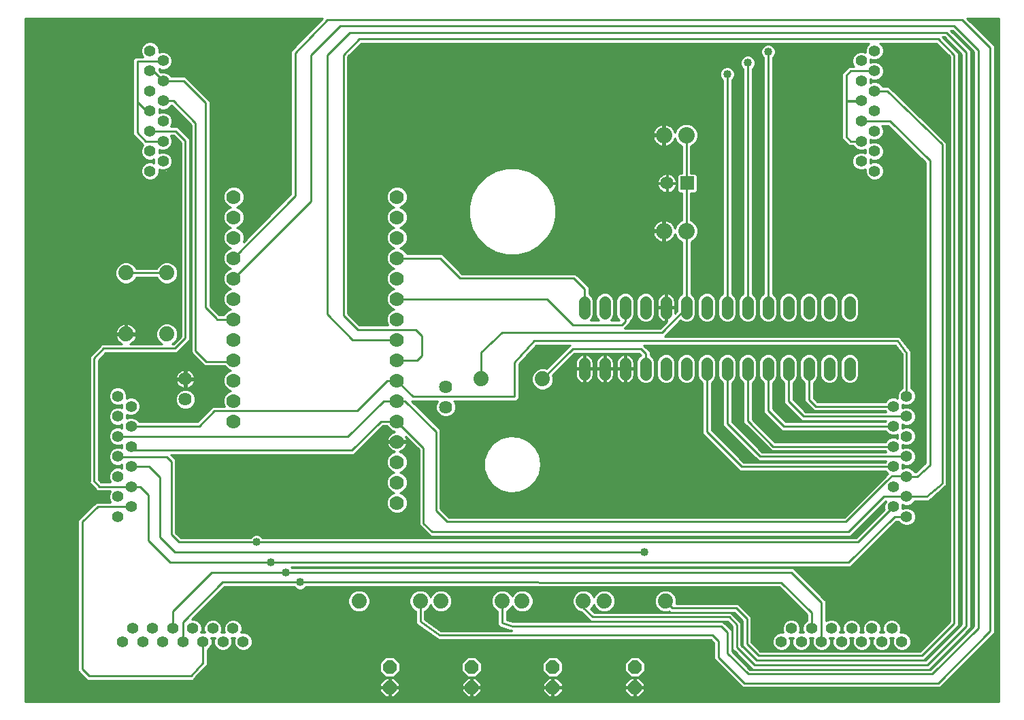
<source format=gbl>
G75*
%MOIN*%
%OFA0B0*%
%FSLAX25Y25*%
%IPPOS*%
%LPD*%
%AMOC8*
5,1,8,0,0,1.08239X$1,22.5*
%
%ADD10C,0.07000*%
%ADD11C,0.05550*%
%ADD12C,0.07400*%
%ADD13C,0.06400*%
%ADD14C,0.08000*%
%ADD15R,0.06500X0.06500*%
%ADD16C,0.06500*%
%ADD17OC8,0.06600*%
%ADD18C,0.05600*%
%ADD19C,0.01000*%
%ADD20C,0.00965*%
%ADD21C,0.00800*%
%ADD22C,0.04000*%
D10*
X0185301Y0113600D03*
X0185301Y0123600D03*
X0185301Y0133600D03*
X0185301Y0143600D03*
X0185301Y0153600D03*
X0185301Y0163600D03*
X0185301Y0173600D03*
X0185301Y0183600D03*
X0185301Y0193600D03*
X0185301Y0203600D03*
X0185301Y0213600D03*
X0185301Y0223600D03*
X0185301Y0233600D03*
X0185301Y0243600D03*
X0185301Y0253600D03*
X0185301Y0263600D03*
X0105301Y0263600D03*
X0105301Y0253600D03*
X0105301Y0243600D03*
X0105301Y0233600D03*
X0105301Y0223600D03*
X0105301Y0213600D03*
X0105301Y0203600D03*
X0105301Y0193600D03*
X0105301Y0183600D03*
X0105301Y0173600D03*
X0105301Y0163600D03*
X0105301Y0153600D03*
D11*
X0055025Y0151081D03*
X0048529Y0146160D03*
X0055025Y0141238D03*
X0048529Y0136317D03*
X0055025Y0131396D03*
X0048529Y0126475D03*
X0055025Y0121553D03*
X0048529Y0116632D03*
X0055025Y0111711D03*
X0048529Y0106789D03*
X0048529Y0156002D03*
X0055025Y0160923D03*
X0048529Y0165845D03*
X0064277Y0276160D03*
X0070773Y0281081D03*
X0064277Y0286002D03*
X0070773Y0290923D03*
X0064277Y0295845D03*
X0070773Y0300766D03*
X0064277Y0305687D03*
X0070773Y0310608D03*
X0064277Y0315530D03*
X0070773Y0320451D03*
X0064277Y0325372D03*
X0070773Y0330293D03*
X0064277Y0335215D03*
X0412742Y0330293D03*
X0419238Y0335215D03*
X0419238Y0325372D03*
X0412742Y0320451D03*
X0419238Y0315530D03*
X0412742Y0310608D03*
X0419238Y0305687D03*
X0412742Y0300766D03*
X0419238Y0295845D03*
X0412742Y0290923D03*
X0419238Y0286002D03*
X0412742Y0281081D03*
X0419238Y0276160D03*
X0434986Y0165845D03*
X0428490Y0160923D03*
X0434986Y0156002D03*
X0428490Y0151081D03*
X0434986Y0146160D03*
X0428490Y0141238D03*
X0434986Y0136317D03*
X0428490Y0131396D03*
X0434986Y0126475D03*
X0428490Y0121553D03*
X0434986Y0116632D03*
X0428490Y0111711D03*
X0434986Y0106789D03*
X0427742Y0051986D03*
X0432663Y0045490D03*
X0422820Y0045490D03*
X0417899Y0051986D03*
X0412978Y0045490D03*
X0408057Y0051986D03*
X0403135Y0045490D03*
X0398214Y0051986D03*
X0393293Y0045490D03*
X0388372Y0051986D03*
X0383450Y0045490D03*
X0378529Y0051986D03*
X0373608Y0045490D03*
X0109907Y0045490D03*
X0104986Y0051986D03*
X0100065Y0045490D03*
X0095143Y0051986D03*
X0090222Y0045490D03*
X0085301Y0051986D03*
X0080380Y0045490D03*
X0075458Y0051986D03*
X0070537Y0045490D03*
X0065616Y0051986D03*
X0060694Y0045490D03*
X0055773Y0051986D03*
X0050852Y0045490D03*
D12*
X0166718Y0065490D03*
X0196718Y0065490D03*
X0206876Y0065490D03*
X0236876Y0065490D03*
X0246639Y0065490D03*
X0276639Y0065490D03*
X0286797Y0065490D03*
X0316797Y0065490D03*
X0256600Y0174309D03*
X0226600Y0174309D03*
X0072600Y0196309D03*
X0052600Y0196309D03*
X0052600Y0226309D03*
X0072600Y0226309D03*
D13*
X0081600Y0174309D03*
X0081600Y0164309D03*
X0209200Y0160509D03*
X0209200Y0170509D03*
D14*
X0316100Y0246809D03*
X0327100Y0246809D03*
X0327100Y0293809D03*
X0316100Y0293809D03*
D15*
X0327421Y0270309D03*
D16*
X0317579Y0270309D03*
D17*
X0301797Y0033089D03*
X0301797Y0023089D03*
X0261639Y0023089D03*
X0261639Y0033089D03*
X0221876Y0033089D03*
X0221876Y0023089D03*
X0181718Y0023089D03*
X0181718Y0033089D03*
D18*
X0277151Y0176509D02*
X0277151Y0182109D01*
X0287151Y0182109D02*
X0287151Y0176509D01*
X0297151Y0176509D02*
X0297151Y0182109D01*
X0307151Y0182109D02*
X0307151Y0176509D01*
X0317151Y0176509D02*
X0317151Y0182109D01*
X0327151Y0182109D02*
X0327151Y0176509D01*
X0337151Y0176509D02*
X0337151Y0182109D01*
X0347151Y0182109D02*
X0347151Y0176509D01*
X0357151Y0176509D02*
X0357151Y0182109D01*
X0367151Y0182109D02*
X0367151Y0176509D01*
X0377151Y0176509D02*
X0377151Y0182109D01*
X0387151Y0182109D02*
X0387151Y0176509D01*
X0397151Y0176509D02*
X0397151Y0182109D01*
X0407151Y0182109D02*
X0407151Y0176509D01*
X0407151Y0206509D02*
X0407151Y0212109D01*
X0397151Y0212109D02*
X0397151Y0206509D01*
X0387151Y0206509D02*
X0387151Y0212109D01*
X0377151Y0212109D02*
X0377151Y0206509D01*
X0367151Y0206509D02*
X0367151Y0212109D01*
X0357151Y0212109D02*
X0357151Y0206509D01*
X0347151Y0206509D02*
X0347151Y0212109D01*
X0337151Y0212109D02*
X0337151Y0206509D01*
X0327151Y0206509D02*
X0327151Y0212109D01*
X0317151Y0212109D02*
X0317151Y0206509D01*
X0307151Y0206509D02*
X0307151Y0212109D01*
X0297151Y0212109D02*
X0297151Y0206509D01*
X0287151Y0206509D02*
X0287151Y0212109D01*
X0277151Y0212109D02*
X0277151Y0206509D01*
D19*
X0003300Y0351192D02*
X0003300Y0016009D01*
X0480215Y0016009D01*
X0480215Y0351192D01*
X0464679Y0351192D01*
X0478209Y0337661D01*
X0478209Y0049744D01*
X0452768Y0024303D01*
X0452768Y0024303D01*
X0451480Y0023015D01*
X0354665Y0023015D01*
X0340660Y0037020D01*
X0340660Y0044894D01*
X0339035Y0046519D01*
X0206520Y0046519D01*
X0205814Y0046393D01*
X0205634Y0046519D01*
X0205413Y0046519D01*
X0204907Y0047025D01*
X0196027Y0053212D01*
X0195807Y0053212D01*
X0195300Y0053718D01*
X0194713Y0054127D01*
X0194674Y0054344D01*
X0194518Y0054500D01*
X0194518Y0055216D01*
X0194392Y0055921D01*
X0194518Y0056102D01*
X0194518Y0060557D01*
X0193659Y0060912D01*
X0192140Y0062431D01*
X0191318Y0064416D01*
X0191318Y0066564D01*
X0192140Y0068549D01*
X0193659Y0070068D01*
X0195644Y0070890D01*
X0197792Y0070890D01*
X0199777Y0070068D01*
X0201296Y0068549D01*
X0201797Y0067340D01*
X0202298Y0068549D01*
X0203817Y0070068D01*
X0205801Y0070890D01*
X0207950Y0070890D01*
X0209934Y0070068D01*
X0211453Y0068549D01*
X0212276Y0066564D01*
X0212276Y0064416D01*
X0211453Y0062431D01*
X0209934Y0060912D01*
X0207950Y0060090D01*
X0205801Y0060090D01*
X0203817Y0060912D01*
X0202298Y0062431D01*
X0201797Y0063641D01*
X0201296Y0062431D01*
X0199777Y0060912D01*
X0198918Y0060557D01*
X0198918Y0056560D01*
X0207015Y0050919D01*
X0241600Y0050919D01*
X0241436Y0050967D01*
X0240846Y0050967D01*
X0240595Y0051218D01*
X0236554Y0052424D01*
X0235964Y0052424D01*
X0235713Y0052675D01*
X0235373Y0052777D01*
X0235093Y0053296D01*
X0234676Y0053713D01*
X0234676Y0054068D01*
X0234507Y0054380D01*
X0234676Y0054945D01*
X0234676Y0060557D01*
X0233817Y0060912D01*
X0232298Y0062431D01*
X0231476Y0064416D01*
X0231476Y0066564D01*
X0232298Y0068549D01*
X0233817Y0070068D01*
X0235801Y0070890D01*
X0237950Y0070890D01*
X0239934Y0070068D01*
X0241453Y0068549D01*
X0241757Y0067815D01*
X0242061Y0068549D01*
X0243581Y0070068D01*
X0245565Y0070890D01*
X0247713Y0070890D01*
X0249698Y0070068D01*
X0251217Y0068549D01*
X0252039Y0066564D01*
X0252039Y0064416D01*
X0251217Y0062431D01*
X0249698Y0060912D01*
X0247713Y0060090D01*
X0245565Y0060090D01*
X0243581Y0060912D01*
X0242061Y0062431D01*
X0241757Y0063165D01*
X0241453Y0062431D01*
X0239934Y0060912D01*
X0239076Y0060557D01*
X0239076Y0056263D01*
X0242079Y0055367D01*
X0344018Y0055367D01*
X0344878Y0055407D01*
X0344921Y0055367D01*
X0344979Y0055367D01*
X0345588Y0054758D01*
X0348162Y0052409D01*
X0348220Y0052409D01*
X0348829Y0051800D01*
X0349465Y0051220D01*
X0349467Y0051162D01*
X0349509Y0051120D01*
X0349509Y0050259D01*
X0349548Y0049399D01*
X0349509Y0049356D01*
X0349509Y0040690D01*
X0358335Y0031863D01*
X0446643Y0031863D01*
X0467904Y0053124D01*
X0467904Y0334658D01*
X0457382Y0345180D01*
X0456518Y0345180D01*
X0456556Y0345142D01*
X0456556Y0345142D01*
X0466398Y0335299D01*
X0466398Y0052297D01*
X0446029Y0031928D01*
X0359564Y0031928D01*
X0350847Y0040645D01*
X0349558Y0041933D01*
X0349558Y0053003D01*
X0347145Y0055416D01*
X0280216Y0055416D01*
X0275728Y0059904D01*
X0275728Y0059904D01*
X0275526Y0060106D01*
X0273581Y0060912D01*
X0272061Y0062431D01*
X0271239Y0064416D01*
X0271239Y0066564D01*
X0272061Y0068549D01*
X0273581Y0070068D01*
X0275565Y0070890D01*
X0277713Y0070890D01*
X0279698Y0070068D01*
X0281217Y0068549D01*
X0281718Y0067340D01*
X0282219Y0068549D01*
X0283738Y0070068D01*
X0285723Y0070890D01*
X0287871Y0070890D01*
X0289856Y0070068D01*
X0291375Y0068549D01*
X0292197Y0066564D01*
X0292197Y0064416D01*
X0291375Y0062431D01*
X0289856Y0060912D01*
X0287871Y0060090D01*
X0285723Y0060090D01*
X0283738Y0060912D01*
X0282219Y0062431D01*
X0281718Y0063641D01*
X0281217Y0062431D01*
X0280320Y0061535D01*
X0282039Y0059816D01*
X0348968Y0059816D01*
X0353958Y0054826D01*
X0353958Y0043756D01*
X0361386Y0036328D01*
X0444207Y0036328D01*
X0461998Y0054120D01*
X0461998Y0333477D01*
X0453445Y0342030D01*
X0452581Y0342030D01*
X0452619Y0341992D01*
X0460493Y0334118D01*
X0460493Y0053555D01*
X0443456Y0036519D01*
X0363296Y0036519D01*
X0363295Y0036518D01*
X0362384Y0036519D01*
X0361475Y0036519D01*
X0361474Y0036520D01*
X0361473Y0036520D01*
X0360832Y0037162D01*
X0360187Y0037807D01*
X0360187Y0037809D01*
X0355162Y0042846D01*
X0354517Y0043491D01*
X0354517Y0043492D01*
X0354515Y0043493D01*
X0354517Y0044405D01*
X0354517Y0055919D01*
X0350571Y0059865D01*
X0319311Y0059865D01*
X0318730Y0060446D01*
X0317871Y0060090D01*
X0315723Y0060090D01*
X0313738Y0060912D01*
X0312219Y0062431D01*
X0311397Y0064416D01*
X0311397Y0066564D01*
X0312219Y0068549D01*
X0313738Y0070068D01*
X0315723Y0070890D01*
X0317871Y0070890D01*
X0319856Y0070068D01*
X0321375Y0068549D01*
X0322197Y0066564D01*
X0322197Y0064416D01*
X0322134Y0064265D01*
X0352393Y0064265D01*
X0358917Y0057742D01*
X0358917Y0045312D01*
X0363299Y0040919D01*
X0441634Y0040919D01*
X0456093Y0055378D01*
X0456093Y0332296D01*
X0449508Y0338881D01*
X0421900Y0338881D01*
X0423031Y0337749D01*
X0423713Y0336105D01*
X0423713Y0334325D01*
X0423031Y0332680D01*
X0421773Y0331421D01*
X0420128Y0330740D01*
X0418348Y0330740D01*
X0417204Y0331214D01*
X0417217Y0331184D01*
X0417217Y0329403D01*
X0417204Y0329373D01*
X0418348Y0329847D01*
X0420128Y0329847D01*
X0421773Y0329166D01*
X0423031Y0327907D01*
X0423713Y0326262D01*
X0423713Y0324482D01*
X0423031Y0322837D01*
X0421773Y0321579D01*
X0420128Y0320897D01*
X0418348Y0320897D01*
X0417204Y0321371D01*
X0417217Y0321341D01*
X0417217Y0319561D01*
X0417204Y0319531D01*
X0418348Y0320004D01*
X0420128Y0320004D01*
X0421773Y0319323D01*
X0423031Y0318064D01*
X0423170Y0317730D01*
X0425364Y0317730D01*
X0426258Y0317743D01*
X0426272Y0317730D01*
X0426291Y0317730D01*
X0426924Y0317097D01*
X0453280Y0291509D01*
X0453299Y0291509D01*
X0453932Y0290876D01*
X0454574Y0290253D01*
X0454574Y0290234D01*
X0454587Y0290220D01*
X0454587Y0289325D01*
X0454601Y0288431D01*
X0454587Y0288417D01*
X0454587Y0124086D01*
X0454635Y0124033D01*
X0454587Y0123184D01*
X0454587Y0122335D01*
X0454537Y0122284D01*
X0454533Y0122213D01*
X0453899Y0121647D01*
X0453299Y0121046D01*
X0453227Y0121046D01*
X0446498Y0115033D01*
X0445897Y0114432D01*
X0445826Y0114432D01*
X0445772Y0114384D01*
X0444924Y0114432D01*
X0438918Y0114432D01*
X0438779Y0114097D01*
X0437521Y0112838D01*
X0435876Y0112157D01*
X0434096Y0112157D01*
X0432952Y0112631D01*
X0432965Y0112601D01*
X0432965Y0110821D01*
X0432952Y0110791D01*
X0434096Y0111264D01*
X0435876Y0111264D01*
X0437521Y0110583D01*
X0438779Y0109324D01*
X0439461Y0107680D01*
X0439461Y0105899D01*
X0438779Y0104255D01*
X0437521Y0102996D01*
X0435876Y0102315D01*
X0434096Y0102315D01*
X0432451Y0102996D01*
X0431192Y0104255D01*
X0431054Y0104589D01*
X0429992Y0104589D01*
X0407511Y0082109D01*
X0133398Y0082109D01*
X0133762Y0081745D01*
X0377616Y0081745D01*
X0377617Y0081746D01*
X0378523Y0081745D01*
X0379437Y0081745D01*
X0379438Y0081744D01*
X0379440Y0081744D01*
X0380078Y0081105D01*
X0380726Y0080457D01*
X0380726Y0080455D01*
X0394878Y0066268D01*
X0395526Y0065620D01*
X0395526Y0065619D01*
X0395527Y0065618D01*
X0395526Y0064712D01*
X0395526Y0055626D01*
X0395679Y0055780D01*
X0397324Y0056461D01*
X0399104Y0056461D01*
X0400749Y0055780D01*
X0402008Y0054521D01*
X0402689Y0052876D01*
X0402689Y0051096D01*
X0402215Y0049953D01*
X0402245Y0049965D01*
X0404026Y0049965D01*
X0404056Y0049953D01*
X0403582Y0051096D01*
X0403582Y0052876D01*
X0404263Y0054521D01*
X0405522Y0055780D01*
X0407167Y0056461D01*
X0408947Y0056461D01*
X0410591Y0055780D01*
X0411850Y0054521D01*
X0412531Y0052876D01*
X0412531Y0051096D01*
X0412058Y0049953D01*
X0412088Y0049965D01*
X0413868Y0049965D01*
X0413898Y0049953D01*
X0413424Y0051096D01*
X0413424Y0052876D01*
X0414106Y0054521D01*
X0415364Y0055780D01*
X0417009Y0056461D01*
X0418789Y0056461D01*
X0420434Y0055780D01*
X0421693Y0054521D01*
X0422374Y0052876D01*
X0422374Y0051096D01*
X0421900Y0049953D01*
X0421930Y0049965D01*
X0423711Y0049965D01*
X0423741Y0049953D01*
X0423267Y0051096D01*
X0423267Y0052876D01*
X0423948Y0054521D01*
X0425207Y0055780D01*
X0426852Y0056461D01*
X0428632Y0056461D01*
X0430277Y0055780D01*
X0431535Y0054521D01*
X0432217Y0052876D01*
X0432217Y0051096D01*
X0431743Y0049953D01*
X0431773Y0049965D01*
X0433553Y0049965D01*
X0435198Y0049284D01*
X0436457Y0048025D01*
X0437138Y0046380D01*
X0437138Y0044600D01*
X0436457Y0042955D01*
X0435198Y0041697D01*
X0433553Y0041015D01*
X0431773Y0041015D01*
X0430128Y0041697D01*
X0428869Y0042955D01*
X0428188Y0044600D01*
X0428188Y0046380D01*
X0428662Y0047524D01*
X0428632Y0047512D01*
X0426852Y0047512D01*
X0426822Y0047524D01*
X0427295Y0046380D01*
X0427295Y0044600D01*
X0426614Y0042955D01*
X0425355Y0041697D01*
X0423711Y0041015D01*
X0421930Y0041015D01*
X0420286Y0041697D01*
X0419027Y0042955D01*
X0418346Y0044600D01*
X0418346Y0046380D01*
X0418819Y0047524D01*
X0418789Y0047512D01*
X0417009Y0047512D01*
X0416979Y0047524D01*
X0417453Y0046380D01*
X0417453Y0044600D01*
X0416771Y0042955D01*
X0415513Y0041697D01*
X0413868Y0041015D01*
X0412088Y0041015D01*
X0410443Y0041697D01*
X0409184Y0042955D01*
X0408503Y0044600D01*
X0408503Y0046380D01*
X0408977Y0047524D01*
X0408947Y0047512D01*
X0407167Y0047512D01*
X0407137Y0047524D01*
X0407610Y0046380D01*
X0407610Y0044600D01*
X0406929Y0042955D01*
X0405670Y0041697D01*
X0404026Y0041015D01*
X0402245Y0041015D01*
X0400601Y0041697D01*
X0399342Y0042955D01*
X0398661Y0044600D01*
X0398661Y0046380D01*
X0399134Y0047524D01*
X0399104Y0047512D01*
X0397324Y0047512D01*
X0397294Y0047524D01*
X0397768Y0046380D01*
X0397768Y0044600D01*
X0397086Y0042955D01*
X0395828Y0041697D01*
X0394183Y0041015D01*
X0392403Y0041015D01*
X0390758Y0041697D01*
X0389499Y0042955D01*
X0388818Y0044600D01*
X0388818Y0046380D01*
X0389292Y0047524D01*
X0389262Y0047512D01*
X0387482Y0047512D01*
X0387451Y0047524D01*
X0387925Y0046380D01*
X0387925Y0044600D01*
X0387244Y0042955D01*
X0385985Y0041697D01*
X0384340Y0041015D01*
X0382560Y0041015D01*
X0380916Y0041697D01*
X0379657Y0042955D01*
X0378976Y0044600D01*
X0378976Y0046380D01*
X0379449Y0047524D01*
X0379419Y0047512D01*
X0377639Y0047512D01*
X0377609Y0047524D01*
X0378083Y0046380D01*
X0378083Y0044600D01*
X0377401Y0042955D01*
X0376143Y0041697D01*
X0374498Y0041015D01*
X0372718Y0041015D01*
X0371073Y0041697D01*
X0369814Y0042955D01*
X0369133Y0044600D01*
X0369133Y0046380D01*
X0369814Y0048025D01*
X0371073Y0049284D01*
X0372718Y0049965D01*
X0374498Y0049965D01*
X0374528Y0049953D01*
X0374054Y0051096D01*
X0374054Y0052876D01*
X0374736Y0054521D01*
X0375994Y0055780D01*
X0377639Y0056461D01*
X0379419Y0056461D01*
X0381064Y0055780D01*
X0382323Y0054521D01*
X0383004Y0052876D01*
X0383004Y0051096D01*
X0382530Y0049953D01*
X0382560Y0049965D01*
X0384340Y0049965D01*
X0384371Y0049953D01*
X0383897Y0051096D01*
X0383897Y0052876D01*
X0384578Y0054521D01*
X0385837Y0055780D01*
X0386172Y0055919D01*
X0386172Y0058751D01*
X0372515Y0072386D01*
X0140853Y0072409D01*
X0139916Y0071472D01*
X0138556Y0070909D01*
X0137084Y0070909D01*
X0135725Y0071472D01*
X0134788Y0072409D01*
X0100685Y0072409D01*
X0084737Y0056461D01*
X0086191Y0056461D01*
X0087836Y0055780D01*
X0089094Y0054521D01*
X0089776Y0052876D01*
X0089776Y0051096D01*
X0089302Y0049953D01*
X0089332Y0049965D01*
X0091112Y0049965D01*
X0091142Y0049953D01*
X0090669Y0051096D01*
X0090669Y0052876D01*
X0091350Y0054521D01*
X0092609Y0055780D01*
X0094253Y0056461D01*
X0096033Y0056461D01*
X0097678Y0055780D01*
X0098937Y0054521D01*
X0099618Y0052876D01*
X0099618Y0051096D01*
X0099144Y0049953D01*
X0099174Y0049965D01*
X0100955Y0049965D01*
X0100985Y0049953D01*
X0100511Y0051096D01*
X0100511Y0052876D01*
X0101192Y0054521D01*
X0102451Y0055780D01*
X0104096Y0056461D01*
X0105876Y0056461D01*
X0107521Y0055780D01*
X0108779Y0054521D01*
X0109461Y0052876D01*
X0109461Y0051096D01*
X0108987Y0049953D01*
X0109017Y0049965D01*
X0110797Y0049965D01*
X0112442Y0049284D01*
X0113701Y0048025D01*
X0114382Y0046380D01*
X0114382Y0044600D01*
X0113701Y0042955D01*
X0112442Y0041697D01*
X0110797Y0041015D01*
X0109017Y0041015D01*
X0107372Y0041697D01*
X0106114Y0042955D01*
X0105432Y0044600D01*
X0105432Y0046380D01*
X0105906Y0047524D01*
X0105876Y0047512D01*
X0104096Y0047512D01*
X0104066Y0047524D01*
X0104539Y0046380D01*
X0104539Y0044600D01*
X0103858Y0042955D01*
X0102599Y0041697D01*
X0100955Y0041015D01*
X0099174Y0041015D01*
X0097530Y0041697D01*
X0096271Y0042955D01*
X0095590Y0044600D01*
X0095590Y0046380D01*
X0096063Y0047524D01*
X0096033Y0047512D01*
X0094253Y0047512D01*
X0094223Y0047524D01*
X0094697Y0046380D01*
X0094697Y0044600D01*
X0094016Y0042955D01*
X0092757Y0041697D01*
X0092422Y0041558D01*
X0092422Y0035104D01*
X0092459Y0034240D01*
X0092422Y0034200D01*
X0092422Y0034146D01*
X0091811Y0033535D01*
X0086674Y0027940D01*
X0086674Y0027886D01*
X0086063Y0027275D01*
X0085478Y0026638D01*
X0085424Y0026636D01*
X0085385Y0026597D01*
X0084521Y0026597D01*
X0083657Y0026561D01*
X0083617Y0026597D01*
X0035445Y0026597D01*
X0035440Y0026592D01*
X0034534Y0026597D01*
X0033630Y0026597D01*
X0033625Y0026602D01*
X0033618Y0026603D01*
X0032981Y0027246D01*
X0032341Y0027886D01*
X0032341Y0027893D01*
X0029646Y0030619D01*
X0029006Y0031259D01*
X0029006Y0031266D01*
X0029001Y0031271D01*
X0029006Y0032177D01*
X0029006Y0103431D01*
X0028983Y0103455D01*
X0029006Y0104338D01*
X0029006Y0105220D01*
X0029030Y0105244D01*
X0029031Y0105277D01*
X0029671Y0105885D01*
X0030295Y0106509D01*
X0030328Y0106509D01*
X0037466Y0113286D01*
X0038090Y0113911D01*
X0038124Y0113911D01*
X0038148Y0113934D01*
X0039030Y0113911D01*
X0044922Y0113911D01*
X0044736Y0114097D01*
X0044054Y0115742D01*
X0044054Y0117522D01*
X0044736Y0119167D01*
X0044922Y0119353D01*
X0040190Y0119353D01*
X0040132Y0119302D01*
X0039289Y0119353D01*
X0038445Y0119353D01*
X0038390Y0119408D01*
X0038313Y0119412D01*
X0037753Y0120045D01*
X0037156Y0120642D01*
X0037156Y0120719D01*
X0035312Y0122801D01*
X0034715Y0123398D01*
X0034715Y0123475D01*
X0034664Y0123533D01*
X0034715Y0124376D01*
X0034715Y0184273D01*
X0034687Y0185148D01*
X0034715Y0185179D01*
X0034715Y0185220D01*
X0035334Y0185840D01*
X0039400Y0190179D01*
X0039400Y0190220D01*
X0040019Y0190840D01*
X0040618Y0191478D01*
X0040659Y0191480D01*
X0040689Y0191509D01*
X0041564Y0191509D01*
X0042439Y0191538D01*
X0042470Y0191509D01*
X0050567Y0191509D01*
X0049875Y0191862D01*
X0049212Y0192343D01*
X0048634Y0192922D01*
X0048153Y0193584D01*
X0047781Y0194313D01*
X0047528Y0195091D01*
X0047400Y0195900D01*
X0047400Y0195923D01*
X0052214Y0195923D01*
X0052214Y0196695D01*
X0047400Y0196695D01*
X0047400Y0196718D01*
X0047528Y0197527D01*
X0047781Y0198305D01*
X0048153Y0199035D01*
X0048634Y0199697D01*
X0049212Y0200275D01*
X0049875Y0200757D01*
X0050604Y0201128D01*
X0051382Y0201381D01*
X0052191Y0201509D01*
X0052214Y0201509D01*
X0052214Y0196695D01*
X0052986Y0196695D01*
X0057800Y0196695D01*
X0057800Y0196718D01*
X0057672Y0197527D01*
X0057419Y0198305D01*
X0057047Y0199035D01*
X0056566Y0199697D01*
X0055988Y0200275D01*
X0055325Y0200757D01*
X0054596Y0201128D01*
X0053818Y0201381D01*
X0053009Y0201509D01*
X0052986Y0201509D01*
X0052986Y0196695D01*
X0052986Y0195923D01*
X0057800Y0195923D01*
X0057800Y0195900D01*
X0057672Y0195091D01*
X0057419Y0194313D01*
X0057047Y0193584D01*
X0056566Y0192922D01*
X0055988Y0192343D01*
X0055325Y0191862D01*
X0054633Y0191509D01*
X0070077Y0191509D01*
X0069541Y0191731D01*
X0068022Y0193250D01*
X0067200Y0195235D01*
X0067200Y0197383D01*
X0068022Y0199368D01*
X0069541Y0200887D01*
X0071526Y0201709D01*
X0073674Y0201709D01*
X0075659Y0200887D01*
X0077178Y0199368D01*
X0078000Y0197383D01*
X0078000Y0195235D01*
X0077178Y0193250D01*
X0075659Y0191731D01*
X0075123Y0191509D01*
X0075689Y0191509D01*
X0079400Y0195220D01*
X0079400Y0290209D01*
X0075964Y0293645D01*
X0074380Y0293645D01*
X0074567Y0293458D01*
X0075248Y0291813D01*
X0075248Y0290033D01*
X0074567Y0288389D01*
X0073308Y0287130D01*
X0071663Y0286449D01*
X0069883Y0286449D01*
X0068739Y0286922D01*
X0068752Y0286892D01*
X0068752Y0285112D01*
X0068739Y0285082D01*
X0069883Y0285556D01*
X0071663Y0285556D01*
X0073308Y0284874D01*
X0074567Y0283616D01*
X0075248Y0281971D01*
X0075248Y0280191D01*
X0074567Y0278546D01*
X0073308Y0277287D01*
X0071663Y0276606D01*
X0069883Y0276606D01*
X0068739Y0277080D01*
X0068752Y0277050D01*
X0068752Y0275269D01*
X0068071Y0273625D01*
X0066812Y0272366D01*
X0065167Y0271685D01*
X0063387Y0271685D01*
X0061742Y0272366D01*
X0060484Y0273625D01*
X0059802Y0275269D01*
X0059802Y0277050D01*
X0060484Y0278694D01*
X0061742Y0279953D01*
X0063387Y0280634D01*
X0065167Y0280634D01*
X0066311Y0280161D01*
X0066298Y0280191D01*
X0066298Y0281971D01*
X0066311Y0282001D01*
X0065167Y0281527D01*
X0063387Y0281527D01*
X0061742Y0282209D01*
X0060484Y0283467D01*
X0059802Y0285112D01*
X0059802Y0286892D01*
X0060484Y0288537D01*
X0060994Y0289048D01*
X0057185Y0292857D01*
X0055896Y0294146D01*
X0055896Y0330968D01*
X0057185Y0332257D01*
X0060906Y0332257D01*
X0060484Y0332680D01*
X0059802Y0334325D01*
X0059802Y0336105D01*
X0060484Y0337749D01*
X0061742Y0339008D01*
X0063387Y0339689D01*
X0065167Y0339689D01*
X0066812Y0339008D01*
X0068071Y0337749D01*
X0068752Y0336105D01*
X0068752Y0334325D01*
X0068739Y0334294D01*
X0069883Y0334768D01*
X0071663Y0334768D01*
X0073308Y0334087D01*
X0074567Y0332828D01*
X0075248Y0331184D01*
X0075248Y0329403D01*
X0074567Y0327759D01*
X0073308Y0326500D01*
X0071663Y0325819D01*
X0069883Y0325819D01*
X0068739Y0326292D01*
X0068752Y0326262D01*
X0068752Y0325583D01*
X0069548Y0324787D01*
X0069883Y0324926D01*
X0071663Y0324926D01*
X0073308Y0324244D01*
X0074567Y0322986D01*
X0074705Y0322651D01*
X0081681Y0322651D01*
X0082969Y0321362D01*
X0092511Y0311820D01*
X0093800Y0310531D01*
X0093800Y0210220D01*
X0098220Y0205800D01*
X0100584Y0205800D01*
X0100892Y0206546D01*
X0102355Y0208009D01*
X0103784Y0208600D01*
X0102355Y0209192D01*
X0100892Y0210655D01*
X0100101Y0212566D01*
X0100101Y0214635D01*
X0100892Y0216546D01*
X0102355Y0218009D01*
X0103784Y0218600D01*
X0102355Y0219192D01*
X0100892Y0220655D01*
X0100101Y0222566D01*
X0100101Y0224635D01*
X0100892Y0226546D01*
X0102355Y0228009D01*
X0103784Y0228600D01*
X0102355Y0229192D01*
X0100892Y0230655D01*
X0100101Y0232566D01*
X0100101Y0234635D01*
X0100892Y0236546D01*
X0102355Y0238009D01*
X0103784Y0238600D01*
X0102355Y0239192D01*
X0100892Y0240655D01*
X0100101Y0242566D01*
X0100101Y0244635D01*
X0100892Y0246546D01*
X0102355Y0248009D01*
X0103784Y0248600D01*
X0102355Y0249192D01*
X0100892Y0250655D01*
X0100101Y0252566D01*
X0100101Y0254635D01*
X0100892Y0256546D01*
X0102355Y0258009D01*
X0103784Y0258600D01*
X0102355Y0259192D01*
X0100892Y0260655D01*
X0100101Y0262566D01*
X0100101Y0264635D01*
X0100892Y0266546D01*
X0102355Y0268009D01*
X0104266Y0268800D01*
X0106335Y0268800D01*
X0108246Y0268009D01*
X0109709Y0266546D01*
X0110501Y0264635D01*
X0110501Y0262566D01*
X0109709Y0260655D01*
X0108246Y0259192D01*
X0106818Y0258600D01*
X0108246Y0258009D01*
X0109709Y0256546D01*
X0110501Y0254635D01*
X0110501Y0252566D01*
X0109709Y0250655D01*
X0108246Y0249192D01*
X0106818Y0248600D01*
X0108246Y0248009D01*
X0109709Y0246546D01*
X0110501Y0244635D01*
X0110501Y0242566D01*
X0110081Y0241552D01*
X0133258Y0264951D01*
X0133258Y0334249D01*
X0133246Y0335145D01*
X0133258Y0335158D01*
X0133258Y0335175D01*
X0133892Y0335809D01*
X0148852Y0351192D01*
X0003300Y0351192D01*
X0003300Y0350807D02*
X0148478Y0350807D01*
X0147507Y0349809D02*
X0003300Y0349809D01*
X0003300Y0348810D02*
X0146536Y0348810D01*
X0145565Y0347812D02*
X0003300Y0347812D01*
X0003300Y0346813D02*
X0144594Y0346813D01*
X0143623Y0345815D02*
X0003300Y0345815D01*
X0003300Y0344816D02*
X0142652Y0344816D01*
X0141680Y0343818D02*
X0003300Y0343818D01*
X0003300Y0342819D02*
X0140709Y0342819D01*
X0139738Y0341821D02*
X0003300Y0341821D01*
X0003300Y0340822D02*
X0138767Y0340822D01*
X0137796Y0339824D02*
X0003300Y0339824D01*
X0003300Y0338825D02*
X0061560Y0338825D01*
X0060561Y0337827D02*
X0003300Y0337827D01*
X0003300Y0336828D02*
X0060102Y0336828D01*
X0059802Y0335830D02*
X0003300Y0335830D01*
X0003300Y0334831D02*
X0059802Y0334831D01*
X0060006Y0333833D02*
X0003300Y0333833D01*
X0003300Y0332834D02*
X0060420Y0332834D01*
X0058096Y0330057D02*
X0058096Y0310057D01*
X0058096Y0295057D01*
X0062230Y0290923D01*
X0070773Y0290923D01*
X0075248Y0290897D02*
X0078712Y0290897D01*
X0079400Y0289898D02*
X0075192Y0289898D01*
X0074779Y0288900D02*
X0079400Y0288900D01*
X0079400Y0287901D02*
X0074079Y0287901D01*
X0072760Y0286903D02*
X0079400Y0286903D01*
X0079400Y0285904D02*
X0068752Y0285904D01*
X0068748Y0286903D02*
X0068787Y0286903D01*
X0073232Y0284906D02*
X0079400Y0284906D01*
X0079400Y0283907D02*
X0074275Y0283907D01*
X0074860Y0282909D02*
X0079400Y0282909D01*
X0079400Y0281910D02*
X0075248Y0281910D01*
X0075248Y0280912D02*
X0079400Y0280912D01*
X0079400Y0279913D02*
X0075133Y0279913D01*
X0074719Y0278915D02*
X0079400Y0278915D01*
X0079400Y0277916D02*
X0073937Y0277916D01*
X0072416Y0276918D02*
X0079400Y0276918D01*
X0079400Y0275919D02*
X0068752Y0275919D01*
X0068752Y0276918D02*
X0069131Y0276918D01*
X0068607Y0274921D02*
X0079400Y0274921D01*
X0079400Y0273922D02*
X0068194Y0273922D01*
X0067370Y0272924D02*
X0079400Y0272924D01*
X0079400Y0271925D02*
X0065747Y0271925D01*
X0062807Y0271925D02*
X0003300Y0271925D01*
X0003300Y0270927D02*
X0079400Y0270927D01*
X0079400Y0269928D02*
X0003300Y0269928D01*
X0003300Y0268930D02*
X0079400Y0268930D01*
X0079400Y0267931D02*
X0003300Y0267931D01*
X0003300Y0266933D02*
X0079400Y0266933D01*
X0079400Y0265934D02*
X0003300Y0265934D01*
X0003300Y0264935D02*
X0079400Y0264935D01*
X0079400Y0263937D02*
X0003300Y0263937D01*
X0003300Y0262938D02*
X0079400Y0262938D01*
X0079400Y0261940D02*
X0003300Y0261940D01*
X0003300Y0260941D02*
X0079400Y0260941D01*
X0079400Y0259943D02*
X0003300Y0259943D01*
X0003300Y0258944D02*
X0079400Y0258944D01*
X0079400Y0257946D02*
X0003300Y0257946D01*
X0003300Y0256947D02*
X0079400Y0256947D01*
X0079400Y0255949D02*
X0003300Y0255949D01*
X0003300Y0254950D02*
X0079400Y0254950D01*
X0079400Y0253952D02*
X0003300Y0253952D01*
X0003300Y0252953D02*
X0079400Y0252953D01*
X0079400Y0251955D02*
X0003300Y0251955D01*
X0003300Y0250956D02*
X0079400Y0250956D01*
X0079400Y0249958D02*
X0003300Y0249958D01*
X0003300Y0248959D02*
X0079400Y0248959D01*
X0079400Y0247961D02*
X0003300Y0247961D01*
X0003300Y0246962D02*
X0079400Y0246962D01*
X0079400Y0245964D02*
X0003300Y0245964D01*
X0003300Y0244965D02*
X0079400Y0244965D01*
X0079400Y0243967D02*
X0003300Y0243967D01*
X0003300Y0242968D02*
X0079400Y0242968D01*
X0079400Y0241970D02*
X0003300Y0241970D01*
X0003300Y0240971D02*
X0079400Y0240971D01*
X0079400Y0239973D02*
X0003300Y0239973D01*
X0003300Y0238974D02*
X0079400Y0238974D01*
X0079400Y0237976D02*
X0003300Y0237976D01*
X0003300Y0236977D02*
X0079400Y0236977D01*
X0079400Y0235979D02*
X0003300Y0235979D01*
X0003300Y0234980D02*
X0079400Y0234980D01*
X0079400Y0233982D02*
X0003300Y0233982D01*
X0003300Y0232983D02*
X0079400Y0232983D01*
X0079400Y0231985D02*
X0003300Y0231985D01*
X0003300Y0230986D02*
X0049780Y0230986D01*
X0049541Y0230887D02*
X0048022Y0229368D01*
X0047200Y0227383D01*
X0047200Y0225235D01*
X0048022Y0223250D01*
X0049541Y0221731D01*
X0051526Y0220909D01*
X0053674Y0220909D01*
X0055659Y0221731D01*
X0057178Y0223250D01*
X0057534Y0224109D01*
X0067666Y0224109D01*
X0068022Y0223250D01*
X0069541Y0221731D01*
X0071526Y0220909D01*
X0073674Y0220909D01*
X0075659Y0221731D01*
X0077178Y0223250D01*
X0078000Y0225235D01*
X0078000Y0227383D01*
X0077178Y0229368D01*
X0075659Y0230887D01*
X0073674Y0231709D01*
X0071526Y0231709D01*
X0069541Y0230887D01*
X0068022Y0229368D01*
X0067666Y0228509D01*
X0057534Y0228509D01*
X0057178Y0229368D01*
X0055659Y0230887D01*
X0053674Y0231709D01*
X0051526Y0231709D01*
X0049541Y0230887D01*
X0048642Y0229988D02*
X0003300Y0229988D01*
X0003300Y0228989D02*
X0047865Y0228989D01*
X0047452Y0227991D02*
X0003300Y0227991D01*
X0003300Y0226992D02*
X0047200Y0226992D01*
X0047200Y0225994D02*
X0003300Y0225994D01*
X0003300Y0224995D02*
X0047299Y0224995D01*
X0047713Y0223997D02*
X0003300Y0223997D01*
X0003300Y0222998D02*
X0048274Y0222998D01*
X0049273Y0222000D02*
X0003300Y0222000D01*
X0003300Y0221001D02*
X0051304Y0221001D01*
X0053896Y0221001D02*
X0071304Y0221001D01*
X0069273Y0222000D02*
X0055927Y0222000D01*
X0056926Y0222998D02*
X0068274Y0222998D01*
X0067713Y0223997D02*
X0057487Y0223997D01*
X0057335Y0228989D02*
X0067865Y0228989D01*
X0068642Y0229988D02*
X0056558Y0229988D01*
X0055420Y0230986D02*
X0069780Y0230986D01*
X0075420Y0230986D02*
X0079400Y0230986D01*
X0079400Y0229988D02*
X0076558Y0229988D01*
X0077335Y0228989D02*
X0079400Y0228989D01*
X0079400Y0227991D02*
X0077748Y0227991D01*
X0078000Y0226992D02*
X0079400Y0226992D01*
X0079400Y0225994D02*
X0078000Y0225994D01*
X0077901Y0224995D02*
X0079400Y0224995D01*
X0079400Y0223997D02*
X0077487Y0223997D01*
X0076926Y0222998D02*
X0079400Y0222998D01*
X0079400Y0222000D02*
X0075927Y0222000D01*
X0073896Y0221001D02*
X0079400Y0221001D01*
X0079400Y0220002D02*
X0003300Y0220002D01*
X0003300Y0219004D02*
X0079400Y0219004D01*
X0079400Y0218005D02*
X0003300Y0218005D01*
X0003300Y0217007D02*
X0079400Y0217007D01*
X0079400Y0216008D02*
X0003300Y0216008D01*
X0003300Y0215010D02*
X0079400Y0215010D01*
X0079400Y0214011D02*
X0003300Y0214011D01*
X0003300Y0213013D02*
X0079400Y0213013D01*
X0079400Y0212014D02*
X0003300Y0212014D01*
X0003300Y0211016D02*
X0079400Y0211016D01*
X0079400Y0210017D02*
X0003300Y0210017D01*
X0003300Y0209019D02*
X0079400Y0209019D01*
X0079400Y0208020D02*
X0003300Y0208020D01*
X0003300Y0207022D02*
X0079400Y0207022D01*
X0079400Y0206023D02*
X0003300Y0206023D01*
X0003300Y0205025D02*
X0079400Y0205025D01*
X0079400Y0204026D02*
X0003300Y0204026D01*
X0003300Y0203028D02*
X0079400Y0203028D01*
X0079400Y0202029D02*
X0003300Y0202029D01*
X0003300Y0201031D02*
X0050413Y0201031D01*
X0048969Y0200032D02*
X0003300Y0200032D01*
X0003300Y0199034D02*
X0048152Y0199034D01*
X0047693Y0198035D02*
X0003300Y0198035D01*
X0003300Y0197037D02*
X0047450Y0197037D01*
X0047545Y0195040D02*
X0003300Y0195040D01*
X0003300Y0196038D02*
X0052214Y0196038D01*
X0052600Y0196309D02*
X0030057Y0196309D01*
X0024800Y0191052D01*
X0024800Y0028309D01*
X0030020Y0023089D01*
X0032938Y0027290D02*
X0003300Y0027290D01*
X0003300Y0028288D02*
X0031951Y0028288D01*
X0030963Y0029287D02*
X0003300Y0029287D01*
X0003300Y0030285D02*
X0029976Y0030285D01*
X0029001Y0031284D02*
X0003300Y0031284D01*
X0003300Y0032282D02*
X0029006Y0032282D01*
X0029006Y0033281D02*
X0003300Y0033281D01*
X0003300Y0034279D02*
X0029006Y0034279D01*
X0029006Y0035278D02*
X0003300Y0035278D01*
X0003300Y0036276D02*
X0029006Y0036276D01*
X0029006Y0037275D02*
X0003300Y0037275D01*
X0003300Y0038273D02*
X0029006Y0038273D01*
X0029006Y0039272D02*
X0003300Y0039272D01*
X0003300Y0040270D02*
X0029006Y0040270D01*
X0029006Y0041269D02*
X0003300Y0041269D01*
X0003300Y0042267D02*
X0029006Y0042267D01*
X0029006Y0043266D02*
X0003300Y0043266D01*
X0003300Y0044264D02*
X0029006Y0044264D01*
X0029006Y0045263D02*
X0003300Y0045263D01*
X0003300Y0046262D02*
X0029006Y0046262D01*
X0029006Y0047260D02*
X0003300Y0047260D01*
X0003300Y0048259D02*
X0029006Y0048259D01*
X0029006Y0049257D02*
X0003300Y0049257D01*
X0003300Y0050256D02*
X0029006Y0050256D01*
X0029006Y0051254D02*
X0003300Y0051254D01*
X0003300Y0052253D02*
X0029006Y0052253D01*
X0029006Y0053251D02*
X0003300Y0053251D01*
X0003300Y0054250D02*
X0029006Y0054250D01*
X0029006Y0055248D02*
X0003300Y0055248D01*
X0003300Y0056247D02*
X0029006Y0056247D01*
X0029006Y0057245D02*
X0003300Y0057245D01*
X0003300Y0058244D02*
X0029006Y0058244D01*
X0029006Y0059242D02*
X0003300Y0059242D01*
X0003300Y0060241D02*
X0029006Y0060241D01*
X0029006Y0061239D02*
X0003300Y0061239D01*
X0003300Y0062238D02*
X0029006Y0062238D01*
X0029006Y0063236D02*
X0003300Y0063236D01*
X0003300Y0064235D02*
X0029006Y0064235D01*
X0029006Y0065233D02*
X0003300Y0065233D01*
X0003300Y0066232D02*
X0029006Y0066232D01*
X0029006Y0067230D02*
X0003300Y0067230D01*
X0003300Y0068229D02*
X0029006Y0068229D01*
X0029006Y0069227D02*
X0003300Y0069227D01*
X0003300Y0070226D02*
X0029006Y0070226D01*
X0029006Y0071224D02*
X0003300Y0071224D01*
X0003300Y0072223D02*
X0029006Y0072223D01*
X0029006Y0073221D02*
X0003300Y0073221D01*
X0003300Y0074220D02*
X0029006Y0074220D01*
X0029006Y0075218D02*
X0003300Y0075218D01*
X0003300Y0076217D02*
X0029006Y0076217D01*
X0029006Y0077215D02*
X0003300Y0077215D01*
X0003300Y0078214D02*
X0029006Y0078214D01*
X0029006Y0079212D02*
X0003300Y0079212D01*
X0003300Y0080211D02*
X0029006Y0080211D01*
X0029006Y0081209D02*
X0003300Y0081209D01*
X0003300Y0082208D02*
X0029006Y0082208D01*
X0029006Y0083206D02*
X0003300Y0083206D01*
X0003300Y0084205D02*
X0029006Y0084205D01*
X0029006Y0085203D02*
X0003300Y0085203D01*
X0003300Y0086202D02*
X0029006Y0086202D01*
X0029006Y0087200D02*
X0003300Y0087200D01*
X0003300Y0088199D02*
X0029006Y0088199D01*
X0029006Y0089198D02*
X0003300Y0089198D01*
X0003300Y0090196D02*
X0029006Y0090196D01*
X0029006Y0091195D02*
X0003300Y0091195D01*
X0003300Y0092193D02*
X0029006Y0092193D01*
X0029006Y0093192D02*
X0003300Y0093192D01*
X0003300Y0094190D02*
X0029006Y0094190D01*
X0029006Y0095189D02*
X0003300Y0095189D01*
X0003300Y0096187D02*
X0029006Y0096187D01*
X0029006Y0097186D02*
X0003300Y0097186D01*
X0003300Y0098184D02*
X0029006Y0098184D01*
X0029006Y0099183D02*
X0003300Y0099183D01*
X0003300Y0100181D02*
X0029006Y0100181D01*
X0029006Y0101180D02*
X0003300Y0101180D01*
X0003300Y0102178D02*
X0029006Y0102178D01*
X0029006Y0103177D02*
X0003300Y0103177D01*
X0003300Y0104175D02*
X0029002Y0104175D01*
X0029006Y0105174D02*
X0003300Y0105174D01*
X0003300Y0106172D02*
X0029958Y0106172D01*
X0031025Y0107171D02*
X0003300Y0107171D01*
X0003300Y0108169D02*
X0032077Y0108169D01*
X0033128Y0109168D02*
X0003300Y0109168D01*
X0003300Y0110166D02*
X0034180Y0110166D01*
X0035231Y0111165D02*
X0003300Y0111165D01*
X0003300Y0112163D02*
X0036283Y0112163D01*
X0037335Y0113162D02*
X0003300Y0113162D01*
X0003300Y0114160D02*
X0044709Y0114160D01*
X0044296Y0115159D02*
X0003300Y0115159D01*
X0003300Y0116157D02*
X0044054Y0116157D01*
X0044054Y0117156D02*
X0003300Y0117156D01*
X0003300Y0118154D02*
X0044316Y0118154D01*
X0044730Y0119153D02*
X0003300Y0119153D01*
X0003300Y0120151D02*
X0037647Y0120151D01*
X0036774Y0121150D02*
X0003300Y0121150D01*
X0003300Y0122148D02*
X0035890Y0122148D01*
X0034966Y0123147D02*
X0003300Y0123147D01*
X0003300Y0124145D02*
X0034701Y0124145D01*
X0034715Y0125144D02*
X0003300Y0125144D01*
X0003300Y0126142D02*
X0034715Y0126142D01*
X0034715Y0127141D02*
X0003300Y0127141D01*
X0003300Y0128139D02*
X0034715Y0128139D01*
X0034715Y0129138D02*
X0003300Y0129138D01*
X0003300Y0130136D02*
X0034715Y0130136D01*
X0034715Y0131135D02*
X0003300Y0131135D01*
X0003300Y0132133D02*
X0034715Y0132133D01*
X0034715Y0133132D02*
X0003300Y0133132D01*
X0003300Y0134131D02*
X0034715Y0134131D01*
X0034715Y0135129D02*
X0003300Y0135129D01*
X0003300Y0136128D02*
X0034715Y0136128D01*
X0034715Y0137126D02*
X0003300Y0137126D01*
X0003300Y0138125D02*
X0034715Y0138125D01*
X0034715Y0139123D02*
X0003300Y0139123D01*
X0003300Y0140122D02*
X0034715Y0140122D01*
X0034715Y0141120D02*
X0003300Y0141120D01*
X0003300Y0142119D02*
X0034715Y0142119D01*
X0034715Y0143117D02*
X0003300Y0143117D01*
X0003300Y0144116D02*
X0034715Y0144116D01*
X0034715Y0145114D02*
X0003300Y0145114D01*
X0003300Y0146113D02*
X0034715Y0146113D01*
X0034715Y0147111D02*
X0003300Y0147111D01*
X0003300Y0148110D02*
X0034715Y0148110D01*
X0034715Y0149108D02*
X0003300Y0149108D01*
X0003300Y0150107D02*
X0034715Y0150107D01*
X0034715Y0151105D02*
X0003300Y0151105D01*
X0003300Y0152104D02*
X0034715Y0152104D01*
X0034715Y0153102D02*
X0003300Y0153102D01*
X0003300Y0154101D02*
X0034715Y0154101D01*
X0034715Y0155099D02*
X0003300Y0155099D01*
X0003300Y0156098D02*
X0034715Y0156098D01*
X0034715Y0157096D02*
X0003300Y0157096D01*
X0003300Y0158095D02*
X0034715Y0158095D01*
X0034715Y0159093D02*
X0003300Y0159093D01*
X0003300Y0160092D02*
X0034715Y0160092D01*
X0034715Y0161090D02*
X0003300Y0161090D01*
X0003300Y0162089D02*
X0034715Y0162089D01*
X0034715Y0163087D02*
X0003300Y0163087D01*
X0003300Y0164086D02*
X0034715Y0164086D01*
X0034715Y0165084D02*
X0003300Y0165084D01*
X0003300Y0166083D02*
X0034715Y0166083D01*
X0034715Y0167081D02*
X0003300Y0167081D01*
X0003300Y0168080D02*
X0034715Y0168080D01*
X0034715Y0169078D02*
X0003300Y0169078D01*
X0003300Y0170077D02*
X0034715Y0170077D01*
X0034715Y0171075D02*
X0003300Y0171075D01*
X0003300Y0172074D02*
X0034715Y0172074D01*
X0034715Y0173072D02*
X0003300Y0173072D01*
X0003300Y0174071D02*
X0034715Y0174071D01*
X0034715Y0175069D02*
X0003300Y0175069D01*
X0003300Y0176068D02*
X0034715Y0176068D01*
X0034715Y0177066D02*
X0003300Y0177066D01*
X0003300Y0178065D02*
X0034715Y0178065D01*
X0034715Y0179064D02*
X0003300Y0179064D01*
X0003300Y0180062D02*
X0034715Y0180062D01*
X0034715Y0181061D02*
X0003300Y0181061D01*
X0003300Y0182059D02*
X0034715Y0182059D01*
X0034715Y0183058D02*
X0003300Y0183058D01*
X0003300Y0184056D02*
X0034715Y0184056D01*
X0034690Y0185055D02*
X0003300Y0185055D01*
X0003300Y0186053D02*
X0035534Y0186053D01*
X0036470Y0187052D02*
X0003300Y0187052D01*
X0003300Y0188050D02*
X0037405Y0188050D01*
X0038341Y0189049D02*
X0003300Y0189049D01*
X0003300Y0190047D02*
X0039277Y0190047D01*
X0040212Y0191046D02*
X0003300Y0191046D01*
X0003300Y0192044D02*
X0049623Y0192044D01*
X0048546Y0193043D02*
X0003300Y0193043D01*
X0003300Y0194041D02*
X0047919Y0194041D01*
X0052214Y0197037D02*
X0052986Y0197037D01*
X0052986Y0198035D02*
X0052214Y0198035D01*
X0052214Y0199034D02*
X0052986Y0199034D01*
X0052986Y0200032D02*
X0052214Y0200032D01*
X0052214Y0201031D02*
X0052986Y0201031D01*
X0054787Y0201031D02*
X0069888Y0201031D01*
X0068686Y0200032D02*
X0056231Y0200032D01*
X0057048Y0199034D02*
X0067884Y0199034D01*
X0067470Y0198035D02*
X0057507Y0198035D01*
X0057750Y0197037D02*
X0067200Y0197037D01*
X0067200Y0196038D02*
X0052986Y0196038D01*
X0056654Y0193043D02*
X0068230Y0193043D01*
X0067694Y0194041D02*
X0057280Y0194041D01*
X0057655Y0195040D02*
X0067281Y0195040D01*
X0069228Y0192044D02*
X0055577Y0192044D01*
X0042553Y0187109D02*
X0039115Y0183439D01*
X0039115Y0125143D01*
X0040346Y0123753D01*
X0044922Y0123753D01*
X0044736Y0123940D01*
X0044054Y0125584D01*
X0044054Y0127365D01*
X0044736Y0129009D01*
X0045994Y0130268D01*
X0047639Y0130949D01*
X0049419Y0130949D01*
X0050563Y0130476D01*
X0050550Y0130506D01*
X0050550Y0132286D01*
X0050563Y0132316D01*
X0049419Y0131842D01*
X0047639Y0131842D01*
X0045994Y0132523D01*
X0044736Y0133782D01*
X0044054Y0135427D01*
X0044054Y0137207D01*
X0044736Y0138852D01*
X0045994Y0140111D01*
X0047639Y0140792D01*
X0049419Y0140792D01*
X0050563Y0140318D01*
X0050550Y0140348D01*
X0050550Y0142128D01*
X0050563Y0142158D01*
X0049419Y0141685D01*
X0047639Y0141685D01*
X0045994Y0142366D01*
X0044736Y0143625D01*
X0044054Y0145269D01*
X0044054Y0147050D01*
X0044736Y0148694D01*
X0045994Y0149953D01*
X0047639Y0150634D01*
X0049419Y0150634D01*
X0050563Y0150161D01*
X0050550Y0150191D01*
X0050550Y0151971D01*
X0050563Y0152001D01*
X0049419Y0151527D01*
X0047639Y0151527D01*
X0045994Y0152209D01*
X0044736Y0153467D01*
X0044054Y0155112D01*
X0044054Y0156892D01*
X0044736Y0158537D01*
X0045994Y0159796D01*
X0047639Y0160477D01*
X0049419Y0160477D01*
X0050563Y0160003D01*
X0050550Y0160033D01*
X0050550Y0161813D01*
X0050563Y0161843D01*
X0049419Y0161370D01*
X0047639Y0161370D01*
X0045994Y0162051D01*
X0044736Y0163310D01*
X0044054Y0164954D01*
X0044054Y0166735D01*
X0044736Y0168379D01*
X0045994Y0169638D01*
X0047639Y0170319D01*
X0049419Y0170319D01*
X0051064Y0169638D01*
X0052323Y0168379D01*
X0053004Y0166735D01*
X0053004Y0164954D01*
X0052991Y0164924D01*
X0054135Y0165398D01*
X0055915Y0165398D01*
X0057560Y0164717D01*
X0058819Y0163458D01*
X0059500Y0161813D01*
X0059500Y0160033D01*
X0058819Y0158389D01*
X0057560Y0157130D01*
X0055915Y0156449D01*
X0054135Y0156449D01*
X0052991Y0156922D01*
X0053004Y0156892D01*
X0053004Y0155112D01*
X0052991Y0155082D01*
X0054135Y0155556D01*
X0055915Y0155556D01*
X0057560Y0154874D01*
X0058819Y0153616D01*
X0058957Y0153281D01*
X0087460Y0153281D01*
X0093800Y0159620D01*
X0093800Y0159620D01*
X0095089Y0160909D01*
X0100787Y0160909D01*
X0100101Y0162566D01*
X0100101Y0164635D01*
X0100892Y0166546D01*
X0102355Y0168009D01*
X0103784Y0168600D01*
X0102355Y0169192D01*
X0100892Y0170655D01*
X0100101Y0172566D01*
X0100101Y0174635D01*
X0100892Y0176546D01*
X0102355Y0178009D01*
X0103784Y0178600D01*
X0102355Y0179192D01*
X0100892Y0180655D01*
X0100874Y0180700D01*
X0092985Y0180700D01*
X0092903Y0180618D01*
X0091080Y0180618D01*
X0089791Y0181907D01*
X0084400Y0187298D01*
X0084400Y0298870D01*
X0074862Y0308408D01*
X0074705Y0308408D01*
X0074567Y0308074D01*
X0073308Y0306815D01*
X0071663Y0306134D01*
X0069883Y0306134D01*
X0068739Y0306607D01*
X0068752Y0306577D01*
X0068752Y0304797D01*
X0068739Y0304767D01*
X0069883Y0305241D01*
X0071663Y0305241D01*
X0073308Y0304559D01*
X0074567Y0303301D01*
X0075248Y0301656D01*
X0075248Y0299876D01*
X0074567Y0298231D01*
X0074380Y0298045D01*
X0077787Y0298045D01*
X0083800Y0292031D01*
X0083800Y0193398D01*
X0078800Y0188398D01*
X0077511Y0187109D01*
X0042553Y0187109D01*
X0042500Y0187052D02*
X0084646Y0187052D01*
X0084400Y0188050D02*
X0078452Y0188050D01*
X0079451Y0189049D02*
X0084400Y0189049D01*
X0084400Y0190047D02*
X0080449Y0190047D01*
X0081448Y0191046D02*
X0084400Y0191046D01*
X0084400Y0192044D02*
X0082446Y0192044D01*
X0083445Y0193043D02*
X0084400Y0193043D01*
X0084400Y0194041D02*
X0083800Y0194041D01*
X0083800Y0195040D02*
X0084400Y0195040D01*
X0084400Y0196038D02*
X0083800Y0196038D01*
X0083800Y0197037D02*
X0084400Y0197037D01*
X0084400Y0198035D02*
X0083800Y0198035D01*
X0083800Y0199034D02*
X0084400Y0199034D01*
X0084400Y0200032D02*
X0083800Y0200032D01*
X0083800Y0201031D02*
X0084400Y0201031D01*
X0084400Y0202029D02*
X0083800Y0202029D01*
X0083800Y0203028D02*
X0084400Y0203028D01*
X0084400Y0204026D02*
X0083800Y0204026D01*
X0083800Y0205025D02*
X0084400Y0205025D01*
X0084400Y0206023D02*
X0083800Y0206023D01*
X0083800Y0207022D02*
X0084400Y0207022D01*
X0084400Y0208020D02*
X0083800Y0208020D01*
X0083800Y0209019D02*
X0084400Y0209019D01*
X0084400Y0210017D02*
X0083800Y0210017D01*
X0083800Y0211016D02*
X0084400Y0211016D01*
X0084400Y0212014D02*
X0083800Y0212014D01*
X0083800Y0213013D02*
X0084400Y0213013D01*
X0084400Y0214011D02*
X0083800Y0214011D01*
X0083800Y0215010D02*
X0084400Y0215010D01*
X0084400Y0216008D02*
X0083800Y0216008D01*
X0083800Y0217007D02*
X0084400Y0217007D01*
X0084400Y0218005D02*
X0083800Y0218005D01*
X0083800Y0219004D02*
X0084400Y0219004D01*
X0084400Y0220002D02*
X0083800Y0220002D01*
X0083800Y0221001D02*
X0084400Y0221001D01*
X0084400Y0222000D02*
X0083800Y0222000D01*
X0083800Y0222998D02*
X0084400Y0222998D01*
X0084400Y0223997D02*
X0083800Y0223997D01*
X0083800Y0224995D02*
X0084400Y0224995D01*
X0084400Y0225994D02*
X0083800Y0225994D01*
X0083800Y0226992D02*
X0084400Y0226992D01*
X0084400Y0227991D02*
X0083800Y0227991D01*
X0083800Y0228989D02*
X0084400Y0228989D01*
X0084400Y0229988D02*
X0083800Y0229988D01*
X0083800Y0230986D02*
X0084400Y0230986D01*
X0084400Y0231985D02*
X0083800Y0231985D01*
X0083800Y0232983D02*
X0084400Y0232983D01*
X0084400Y0233982D02*
X0083800Y0233982D01*
X0083800Y0234980D02*
X0084400Y0234980D01*
X0084400Y0235979D02*
X0083800Y0235979D01*
X0083800Y0236977D02*
X0084400Y0236977D01*
X0084400Y0237976D02*
X0083800Y0237976D01*
X0083800Y0238974D02*
X0084400Y0238974D01*
X0084400Y0239973D02*
X0083800Y0239973D01*
X0083800Y0240971D02*
X0084400Y0240971D01*
X0084400Y0241970D02*
X0083800Y0241970D01*
X0083800Y0242968D02*
X0084400Y0242968D01*
X0084400Y0243967D02*
X0083800Y0243967D01*
X0083800Y0244965D02*
X0084400Y0244965D01*
X0084400Y0245964D02*
X0083800Y0245964D01*
X0083800Y0246962D02*
X0084400Y0246962D01*
X0084400Y0247961D02*
X0083800Y0247961D01*
X0083800Y0248959D02*
X0084400Y0248959D01*
X0084400Y0249958D02*
X0083800Y0249958D01*
X0083800Y0250956D02*
X0084400Y0250956D01*
X0084400Y0251955D02*
X0083800Y0251955D01*
X0083800Y0252953D02*
X0084400Y0252953D01*
X0084400Y0253952D02*
X0083800Y0253952D01*
X0083800Y0254950D02*
X0084400Y0254950D01*
X0084400Y0255949D02*
X0083800Y0255949D01*
X0083800Y0256947D02*
X0084400Y0256947D01*
X0084400Y0257946D02*
X0083800Y0257946D01*
X0083800Y0258944D02*
X0084400Y0258944D01*
X0084400Y0259943D02*
X0083800Y0259943D01*
X0083800Y0260941D02*
X0084400Y0260941D01*
X0084400Y0261940D02*
X0083800Y0261940D01*
X0083800Y0262938D02*
X0084400Y0262938D01*
X0084400Y0263937D02*
X0083800Y0263937D01*
X0083800Y0264935D02*
X0084400Y0264935D01*
X0084400Y0265934D02*
X0083800Y0265934D01*
X0083800Y0266933D02*
X0084400Y0266933D01*
X0084400Y0267931D02*
X0083800Y0267931D01*
X0083800Y0268930D02*
X0084400Y0268930D01*
X0084400Y0269928D02*
X0083800Y0269928D01*
X0083800Y0270927D02*
X0084400Y0270927D01*
X0084400Y0271925D02*
X0083800Y0271925D01*
X0083800Y0272924D02*
X0084400Y0272924D01*
X0084400Y0273922D02*
X0083800Y0273922D01*
X0083800Y0274921D02*
X0084400Y0274921D01*
X0084400Y0275919D02*
X0083800Y0275919D01*
X0083800Y0276918D02*
X0084400Y0276918D01*
X0084400Y0277916D02*
X0083800Y0277916D01*
X0083800Y0278915D02*
X0084400Y0278915D01*
X0084400Y0279913D02*
X0083800Y0279913D01*
X0083800Y0280912D02*
X0084400Y0280912D01*
X0084400Y0281910D02*
X0083800Y0281910D01*
X0083800Y0282909D02*
X0084400Y0282909D01*
X0084400Y0283907D02*
X0083800Y0283907D01*
X0083800Y0284906D02*
X0084400Y0284906D01*
X0084400Y0285904D02*
X0083800Y0285904D01*
X0083800Y0286903D02*
X0084400Y0286903D01*
X0084400Y0287901D02*
X0083800Y0287901D01*
X0083800Y0288900D02*
X0084400Y0288900D01*
X0084400Y0289898D02*
X0083800Y0289898D01*
X0083800Y0290897D02*
X0084400Y0290897D01*
X0084400Y0291895D02*
X0083800Y0291895D01*
X0084400Y0292894D02*
X0082938Y0292894D01*
X0081939Y0293892D02*
X0084400Y0293892D01*
X0084400Y0294891D02*
X0080941Y0294891D01*
X0079942Y0295889D02*
X0084400Y0295889D01*
X0084400Y0296888D02*
X0078944Y0296888D01*
X0077945Y0297886D02*
X0084400Y0297886D01*
X0084385Y0298885D02*
X0074838Y0298885D01*
X0075248Y0299883D02*
X0083387Y0299883D01*
X0082388Y0300882D02*
X0075248Y0300882D01*
X0075155Y0301880D02*
X0081390Y0301880D01*
X0080391Y0302879D02*
X0074741Y0302879D01*
X0073990Y0303877D02*
X0079393Y0303877D01*
X0078394Y0304876D02*
X0072544Y0304876D01*
X0073366Y0306873D02*
X0076397Y0306873D01*
X0075399Y0307871D02*
X0074365Y0307871D01*
X0075773Y0310608D02*
X0070773Y0310608D01*
X0075773Y0310608D02*
X0086600Y0299782D01*
X0086600Y0188209D01*
X0091991Y0182818D01*
X0091991Y0182900D01*
X0104601Y0182900D01*
X0105301Y0183600D01*
X0101485Y0180062D02*
X0039115Y0180062D01*
X0039115Y0179064D02*
X0102666Y0179064D01*
X0102491Y0178065D02*
X0084427Y0178065D01*
X0084662Y0177894D02*
X0084063Y0178329D01*
X0083404Y0178665D01*
X0082701Y0178893D01*
X0082100Y0178989D01*
X0082100Y0174809D01*
X0086279Y0174809D01*
X0086184Y0175410D01*
X0085956Y0176113D01*
X0085620Y0176772D01*
X0085185Y0177371D01*
X0084662Y0177894D01*
X0085406Y0177066D02*
X0101413Y0177066D01*
X0100694Y0176068D02*
X0085970Y0176068D01*
X0086238Y0175069D02*
X0100281Y0175069D01*
X0100101Y0174071D02*
X0082100Y0174071D01*
X0082100Y0173809D02*
X0082100Y0174809D01*
X0081100Y0174809D01*
X0081100Y0173809D01*
X0082100Y0173809D01*
X0082100Y0169630D01*
X0082701Y0169725D01*
X0083404Y0169953D01*
X0084063Y0170289D01*
X0084662Y0170724D01*
X0085185Y0171247D01*
X0085620Y0171846D01*
X0085956Y0172505D01*
X0086184Y0173209D01*
X0086279Y0173809D01*
X0082100Y0173809D01*
X0082100Y0173072D02*
X0081100Y0173072D01*
X0081100Y0173809D02*
X0081100Y0169630D01*
X0080499Y0169725D01*
X0079796Y0169953D01*
X0079137Y0170289D01*
X0078538Y0170724D01*
X0078015Y0171247D01*
X0077580Y0171846D01*
X0077244Y0172505D01*
X0077016Y0173209D01*
X0076921Y0173809D01*
X0081100Y0173809D01*
X0081100Y0174071D02*
X0039115Y0174071D01*
X0039115Y0175069D02*
X0076962Y0175069D01*
X0076921Y0174809D02*
X0081100Y0174809D01*
X0081100Y0178989D01*
X0080499Y0178893D01*
X0079796Y0178665D01*
X0079137Y0178329D01*
X0078538Y0177894D01*
X0078015Y0177371D01*
X0077580Y0176772D01*
X0077244Y0176113D01*
X0077016Y0175410D01*
X0076921Y0174809D01*
X0077230Y0176068D02*
X0039115Y0176068D01*
X0039115Y0177066D02*
X0077794Y0177066D01*
X0078773Y0178065D02*
X0039115Y0178065D01*
X0039115Y0181061D02*
X0090637Y0181061D01*
X0089639Y0182059D02*
X0039115Y0182059D01*
X0039115Y0183058D02*
X0088640Y0183058D01*
X0087642Y0184056D02*
X0039693Y0184056D01*
X0040628Y0185055D02*
X0086643Y0185055D01*
X0085645Y0186053D02*
X0041564Y0186053D01*
X0041600Y0189309D02*
X0036915Y0184309D01*
X0036915Y0124309D01*
X0039356Y0121553D01*
X0055025Y0121553D01*
X0059356Y0121553D01*
X0063400Y0117509D01*
X0063400Y0095009D01*
X0074100Y0084309D01*
X0123647Y0084309D01*
X0406600Y0084309D01*
X0429080Y0106789D01*
X0434986Y0106789D01*
X0439160Y0105174D02*
X0456093Y0105174D01*
X0456093Y0106172D02*
X0439461Y0106172D01*
X0439461Y0107171D02*
X0456093Y0107171D01*
X0456093Y0108169D02*
X0439258Y0108169D01*
X0438844Y0109168D02*
X0456093Y0109168D01*
X0456093Y0110166D02*
X0437937Y0110166D01*
X0436116Y0111165D02*
X0456093Y0111165D01*
X0456093Y0112163D02*
X0435891Y0112163D01*
X0434081Y0112163D02*
X0432965Y0112163D01*
X0432965Y0111165D02*
X0433855Y0111165D01*
X0437844Y0113162D02*
X0456093Y0113162D01*
X0456093Y0114160D02*
X0438805Y0114160D01*
X0434986Y0116632D02*
X0423923Y0116632D01*
X0406600Y0099309D01*
X0202624Y0099309D01*
X0198332Y0103600D01*
X0198332Y0116514D01*
X0198332Y0116908D01*
X0198332Y0140569D01*
X0185301Y0153600D01*
X0177547Y0153600D01*
X0163256Y0139309D01*
X0056954Y0139309D01*
X0055025Y0141238D01*
X0050550Y0141120D02*
X0039115Y0141120D01*
X0039115Y0140122D02*
X0046021Y0140122D01*
X0045007Y0139123D02*
X0039115Y0139123D01*
X0039115Y0138125D02*
X0044434Y0138125D01*
X0044054Y0137126D02*
X0039115Y0137126D01*
X0039115Y0136128D02*
X0044054Y0136128D01*
X0044178Y0135129D02*
X0039115Y0135129D01*
X0039115Y0134131D02*
X0044591Y0134131D01*
X0045386Y0133132D02*
X0039115Y0133132D01*
X0039115Y0132133D02*
X0046936Y0132133D01*
X0045863Y0130136D02*
X0039115Y0130136D01*
X0039115Y0129138D02*
X0044864Y0129138D01*
X0044375Y0128139D02*
X0039115Y0128139D01*
X0039115Y0127141D02*
X0044054Y0127141D01*
X0044054Y0126142D02*
X0039115Y0126142D01*
X0039115Y0125144D02*
X0044237Y0125144D01*
X0044650Y0124145D02*
X0039999Y0124145D01*
X0039115Y0131135D02*
X0050550Y0131135D01*
X0050550Y0132133D02*
X0050122Y0132133D01*
X0048737Y0136109D02*
X0072484Y0136109D01*
X0074800Y0133793D01*
X0074800Y0098009D01*
X0078500Y0094309D01*
X0116561Y0094309D01*
X0411088Y0094309D01*
X0428490Y0111711D01*
X0424247Y0113162D02*
X0423564Y0113162D01*
X0424015Y0112601D02*
X0424015Y0110821D01*
X0424154Y0110486D01*
X0410177Y0096509D01*
X0119593Y0096509D01*
X0118657Y0097446D01*
X0117297Y0098009D01*
X0115825Y0098009D01*
X0114465Y0097446D01*
X0113528Y0096509D01*
X0079411Y0096509D01*
X0077000Y0098920D01*
X0077000Y0134705D01*
X0074684Y0137020D01*
X0074595Y0137109D01*
X0164167Y0137109D01*
X0178459Y0151400D01*
X0180584Y0151400D01*
X0180892Y0150655D01*
X0182355Y0149192D01*
X0184102Y0148468D01*
X0183381Y0148234D01*
X0182680Y0147877D01*
X0182044Y0147414D01*
X0181487Y0146858D01*
X0181024Y0146221D01*
X0180667Y0145520D01*
X0180424Y0144771D01*
X0180315Y0144085D01*
X0184816Y0144085D01*
X0184816Y0143116D01*
X0180315Y0143116D01*
X0180424Y0142430D01*
X0180667Y0141681D01*
X0181024Y0140980D01*
X0181487Y0140343D01*
X0182044Y0139787D01*
X0182680Y0139324D01*
X0183381Y0138967D01*
X0184102Y0138733D01*
X0182355Y0138009D01*
X0180892Y0136546D01*
X0180101Y0134635D01*
X0180101Y0132566D01*
X0180892Y0130655D01*
X0182355Y0129192D01*
X0183784Y0128600D01*
X0182355Y0128009D01*
X0180892Y0126546D01*
X0180101Y0124635D01*
X0180101Y0122566D01*
X0180892Y0120655D01*
X0182355Y0119192D01*
X0183784Y0118600D01*
X0182355Y0118009D01*
X0180892Y0116546D01*
X0180101Y0114635D01*
X0180101Y0112566D01*
X0180892Y0110655D01*
X0182355Y0109192D01*
X0184266Y0108400D01*
X0186335Y0108400D01*
X0188246Y0109192D01*
X0189709Y0110655D01*
X0190501Y0112566D01*
X0190501Y0114635D01*
X0189709Y0116546D01*
X0188246Y0118009D01*
X0186818Y0118600D01*
X0188246Y0119192D01*
X0189709Y0120655D01*
X0190501Y0122566D01*
X0190501Y0124635D01*
X0189709Y0126546D01*
X0188246Y0128009D01*
X0186818Y0128600D01*
X0188246Y0129192D01*
X0189709Y0130655D01*
X0190501Y0132566D01*
X0190501Y0134635D01*
X0189709Y0136546D01*
X0188246Y0138009D01*
X0186499Y0138733D01*
X0187220Y0138967D01*
X0187921Y0139324D01*
X0188558Y0139787D01*
X0189115Y0140343D01*
X0189577Y0140980D01*
X0189934Y0141681D01*
X0190178Y0142430D01*
X0190286Y0143116D01*
X0185785Y0143116D01*
X0185785Y0144085D01*
X0190286Y0144085D01*
X0190178Y0144771D01*
X0189934Y0145520D01*
X0189586Y0146204D01*
X0196132Y0139658D01*
X0196132Y0102689D01*
X0201712Y0097109D01*
X0407511Y0097109D01*
X0408800Y0098398D01*
X0424834Y0114432D01*
X0424883Y0114432D01*
X0424696Y0114245D01*
X0424015Y0112601D01*
X0424015Y0112163D02*
X0422565Y0112163D01*
X0421567Y0111165D02*
X0424015Y0111165D01*
X0423834Y0110166D02*
X0420568Y0110166D01*
X0419570Y0109168D02*
X0422836Y0109168D01*
X0421837Y0108169D02*
X0418571Y0108169D01*
X0417573Y0107171D02*
X0420838Y0107171D01*
X0419840Y0106172D02*
X0416574Y0106172D01*
X0415576Y0105174D02*
X0418841Y0105174D01*
X0417843Y0104175D02*
X0414577Y0104175D01*
X0413579Y0103177D02*
X0416844Y0103177D01*
X0415846Y0102178D02*
X0412580Y0102178D01*
X0411582Y0101180D02*
X0414847Y0101180D01*
X0413849Y0100181D02*
X0410583Y0100181D01*
X0409585Y0099183D02*
X0412850Y0099183D01*
X0411852Y0098184D02*
X0408586Y0098184D01*
X0408800Y0098398D02*
X0408800Y0098398D01*
X0407588Y0097186D02*
X0410853Y0097186D01*
X0416597Y0091195D02*
X0456093Y0091195D01*
X0456093Y0092193D02*
X0417595Y0092193D01*
X0418594Y0093192D02*
X0456093Y0093192D01*
X0456093Y0094190D02*
X0419592Y0094190D01*
X0420591Y0095189D02*
X0456093Y0095189D01*
X0456093Y0096187D02*
X0421589Y0096187D01*
X0422588Y0097186D02*
X0456093Y0097186D01*
X0456093Y0098184D02*
X0423586Y0098184D01*
X0424585Y0099183D02*
X0456093Y0099183D01*
X0456093Y0100181D02*
X0425583Y0100181D01*
X0426582Y0101180D02*
X0456093Y0101180D01*
X0456093Y0102178D02*
X0427580Y0102178D01*
X0428579Y0103177D02*
X0432270Y0103177D01*
X0431272Y0104175D02*
X0429577Y0104175D01*
X0437701Y0103177D02*
X0456093Y0103177D01*
X0456093Y0104175D02*
X0438700Y0104175D01*
X0434986Y0116632D02*
X0444986Y0116632D01*
X0452387Y0123246D01*
X0452387Y0289309D01*
X0425380Y0315530D01*
X0419238Y0315530D01*
X0422241Y0318855D02*
X0456093Y0318855D01*
X0456093Y0317857D02*
X0423117Y0317857D01*
X0420492Y0319854D02*
X0456093Y0319854D01*
X0456093Y0320852D02*
X0417217Y0320852D01*
X0417217Y0319854D02*
X0417984Y0319854D01*
X0422045Y0321851D02*
X0456093Y0321851D01*
X0456093Y0322849D02*
X0423036Y0322849D01*
X0423450Y0323848D02*
X0456093Y0323848D01*
X0456093Y0324846D02*
X0423713Y0324846D01*
X0423713Y0325845D02*
X0456093Y0325845D01*
X0456093Y0326843D02*
X0423472Y0326843D01*
X0423058Y0327842D02*
X0456093Y0327842D01*
X0456093Y0328840D02*
X0422098Y0328840D01*
X0420148Y0329839D02*
X0456093Y0329839D01*
X0456093Y0330837D02*
X0420363Y0330837D01*
X0422187Y0331836D02*
X0456093Y0331836D01*
X0455554Y0332834D02*
X0423095Y0332834D01*
X0423509Y0333833D02*
X0454556Y0333833D01*
X0453557Y0334831D02*
X0423713Y0334831D01*
X0423713Y0335830D02*
X0452559Y0335830D01*
X0451560Y0336828D02*
X0423413Y0336828D01*
X0422954Y0337827D02*
X0450562Y0337827D01*
X0449563Y0338825D02*
X0421955Y0338825D01*
X0416576Y0338881D02*
X0415444Y0337749D01*
X0414763Y0336105D01*
X0414763Y0334325D01*
X0414775Y0334294D01*
X0413632Y0334768D01*
X0411852Y0334768D01*
X0410207Y0334087D01*
X0408948Y0332828D01*
X0408267Y0331184D01*
X0408267Y0329403D01*
X0408948Y0327759D01*
X0409135Y0327572D01*
X0406634Y0327572D01*
X0403230Y0324168D01*
X0403230Y0311542D01*
X0403208Y0311520D01*
X0403208Y0292146D01*
X0405342Y0290012D01*
X0406630Y0288723D01*
X0408810Y0288723D01*
X0408948Y0288389D01*
X0410207Y0287130D01*
X0411852Y0286449D01*
X0413632Y0286449D01*
X0414775Y0286922D01*
X0414763Y0286892D01*
X0414763Y0285112D01*
X0414775Y0285082D01*
X0413632Y0285556D01*
X0411852Y0285556D01*
X0410207Y0284874D01*
X0408948Y0283616D01*
X0408267Y0281971D01*
X0408267Y0280191D01*
X0408948Y0278546D01*
X0410207Y0277287D01*
X0411852Y0276606D01*
X0413632Y0276606D01*
X0414775Y0277080D01*
X0414763Y0277050D01*
X0414763Y0275269D01*
X0415444Y0273625D01*
X0416703Y0272366D01*
X0418348Y0271685D01*
X0420128Y0271685D01*
X0421773Y0272366D01*
X0423031Y0273625D01*
X0423713Y0275269D01*
X0423713Y0277050D01*
X0423031Y0278694D01*
X0421773Y0279953D01*
X0420128Y0280634D01*
X0418348Y0280634D01*
X0417204Y0280161D01*
X0417217Y0280191D01*
X0417217Y0281971D01*
X0417204Y0282001D01*
X0418348Y0281527D01*
X0420128Y0281527D01*
X0421773Y0282209D01*
X0423031Y0283467D01*
X0423713Y0285112D01*
X0423713Y0286892D01*
X0423031Y0288537D01*
X0421773Y0289796D01*
X0420128Y0290477D01*
X0418348Y0290477D01*
X0417204Y0290003D01*
X0417217Y0290033D01*
X0417217Y0291813D01*
X0417204Y0291844D01*
X0418348Y0291370D01*
X0420128Y0291370D01*
X0421773Y0292051D01*
X0423031Y0293310D01*
X0423713Y0294954D01*
X0423713Y0296735D01*
X0423031Y0298379D01*
X0422845Y0298566D01*
X0425886Y0298566D01*
X0444282Y0280471D01*
X0444282Y0133201D01*
X0439468Y0128674D01*
X0438918Y0128674D01*
X0438779Y0129009D01*
X0437521Y0130268D01*
X0435876Y0130949D01*
X0434096Y0130949D01*
X0432952Y0130476D01*
X0432965Y0130506D01*
X0432965Y0132286D01*
X0432952Y0132316D01*
X0434096Y0131842D01*
X0435876Y0131842D01*
X0437521Y0132523D01*
X0438779Y0133782D01*
X0439461Y0135427D01*
X0439461Y0137207D01*
X0438779Y0138852D01*
X0437521Y0140111D01*
X0435876Y0140792D01*
X0434096Y0140792D01*
X0432952Y0140318D01*
X0432965Y0140348D01*
X0432965Y0142128D01*
X0432952Y0142158D01*
X0434096Y0141685D01*
X0435876Y0141685D01*
X0437521Y0142366D01*
X0438779Y0143625D01*
X0439461Y0145269D01*
X0439461Y0147050D01*
X0438779Y0148694D01*
X0437521Y0149953D01*
X0435876Y0150634D01*
X0434096Y0150634D01*
X0432952Y0150161D01*
X0432965Y0150191D01*
X0432965Y0151971D01*
X0432952Y0152001D01*
X0434096Y0151527D01*
X0435876Y0151527D01*
X0437521Y0152209D01*
X0438779Y0153467D01*
X0439461Y0155112D01*
X0439461Y0156892D01*
X0438779Y0158537D01*
X0437521Y0159796D01*
X0435876Y0160477D01*
X0434096Y0160477D01*
X0432952Y0160003D01*
X0432965Y0160033D01*
X0432965Y0161813D01*
X0432952Y0161844D01*
X0434096Y0161370D01*
X0435876Y0161370D01*
X0437521Y0162051D01*
X0438779Y0163310D01*
X0439461Y0164954D01*
X0439461Y0166735D01*
X0438779Y0168379D01*
X0437521Y0169638D01*
X0437186Y0169777D01*
X0437186Y0187087D01*
X0437281Y0187856D01*
X0437186Y0187978D01*
X0437186Y0188134D01*
X0436638Y0188682D01*
X0432646Y0193805D01*
X0432646Y0193961D01*
X0432097Y0194509D01*
X0431621Y0195120D01*
X0431467Y0195139D01*
X0431357Y0195249D01*
X0430582Y0195249D01*
X0429812Y0195345D01*
X0429690Y0195249D01*
X0316597Y0195249D01*
X0316785Y0195443D01*
X0317417Y0196075D01*
X0317417Y0196096D01*
X0324198Y0203098D01*
X0324602Y0202694D01*
X0326256Y0202009D01*
X0328046Y0202009D01*
X0329700Y0202694D01*
X0330966Y0203960D01*
X0331651Y0205614D01*
X0331651Y0213004D01*
X0330966Y0214658D01*
X0329700Y0215924D01*
X0329351Y0216069D01*
X0329351Y0241572D01*
X0330329Y0241977D01*
X0331932Y0243580D01*
X0332800Y0245675D01*
X0332800Y0247943D01*
X0331932Y0250038D01*
X0330329Y0251641D01*
X0329300Y0252068D01*
X0329300Y0265359D01*
X0331375Y0265359D01*
X0332371Y0266355D01*
X0332371Y0274263D01*
X0331375Y0275259D01*
X0329282Y0275259D01*
X0329282Y0288543D01*
X0330329Y0288977D01*
X0331932Y0290580D01*
X0332800Y0292675D01*
X0332800Y0294943D01*
X0331932Y0297038D01*
X0330329Y0298641D01*
X0328234Y0299509D01*
X0325966Y0299509D01*
X0323871Y0298641D01*
X0322268Y0297038D01*
X0321464Y0295098D01*
X0321197Y0295920D01*
X0320804Y0296692D01*
X0320295Y0297392D01*
X0319683Y0298004D01*
X0318983Y0298513D01*
X0318211Y0298906D01*
X0317388Y0299174D01*
X0316600Y0299298D01*
X0316600Y0294309D01*
X0315600Y0294309D01*
X0315600Y0293309D01*
X0316600Y0293309D01*
X0316600Y0288320D01*
X0317388Y0288445D01*
X0318211Y0288712D01*
X0318983Y0289105D01*
X0319683Y0289614D01*
X0320295Y0290226D01*
X0320804Y0290927D01*
X0321197Y0291698D01*
X0321464Y0292520D01*
X0322268Y0290580D01*
X0323871Y0288977D01*
X0324918Y0288543D01*
X0324918Y0275259D01*
X0323467Y0275259D01*
X0322471Y0274263D01*
X0322471Y0266355D01*
X0323467Y0265359D01*
X0324900Y0265359D01*
X0324900Y0252068D01*
X0323871Y0251641D01*
X0322268Y0250038D01*
X0321464Y0248098D01*
X0321197Y0248920D01*
X0320804Y0249692D01*
X0320295Y0250392D01*
X0319683Y0251004D01*
X0318983Y0251513D01*
X0318211Y0251906D01*
X0317388Y0252174D01*
X0316600Y0252298D01*
X0316600Y0247309D01*
X0315600Y0247309D01*
X0315600Y0246309D01*
X0316600Y0246309D01*
X0316600Y0241320D01*
X0317388Y0241445D01*
X0318211Y0241712D01*
X0318983Y0242105D01*
X0319683Y0242614D01*
X0320295Y0243226D01*
X0320804Y0243927D01*
X0321197Y0244698D01*
X0321464Y0245520D01*
X0322268Y0243580D01*
X0323871Y0241977D01*
X0324951Y0241530D01*
X0324951Y0216069D01*
X0324602Y0215924D01*
X0323336Y0214658D01*
X0322651Y0213004D01*
X0322651Y0207825D01*
X0321451Y0206586D01*
X0321451Y0209009D01*
X0317451Y0209009D01*
X0317451Y0202456D01*
X0314285Y0199186D01*
X0296779Y0199186D01*
X0296945Y0199352D01*
X0298036Y0200400D01*
X0298062Y0200400D01*
X0298691Y0201028D01*
X0299332Y0201644D01*
X0299333Y0201670D01*
X0299351Y0201688D01*
X0299351Y0202550D01*
X0299700Y0202694D01*
X0300966Y0203960D01*
X0301651Y0205614D01*
X0301651Y0213004D01*
X0300966Y0214658D01*
X0299700Y0215924D01*
X0298046Y0216609D01*
X0296256Y0216609D01*
X0294602Y0215924D01*
X0293336Y0214658D01*
X0292651Y0213004D01*
X0292651Y0205614D01*
X0293336Y0203960D01*
X0294173Y0203123D01*
X0290129Y0203123D01*
X0290966Y0203960D01*
X0291651Y0205614D01*
X0291651Y0213004D01*
X0290966Y0214658D01*
X0289700Y0215924D01*
X0288046Y0216609D01*
X0286256Y0216609D01*
X0284602Y0215924D01*
X0283336Y0214658D01*
X0282651Y0213004D01*
X0282651Y0205614D01*
X0283336Y0203960D01*
X0284173Y0203123D01*
X0280129Y0203123D01*
X0280966Y0203960D01*
X0281651Y0205614D01*
X0281651Y0213004D01*
X0280966Y0214658D01*
X0279700Y0215924D01*
X0279351Y0216069D01*
X0279351Y0219379D01*
X0278062Y0220668D01*
X0272925Y0225806D01*
X0217235Y0225806D01*
X0208702Y0234339D01*
X0207413Y0235628D01*
X0190089Y0235628D01*
X0189709Y0236546D01*
X0188246Y0238009D01*
X0186818Y0238600D01*
X0188246Y0239192D01*
X0189709Y0240655D01*
X0190501Y0242566D01*
X0190501Y0244635D01*
X0189709Y0246546D01*
X0188246Y0248009D01*
X0186818Y0248600D01*
X0188246Y0249192D01*
X0189709Y0250655D01*
X0190501Y0252566D01*
X0190501Y0254635D01*
X0189709Y0256546D01*
X0188246Y0258009D01*
X0186818Y0258600D01*
X0188246Y0259192D01*
X0189709Y0260655D01*
X0190501Y0262566D01*
X0190501Y0264635D01*
X0189709Y0266546D01*
X0188246Y0268009D01*
X0186335Y0268800D01*
X0184266Y0268800D01*
X0182355Y0268009D01*
X0180892Y0266546D01*
X0180101Y0264635D01*
X0180101Y0262566D01*
X0180892Y0260655D01*
X0182355Y0259192D01*
X0183784Y0258600D01*
X0182355Y0258009D01*
X0180892Y0256546D01*
X0180101Y0254635D01*
X0180101Y0252566D01*
X0180892Y0250655D01*
X0182355Y0249192D01*
X0183784Y0248600D01*
X0182355Y0248009D01*
X0180892Y0246546D01*
X0180101Y0244635D01*
X0180101Y0242566D01*
X0180892Y0240655D01*
X0182355Y0239192D01*
X0183784Y0238600D01*
X0182355Y0238009D01*
X0180892Y0236546D01*
X0180101Y0234635D01*
X0180101Y0232566D01*
X0180892Y0230655D01*
X0182355Y0229192D01*
X0183784Y0228600D01*
X0182355Y0228009D01*
X0180892Y0226546D01*
X0180101Y0224635D01*
X0180101Y0222566D01*
X0180892Y0220655D01*
X0182355Y0219192D01*
X0183784Y0218600D01*
X0182355Y0218009D01*
X0180892Y0216546D01*
X0180101Y0214635D01*
X0180101Y0212566D01*
X0180892Y0210655D01*
X0182355Y0209192D01*
X0183784Y0208600D01*
X0182355Y0208009D01*
X0180892Y0206546D01*
X0180101Y0204635D01*
X0180101Y0202566D01*
X0180892Y0200655D01*
X0180944Y0200604D01*
X0166999Y0200604D01*
X0161320Y0206283D01*
X0161320Y0332335D01*
X0167866Y0338881D01*
X0416576Y0338881D01*
X0416520Y0338825D02*
X0167810Y0338825D01*
X0166812Y0337827D02*
X0365013Y0337827D01*
X0365104Y0337918D02*
X0364063Y0336877D01*
X0363500Y0335518D01*
X0363500Y0334046D01*
X0364063Y0332686D01*
X0364988Y0331761D01*
X0364955Y0323443D01*
X0364951Y0323439D01*
X0364951Y0322533D01*
X0364948Y0321626D01*
X0364951Y0321622D01*
X0364951Y0216069D01*
X0364602Y0215924D01*
X0363336Y0214658D01*
X0362651Y0213004D01*
X0362651Y0205614D01*
X0363336Y0203960D01*
X0364602Y0202694D01*
X0366256Y0202009D01*
X0368046Y0202009D01*
X0369700Y0202694D01*
X0370966Y0203960D01*
X0371651Y0205614D01*
X0371651Y0213004D01*
X0370966Y0214658D01*
X0369700Y0215924D01*
X0369351Y0216069D01*
X0369351Y0322525D01*
X0369388Y0331737D01*
X0370337Y0332686D01*
X0370900Y0334046D01*
X0370900Y0335518D01*
X0370337Y0336877D01*
X0369296Y0337918D01*
X0367936Y0338482D01*
X0366464Y0338482D01*
X0365104Y0337918D01*
X0364043Y0336828D02*
X0165813Y0336828D01*
X0164815Y0335830D02*
X0363629Y0335830D01*
X0363500Y0334831D02*
X0163816Y0334831D01*
X0162818Y0333833D02*
X0363588Y0333833D01*
X0364002Y0332834D02*
X0358263Y0332834D01*
X0357936Y0332970D02*
X0356464Y0332970D01*
X0355104Y0332406D01*
X0354063Y0331366D01*
X0353500Y0330006D01*
X0353500Y0328534D01*
X0354063Y0327174D01*
X0354989Y0326248D01*
X0354955Y0317094D01*
X0354951Y0317091D01*
X0354951Y0316184D01*
X0354948Y0315276D01*
X0354951Y0315273D01*
X0354951Y0216069D01*
X0354602Y0215924D01*
X0353336Y0214658D01*
X0352651Y0213004D01*
X0352651Y0205614D01*
X0353336Y0203960D01*
X0354602Y0202694D01*
X0356256Y0202009D01*
X0358046Y0202009D01*
X0359700Y0202694D01*
X0360966Y0203960D01*
X0361651Y0205614D01*
X0361651Y0213004D01*
X0360966Y0214658D01*
X0359700Y0215924D01*
X0359351Y0216069D01*
X0359351Y0316174D01*
X0359389Y0326226D01*
X0360337Y0327174D01*
X0360900Y0328534D01*
X0360900Y0330006D01*
X0360337Y0331366D01*
X0359296Y0332406D01*
X0357936Y0332970D01*
X0356137Y0332834D02*
X0161819Y0332834D01*
X0161320Y0331836D02*
X0354533Y0331836D01*
X0353844Y0330837D02*
X0161320Y0330837D01*
X0161320Y0329839D02*
X0353500Y0329839D01*
X0353500Y0328840D02*
X0161320Y0328840D01*
X0161320Y0327842D02*
X0353787Y0327842D01*
X0354394Y0326843D02*
X0349247Y0326843D01*
X0349196Y0326895D02*
X0347836Y0327458D01*
X0346364Y0327458D01*
X0345004Y0326895D01*
X0343963Y0325854D01*
X0343400Y0324494D01*
X0343400Y0323022D01*
X0343963Y0321662D01*
X0344951Y0320674D01*
X0344951Y0216069D01*
X0344602Y0215924D01*
X0343336Y0214658D01*
X0342651Y0213004D01*
X0342651Y0205614D01*
X0343336Y0203960D01*
X0344602Y0202694D01*
X0346256Y0202009D01*
X0348046Y0202009D01*
X0349700Y0202694D01*
X0350966Y0203960D01*
X0351651Y0205614D01*
X0351651Y0213004D01*
X0350966Y0214658D01*
X0349700Y0215924D01*
X0349351Y0216069D01*
X0349351Y0320777D01*
X0350237Y0321662D01*
X0350800Y0323022D01*
X0350800Y0324494D01*
X0350237Y0325854D01*
X0349196Y0326895D01*
X0350241Y0325845D02*
X0354987Y0325845D01*
X0354983Y0324846D02*
X0350654Y0324846D01*
X0350800Y0323848D02*
X0354980Y0323848D01*
X0354976Y0322849D02*
X0350728Y0322849D01*
X0350315Y0321851D02*
X0354972Y0321851D01*
X0354969Y0320852D02*
X0349427Y0320852D01*
X0349351Y0319854D02*
X0354965Y0319854D01*
X0354961Y0318855D02*
X0349351Y0318855D01*
X0349351Y0317857D02*
X0354957Y0317857D01*
X0354951Y0316858D02*
X0349351Y0316858D01*
X0349351Y0315860D02*
X0354950Y0315860D01*
X0354951Y0314861D02*
X0349351Y0314861D01*
X0349351Y0313863D02*
X0354951Y0313863D01*
X0354951Y0312864D02*
X0349351Y0312864D01*
X0349351Y0311866D02*
X0354951Y0311866D01*
X0354951Y0310867D02*
X0349351Y0310867D01*
X0349351Y0309869D02*
X0354951Y0309869D01*
X0354951Y0308870D02*
X0349351Y0308870D01*
X0349351Y0307871D02*
X0354951Y0307871D01*
X0354951Y0306873D02*
X0349351Y0306873D01*
X0349351Y0305874D02*
X0354951Y0305874D01*
X0354951Y0304876D02*
X0349351Y0304876D01*
X0349351Y0303877D02*
X0354951Y0303877D01*
X0354951Y0302879D02*
X0349351Y0302879D01*
X0349351Y0301880D02*
X0354951Y0301880D01*
X0354951Y0300882D02*
X0349351Y0300882D01*
X0349351Y0299883D02*
X0354951Y0299883D01*
X0354951Y0298885D02*
X0349351Y0298885D01*
X0349351Y0297886D02*
X0354951Y0297886D01*
X0354951Y0296888D02*
X0349351Y0296888D01*
X0349351Y0295889D02*
X0354951Y0295889D01*
X0354951Y0294891D02*
X0349351Y0294891D01*
X0349351Y0293892D02*
X0354951Y0293892D01*
X0354951Y0292894D02*
X0349351Y0292894D01*
X0349351Y0291895D02*
X0354951Y0291895D01*
X0354951Y0290897D02*
X0349351Y0290897D01*
X0349351Y0289898D02*
X0354951Y0289898D01*
X0354951Y0288900D02*
X0349351Y0288900D01*
X0349351Y0287901D02*
X0354951Y0287901D01*
X0354951Y0286903D02*
X0349351Y0286903D01*
X0349351Y0285904D02*
X0354951Y0285904D01*
X0354951Y0284906D02*
X0349351Y0284906D01*
X0349351Y0283907D02*
X0354951Y0283907D01*
X0354951Y0282909D02*
X0349351Y0282909D01*
X0349351Y0281910D02*
X0354951Y0281910D01*
X0354951Y0280912D02*
X0349351Y0280912D01*
X0349351Y0279913D02*
X0354951Y0279913D01*
X0354951Y0278915D02*
X0349351Y0278915D01*
X0349351Y0277916D02*
X0354951Y0277916D01*
X0354951Y0276918D02*
X0349351Y0276918D01*
X0349351Y0275919D02*
X0354951Y0275919D01*
X0354951Y0274921D02*
X0349351Y0274921D01*
X0349351Y0273922D02*
X0354951Y0273922D01*
X0354951Y0272924D02*
X0349351Y0272924D01*
X0349351Y0271925D02*
X0354951Y0271925D01*
X0354951Y0270927D02*
X0349351Y0270927D01*
X0349351Y0269928D02*
X0354951Y0269928D01*
X0354951Y0268930D02*
X0349351Y0268930D01*
X0349351Y0267931D02*
X0354951Y0267931D01*
X0354951Y0266933D02*
X0349351Y0266933D01*
X0349351Y0265934D02*
X0354951Y0265934D01*
X0354951Y0264935D02*
X0349351Y0264935D01*
X0349351Y0263937D02*
X0354951Y0263937D01*
X0354951Y0262938D02*
X0349351Y0262938D01*
X0349351Y0261940D02*
X0354951Y0261940D01*
X0354951Y0260941D02*
X0349351Y0260941D01*
X0349351Y0259943D02*
X0354951Y0259943D01*
X0354951Y0258944D02*
X0349351Y0258944D01*
X0349351Y0257946D02*
X0354951Y0257946D01*
X0354951Y0256947D02*
X0349351Y0256947D01*
X0349351Y0255949D02*
X0354951Y0255949D01*
X0354951Y0254950D02*
X0349351Y0254950D01*
X0349351Y0253952D02*
X0354951Y0253952D01*
X0354951Y0252953D02*
X0349351Y0252953D01*
X0349351Y0251955D02*
X0354951Y0251955D01*
X0354951Y0250956D02*
X0349351Y0250956D01*
X0349351Y0249958D02*
X0354951Y0249958D01*
X0354951Y0248959D02*
X0349351Y0248959D01*
X0349351Y0247961D02*
X0354951Y0247961D01*
X0354951Y0246962D02*
X0349351Y0246962D01*
X0349351Y0245964D02*
X0354951Y0245964D01*
X0354951Y0244965D02*
X0349351Y0244965D01*
X0349351Y0243967D02*
X0354951Y0243967D01*
X0354951Y0242968D02*
X0349351Y0242968D01*
X0349351Y0241970D02*
X0354951Y0241970D01*
X0354951Y0240971D02*
X0349351Y0240971D01*
X0349351Y0239973D02*
X0354951Y0239973D01*
X0354951Y0238974D02*
X0349351Y0238974D01*
X0349351Y0237976D02*
X0354951Y0237976D01*
X0354951Y0236977D02*
X0349351Y0236977D01*
X0349351Y0235979D02*
X0354951Y0235979D01*
X0354951Y0234980D02*
X0349351Y0234980D01*
X0349351Y0233982D02*
X0354951Y0233982D01*
X0354951Y0232983D02*
X0349351Y0232983D01*
X0349351Y0231985D02*
X0354951Y0231985D01*
X0354951Y0230986D02*
X0349351Y0230986D01*
X0349351Y0229988D02*
X0354951Y0229988D01*
X0354951Y0228989D02*
X0349351Y0228989D01*
X0349351Y0227991D02*
X0354951Y0227991D01*
X0354951Y0226992D02*
X0349351Y0226992D01*
X0349351Y0225994D02*
X0354951Y0225994D01*
X0354951Y0224995D02*
X0349351Y0224995D01*
X0349351Y0223997D02*
X0354951Y0223997D01*
X0354951Y0222998D02*
X0349351Y0222998D01*
X0349351Y0222000D02*
X0354951Y0222000D01*
X0354951Y0221001D02*
X0349351Y0221001D01*
X0349351Y0220002D02*
X0354951Y0220002D01*
X0354951Y0219004D02*
X0349351Y0219004D01*
X0349351Y0218005D02*
X0354951Y0218005D01*
X0354951Y0217007D02*
X0349351Y0217007D01*
X0349497Y0216008D02*
X0354806Y0216008D01*
X0353688Y0215010D02*
X0350614Y0215010D01*
X0351234Y0214011D02*
X0353068Y0214011D01*
X0352655Y0213013D02*
X0351648Y0213013D01*
X0351651Y0212014D02*
X0352651Y0212014D01*
X0352651Y0211016D02*
X0351651Y0211016D01*
X0351651Y0210017D02*
X0352651Y0210017D01*
X0352651Y0209019D02*
X0351651Y0209019D01*
X0351651Y0208020D02*
X0352651Y0208020D01*
X0352651Y0207022D02*
X0351651Y0207022D01*
X0351651Y0206023D02*
X0352651Y0206023D01*
X0352895Y0205025D02*
X0351407Y0205025D01*
X0350994Y0204026D02*
X0353309Y0204026D01*
X0354269Y0203028D02*
X0350034Y0203028D01*
X0348095Y0202029D02*
X0356207Y0202029D01*
X0358095Y0202029D02*
X0366207Y0202029D01*
X0368095Y0202029D02*
X0376207Y0202029D01*
X0376256Y0202009D02*
X0378046Y0202009D01*
X0379700Y0202694D01*
X0380966Y0203960D01*
X0381651Y0205614D01*
X0381651Y0213004D01*
X0380966Y0214658D01*
X0379700Y0215924D01*
X0378046Y0216609D01*
X0376256Y0216609D01*
X0374602Y0215924D01*
X0373336Y0214658D01*
X0372651Y0213004D01*
X0372651Y0205614D01*
X0373336Y0203960D01*
X0374602Y0202694D01*
X0376256Y0202009D01*
X0378095Y0202029D02*
X0386207Y0202029D01*
X0386256Y0202009D02*
X0388046Y0202009D01*
X0389700Y0202694D01*
X0390966Y0203960D01*
X0391651Y0205614D01*
X0391651Y0213004D01*
X0390966Y0214658D01*
X0389700Y0215924D01*
X0388046Y0216609D01*
X0386256Y0216609D01*
X0384602Y0215924D01*
X0383336Y0214658D01*
X0382651Y0213004D01*
X0382651Y0205614D01*
X0383336Y0203960D01*
X0384602Y0202694D01*
X0386256Y0202009D01*
X0388095Y0202029D02*
X0396207Y0202029D01*
X0396256Y0202009D02*
X0398046Y0202009D01*
X0399700Y0202694D01*
X0400966Y0203960D01*
X0401651Y0205614D01*
X0401651Y0213004D01*
X0400966Y0214658D01*
X0399700Y0215924D01*
X0398046Y0216609D01*
X0396256Y0216609D01*
X0394602Y0215924D01*
X0393336Y0214658D01*
X0392651Y0213004D01*
X0392651Y0205614D01*
X0393336Y0203960D01*
X0394602Y0202694D01*
X0396256Y0202009D01*
X0398095Y0202029D02*
X0406207Y0202029D01*
X0406256Y0202009D02*
X0408046Y0202009D01*
X0409700Y0202694D01*
X0410966Y0203960D01*
X0411651Y0205614D01*
X0411651Y0213004D01*
X0410966Y0214658D01*
X0409700Y0215924D01*
X0408046Y0216609D01*
X0406256Y0216609D01*
X0404602Y0215924D01*
X0403336Y0214658D01*
X0402651Y0213004D01*
X0402651Y0205614D01*
X0403336Y0203960D01*
X0404602Y0202694D01*
X0406256Y0202009D01*
X0408095Y0202029D02*
X0444282Y0202029D01*
X0444282Y0201031D02*
X0322196Y0201031D01*
X0321229Y0200032D02*
X0444282Y0200032D01*
X0444282Y0199034D02*
X0320262Y0199034D01*
X0319295Y0198035D02*
X0444282Y0198035D01*
X0444282Y0197037D02*
X0318328Y0197037D01*
X0317380Y0196038D02*
X0444282Y0196038D01*
X0444282Y0195040D02*
X0431684Y0195040D01*
X0432565Y0194041D02*
X0444282Y0194041D01*
X0444282Y0193043D02*
X0433240Y0193043D01*
X0434018Y0192044D02*
X0444282Y0192044D01*
X0444282Y0191046D02*
X0434796Y0191046D01*
X0435574Y0190047D02*
X0444282Y0190047D01*
X0444282Y0189049D02*
X0436352Y0189049D01*
X0437186Y0188050D02*
X0444282Y0188050D01*
X0444282Y0187052D02*
X0437186Y0187052D01*
X0437186Y0186053D02*
X0444282Y0186053D01*
X0444282Y0185055D02*
X0437186Y0185055D01*
X0437186Y0184056D02*
X0444282Y0184056D01*
X0444282Y0183058D02*
X0437186Y0183058D01*
X0437186Y0182059D02*
X0444282Y0182059D01*
X0444282Y0181061D02*
X0437186Y0181061D01*
X0437186Y0180062D02*
X0444282Y0180062D01*
X0444282Y0179064D02*
X0437186Y0179064D01*
X0437186Y0178065D02*
X0444282Y0178065D01*
X0444282Y0177066D02*
X0437186Y0177066D01*
X0437186Y0176068D02*
X0444282Y0176068D01*
X0444282Y0175069D02*
X0437186Y0175069D01*
X0437186Y0174071D02*
X0444282Y0174071D01*
X0444282Y0173072D02*
X0437186Y0173072D01*
X0437186Y0172074D02*
X0444282Y0172074D01*
X0444282Y0171075D02*
X0437186Y0171075D01*
X0437186Y0170077D02*
X0444282Y0170077D01*
X0444282Y0169078D02*
X0438080Y0169078D01*
X0438903Y0168080D02*
X0444282Y0168080D01*
X0444282Y0167081D02*
X0439317Y0167081D01*
X0439461Y0166083D02*
X0444282Y0166083D01*
X0444282Y0165084D02*
X0439461Y0165084D01*
X0439101Y0164086D02*
X0444282Y0164086D01*
X0444282Y0163087D02*
X0438557Y0163087D01*
X0437558Y0162089D02*
X0444282Y0162089D01*
X0444282Y0161090D02*
X0432965Y0161090D01*
X0432965Y0160092D02*
X0433166Y0160092D01*
X0436806Y0160092D02*
X0444282Y0160092D01*
X0444282Y0159093D02*
X0438223Y0159093D01*
X0438962Y0158095D02*
X0444282Y0158095D01*
X0444282Y0157096D02*
X0439376Y0157096D01*
X0439461Y0156098D02*
X0444282Y0156098D01*
X0444282Y0155099D02*
X0439455Y0155099D01*
X0439042Y0154101D02*
X0444282Y0154101D01*
X0444282Y0153102D02*
X0438414Y0153102D01*
X0437268Y0152104D02*
X0444282Y0152104D01*
X0444282Y0151105D02*
X0432965Y0151105D01*
X0437150Y0150107D02*
X0444282Y0150107D01*
X0444282Y0149108D02*
X0438366Y0149108D01*
X0439022Y0148110D02*
X0444282Y0148110D01*
X0444282Y0147111D02*
X0439435Y0147111D01*
X0439461Y0146113D02*
X0444282Y0146113D01*
X0444282Y0145114D02*
X0439396Y0145114D01*
X0438983Y0144116D02*
X0444282Y0144116D01*
X0444282Y0143117D02*
X0438272Y0143117D01*
X0436923Y0142119D02*
X0444282Y0142119D01*
X0444282Y0141120D02*
X0432965Y0141120D01*
X0432965Y0142119D02*
X0433048Y0142119D01*
X0430523Y0145239D02*
X0429380Y0145713D01*
X0427600Y0145713D01*
X0425955Y0145032D01*
X0424696Y0143773D01*
X0424558Y0143438D01*
X0370582Y0143438D01*
X0359568Y0154453D01*
X0359351Y0154669D01*
X0359351Y0172550D01*
X0359700Y0172694D01*
X0360966Y0173960D01*
X0361651Y0175614D01*
X0361651Y0183004D01*
X0360966Y0184658D01*
X0359700Y0185924D01*
X0358046Y0186609D01*
X0356256Y0186609D01*
X0354602Y0185924D01*
X0353336Y0184658D01*
X0352651Y0183004D01*
X0352651Y0175614D01*
X0353336Y0173960D01*
X0354602Y0172694D01*
X0354951Y0172550D01*
X0354951Y0152847D01*
X0356456Y0151341D01*
X0368760Y0139038D01*
X0424558Y0139038D01*
X0424696Y0138704D01*
X0424883Y0138517D01*
X0364203Y0138517D01*
X0349351Y0153369D01*
X0349351Y0172550D01*
X0349700Y0172694D01*
X0350966Y0173960D01*
X0351651Y0175614D01*
X0351651Y0183004D01*
X0350966Y0184658D01*
X0349700Y0185924D01*
X0348046Y0186609D01*
X0346256Y0186609D01*
X0344602Y0185924D01*
X0343336Y0184658D01*
X0342651Y0183004D01*
X0342651Y0175614D01*
X0343336Y0173960D01*
X0344602Y0172694D01*
X0344951Y0172550D01*
X0344951Y0151547D01*
X0362381Y0134117D01*
X0424883Y0134117D01*
X0424696Y0133931D01*
X0424558Y0133596D01*
X0355121Y0133596D01*
X0339354Y0149362D01*
X0339354Y0149362D01*
X0339351Y0149365D01*
X0339351Y0172550D01*
X0339700Y0172694D01*
X0340966Y0173960D01*
X0341651Y0175614D01*
X0341651Y0183004D01*
X0340966Y0184658D01*
X0339700Y0185924D01*
X0338046Y0186609D01*
X0336256Y0186609D01*
X0334602Y0185924D01*
X0333336Y0184658D01*
X0332651Y0183004D01*
X0332651Y0175614D01*
X0333336Y0173960D01*
X0334602Y0172694D01*
X0334951Y0172550D01*
X0334951Y0147536D01*
X0336240Y0146248D01*
X0336246Y0146248D01*
X0353298Y0129196D01*
X0424558Y0129196D01*
X0424696Y0128861D01*
X0425743Y0127814D01*
X0425614Y0127686D01*
X0424452Y0126524D01*
X0424404Y0126524D01*
X0423115Y0125235D01*
X0404389Y0106509D01*
X0210897Y0106509D01*
X0206674Y0110732D01*
X0206674Y0149355D01*
X0205386Y0150643D01*
X0192620Y0163409D01*
X0205170Y0163409D01*
X0205046Y0163285D01*
X0204300Y0161484D01*
X0204300Y0159534D01*
X0205046Y0157734D01*
X0206424Y0156355D01*
X0208225Y0155609D01*
X0210175Y0155609D01*
X0211976Y0156355D01*
X0213354Y0157734D01*
X0214100Y0159534D01*
X0214100Y0161484D01*
X0213354Y0163285D01*
X0213230Y0163409D01*
X0243889Y0163409D01*
X0245178Y0164698D01*
X0245178Y0181615D01*
X0253486Y0190849D01*
X0270029Y0190849D01*
X0269203Y0190024D01*
X0258533Y0179353D01*
X0257674Y0179709D01*
X0255526Y0179709D01*
X0253541Y0178887D01*
X0252022Y0177368D01*
X0251200Y0175383D01*
X0251200Y0173235D01*
X0252022Y0171250D01*
X0253541Y0169731D01*
X0255526Y0168909D01*
X0257674Y0168909D01*
X0259659Y0169731D01*
X0261178Y0171250D01*
X0262000Y0173235D01*
X0262000Y0175383D01*
X0261644Y0176242D01*
X0272314Y0186912D01*
X0303838Y0186912D01*
X0304761Y0185990D01*
X0304602Y0185924D01*
X0303336Y0184658D01*
X0302651Y0183004D01*
X0302651Y0175614D01*
X0303336Y0173960D01*
X0304602Y0172694D01*
X0306256Y0172009D01*
X0308046Y0172009D01*
X0309700Y0172694D01*
X0310966Y0173960D01*
X0311651Y0175614D01*
X0311651Y0183004D01*
X0310966Y0184658D01*
X0309700Y0185924D01*
X0309351Y0186069D01*
X0309351Y0187622D01*
X0306950Y0190024D01*
X0306124Y0190849D01*
X0429371Y0190849D01*
X0432786Y0186467D01*
X0432786Y0169777D01*
X0432451Y0169638D01*
X0431192Y0168379D01*
X0430511Y0166735D01*
X0430511Y0164954D01*
X0430523Y0164924D01*
X0429380Y0165398D01*
X0427600Y0165398D01*
X0425955Y0164717D01*
X0424696Y0163458D01*
X0424558Y0163123D01*
X0391330Y0163123D01*
X0389351Y0165102D01*
X0389351Y0172550D01*
X0389700Y0172694D01*
X0390966Y0173960D01*
X0391651Y0175614D01*
X0391651Y0183004D01*
X0390966Y0184658D01*
X0389700Y0185924D01*
X0388046Y0186609D01*
X0386256Y0186609D01*
X0384602Y0185924D01*
X0383336Y0184658D01*
X0382651Y0183004D01*
X0382651Y0175614D01*
X0383336Y0173960D01*
X0384602Y0172694D01*
X0384951Y0172550D01*
X0384951Y0163280D01*
X0389508Y0158723D01*
X0424558Y0158723D01*
X0424696Y0158389D01*
X0424883Y0158202D01*
X0385418Y0158202D01*
X0379351Y0164269D01*
X0379351Y0172550D01*
X0379700Y0172694D01*
X0380966Y0173960D01*
X0381651Y0175614D01*
X0381651Y0183004D01*
X0380966Y0184658D01*
X0379700Y0185924D01*
X0378046Y0186609D01*
X0376256Y0186609D01*
X0374602Y0185924D01*
X0373336Y0184658D01*
X0372651Y0183004D01*
X0372651Y0175614D01*
X0373336Y0173960D01*
X0374602Y0172694D01*
X0374951Y0172550D01*
X0374951Y0164372D01*
X0374900Y0164320D01*
X0374900Y0162498D01*
X0376189Y0161209D01*
X0383596Y0153802D01*
X0424883Y0153802D01*
X0424696Y0153616D01*
X0424558Y0153281D01*
X0375740Y0153281D01*
X0369363Y0159657D01*
X0369363Y0172555D01*
X0369700Y0172694D01*
X0370966Y0173960D01*
X0371651Y0175614D01*
X0371651Y0183004D01*
X0370966Y0184658D01*
X0369700Y0185924D01*
X0368046Y0186609D01*
X0366256Y0186609D01*
X0364602Y0185924D01*
X0363336Y0184658D01*
X0362651Y0183004D01*
X0362651Y0175614D01*
X0363336Y0173960D01*
X0364602Y0172694D01*
X0364963Y0172545D01*
X0364963Y0157835D01*
X0366252Y0156546D01*
X0373917Y0148881D01*
X0424558Y0148881D01*
X0424696Y0148546D01*
X0425955Y0147287D01*
X0427600Y0146606D01*
X0429380Y0146606D01*
X0430523Y0147080D01*
X0430511Y0147050D01*
X0430511Y0145269D01*
X0430523Y0145239D01*
X0430511Y0146113D02*
X0367908Y0146113D01*
X0366909Y0147111D02*
X0426380Y0147111D01*
X0425133Y0148110D02*
X0365911Y0148110D01*
X0364912Y0149108D02*
X0373690Y0149108D01*
X0372691Y0150107D02*
X0363914Y0150107D01*
X0362915Y0151105D02*
X0371693Y0151105D01*
X0370694Y0152104D02*
X0361917Y0152104D01*
X0360918Y0153102D02*
X0369696Y0153102D01*
X0368697Y0154101D02*
X0359920Y0154101D01*
X0359351Y0155099D02*
X0367699Y0155099D01*
X0366700Y0156098D02*
X0359351Y0156098D01*
X0359351Y0157096D02*
X0365702Y0157096D01*
X0364963Y0158095D02*
X0359351Y0158095D01*
X0359351Y0159093D02*
X0364963Y0159093D01*
X0364963Y0160092D02*
X0359351Y0160092D01*
X0359351Y0161090D02*
X0364963Y0161090D01*
X0364963Y0162089D02*
X0359351Y0162089D01*
X0359351Y0163087D02*
X0364963Y0163087D01*
X0364963Y0164086D02*
X0359351Y0164086D01*
X0359351Y0165084D02*
X0364963Y0165084D01*
X0364963Y0166083D02*
X0359351Y0166083D01*
X0359351Y0167081D02*
X0364963Y0167081D01*
X0364963Y0168080D02*
X0359351Y0168080D01*
X0359351Y0169078D02*
X0364963Y0169078D01*
X0364963Y0170077D02*
X0359351Y0170077D01*
X0359351Y0171075D02*
X0364963Y0171075D01*
X0364963Y0172074D02*
X0359351Y0172074D01*
X0360078Y0173072D02*
X0364224Y0173072D01*
X0363290Y0174071D02*
X0361012Y0174071D01*
X0361426Y0175069D02*
X0362877Y0175069D01*
X0362651Y0176068D02*
X0361651Y0176068D01*
X0361651Y0177066D02*
X0362651Y0177066D01*
X0362651Y0178065D02*
X0361651Y0178065D01*
X0361651Y0179064D02*
X0362651Y0179064D01*
X0362651Y0180062D02*
X0361651Y0180062D01*
X0361651Y0181061D02*
X0362651Y0181061D01*
X0362651Y0182059D02*
X0361651Y0182059D01*
X0361629Y0183058D02*
X0362673Y0183058D01*
X0363087Y0184056D02*
X0361216Y0184056D01*
X0360570Y0185055D02*
X0363733Y0185055D01*
X0364914Y0186053D02*
X0359389Y0186053D01*
X0354914Y0186053D02*
X0349389Y0186053D01*
X0350570Y0185055D02*
X0353733Y0185055D01*
X0353087Y0184056D02*
X0351216Y0184056D01*
X0351629Y0183058D02*
X0352673Y0183058D01*
X0352651Y0182059D02*
X0351651Y0182059D01*
X0351651Y0181061D02*
X0352651Y0181061D01*
X0352651Y0180062D02*
X0351651Y0180062D01*
X0351651Y0179064D02*
X0352651Y0179064D01*
X0352651Y0178065D02*
X0351651Y0178065D01*
X0351651Y0177066D02*
X0352651Y0177066D01*
X0352651Y0176068D02*
X0351651Y0176068D01*
X0351426Y0175069D02*
X0352877Y0175069D01*
X0353290Y0174071D02*
X0351012Y0174071D01*
X0350078Y0173072D02*
X0354224Y0173072D01*
X0354951Y0172074D02*
X0349351Y0172074D01*
X0349351Y0171075D02*
X0354951Y0171075D01*
X0354951Y0170077D02*
X0349351Y0170077D01*
X0349351Y0169078D02*
X0354951Y0169078D01*
X0354951Y0168080D02*
X0349351Y0168080D01*
X0349351Y0167081D02*
X0354951Y0167081D01*
X0354951Y0166083D02*
X0349351Y0166083D01*
X0349351Y0165084D02*
X0354951Y0165084D01*
X0354951Y0164086D02*
X0349351Y0164086D01*
X0349351Y0163087D02*
X0354951Y0163087D01*
X0354951Y0162089D02*
X0349351Y0162089D01*
X0349351Y0161090D02*
X0354951Y0161090D01*
X0354951Y0160092D02*
X0349351Y0160092D01*
X0349351Y0159093D02*
X0354951Y0159093D01*
X0354951Y0158095D02*
X0349351Y0158095D01*
X0349351Y0157096D02*
X0354951Y0157096D01*
X0354951Y0156098D02*
X0349351Y0156098D01*
X0349351Y0155099D02*
X0354951Y0155099D01*
X0354951Y0154101D02*
X0349351Y0154101D01*
X0349618Y0153102D02*
X0354951Y0153102D01*
X0355694Y0152104D02*
X0350617Y0152104D01*
X0351615Y0151105D02*
X0356693Y0151105D01*
X0357691Y0150107D02*
X0352614Y0150107D01*
X0353612Y0149108D02*
X0358690Y0149108D01*
X0359688Y0148110D02*
X0354611Y0148110D01*
X0355609Y0147111D02*
X0360687Y0147111D01*
X0361685Y0146113D02*
X0356608Y0146113D01*
X0357606Y0145114D02*
X0362684Y0145114D01*
X0363682Y0144116D02*
X0358605Y0144116D01*
X0359603Y0143117D02*
X0364681Y0143117D01*
X0365679Y0142119D02*
X0360602Y0142119D01*
X0361600Y0141120D02*
X0366678Y0141120D01*
X0367676Y0140122D02*
X0362599Y0140122D01*
X0363597Y0139123D02*
X0368675Y0139123D01*
X0369671Y0141238D02*
X0357368Y0153541D01*
X0357151Y0153758D01*
X0357151Y0179309D01*
X0347151Y0179309D02*
X0347151Y0152458D01*
X0363292Y0136317D01*
X0434986Y0136317D01*
X0438129Y0133132D02*
X0444208Y0133132D01*
X0444282Y0134131D02*
X0438924Y0134131D01*
X0439337Y0135129D02*
X0444282Y0135129D01*
X0444282Y0136128D02*
X0439461Y0136128D01*
X0439461Y0137126D02*
X0444282Y0137126D01*
X0444282Y0138125D02*
X0439081Y0138125D01*
X0438508Y0139123D02*
X0444282Y0139123D01*
X0444282Y0140122D02*
X0437494Y0140122D01*
X0436579Y0132133D02*
X0443147Y0132133D01*
X0442085Y0131135D02*
X0432965Y0131135D01*
X0432965Y0132133D02*
X0433393Y0132133D01*
X0437652Y0130136D02*
X0441023Y0130136D01*
X0439961Y0129138D02*
X0438651Y0129138D01*
X0440340Y0126475D02*
X0436600Y0126475D01*
X0436300Y0126775D01*
X0427814Y0126775D01*
X0425315Y0124275D01*
X0425315Y0124324D01*
X0405300Y0104309D01*
X0209986Y0104309D01*
X0204474Y0109821D01*
X0204474Y0148443D01*
X0189317Y0163600D01*
X0185301Y0163600D01*
X0178768Y0163600D01*
X0161327Y0146160D01*
X0048529Y0146160D01*
X0044054Y0146113D02*
X0039115Y0146113D01*
X0039115Y0147111D02*
X0044080Y0147111D01*
X0044493Y0148110D02*
X0039115Y0148110D01*
X0039115Y0149108D02*
X0045149Y0149108D01*
X0046365Y0150107D02*
X0039115Y0150107D01*
X0039115Y0151105D02*
X0050550Y0151105D01*
X0046247Y0152104D02*
X0039115Y0152104D01*
X0039115Y0153102D02*
X0045101Y0153102D01*
X0044473Y0154101D02*
X0039115Y0154101D01*
X0039115Y0155099D02*
X0044060Y0155099D01*
X0044054Y0156098D02*
X0039115Y0156098D01*
X0039115Y0157096D02*
X0044139Y0157096D01*
X0044552Y0158095D02*
X0039115Y0158095D01*
X0039115Y0159093D02*
X0045292Y0159093D01*
X0046709Y0160092D02*
X0039115Y0160092D01*
X0039115Y0161090D02*
X0050550Y0161090D01*
X0050550Y0160092D02*
X0050349Y0160092D01*
X0053004Y0156098D02*
X0090277Y0156098D01*
X0089279Y0155099D02*
X0057017Y0155099D01*
X0058334Y0154101D02*
X0088280Y0154101D01*
X0088372Y0151081D02*
X0096000Y0158709D01*
X0165685Y0158709D01*
X0180576Y0173600D01*
X0185301Y0173600D01*
X0193292Y0165609D01*
X0242978Y0165609D01*
X0242978Y0182459D01*
X0252506Y0193049D01*
X0430446Y0193049D01*
X0434986Y0187223D01*
X0434986Y0165845D01*
X0431891Y0169078D02*
X0389351Y0169078D01*
X0389351Y0168080D02*
X0431068Y0168080D01*
X0430655Y0167081D02*
X0389351Y0167081D01*
X0389351Y0166083D02*
X0430511Y0166083D01*
X0430511Y0165084D02*
X0430137Y0165084D01*
X0426842Y0165084D02*
X0389369Y0165084D01*
X0390368Y0164086D02*
X0425324Y0164086D01*
X0428490Y0160923D02*
X0390419Y0160923D01*
X0387151Y0164191D01*
X0387151Y0179309D01*
X0382651Y0179064D02*
X0381651Y0179064D01*
X0381651Y0180062D02*
X0382651Y0180062D01*
X0382651Y0181061D02*
X0381651Y0181061D01*
X0381651Y0182059D02*
X0382651Y0182059D01*
X0382673Y0183058D02*
X0381629Y0183058D01*
X0381216Y0184056D02*
X0383087Y0184056D01*
X0383733Y0185055D02*
X0380570Y0185055D01*
X0379389Y0186053D02*
X0384914Y0186053D01*
X0389389Y0186053D02*
X0394914Y0186053D01*
X0394602Y0185924D02*
X0393336Y0184658D01*
X0392651Y0183004D01*
X0392651Y0175614D01*
X0393336Y0173960D01*
X0394602Y0172694D01*
X0396256Y0172009D01*
X0398046Y0172009D01*
X0399700Y0172694D01*
X0400966Y0173960D01*
X0401651Y0175614D01*
X0401651Y0183004D01*
X0400966Y0184658D01*
X0399700Y0185924D01*
X0398046Y0186609D01*
X0396256Y0186609D01*
X0394602Y0185924D01*
X0393733Y0185055D02*
X0390570Y0185055D01*
X0391216Y0184056D02*
X0393087Y0184056D01*
X0392673Y0183058D02*
X0391629Y0183058D01*
X0391651Y0182059D02*
X0392651Y0182059D01*
X0392651Y0181061D02*
X0391651Y0181061D01*
X0391651Y0180062D02*
X0392651Y0180062D01*
X0392651Y0179064D02*
X0391651Y0179064D01*
X0391651Y0178065D02*
X0392651Y0178065D01*
X0392651Y0177066D02*
X0391651Y0177066D01*
X0391651Y0176068D02*
X0392651Y0176068D01*
X0392877Y0175069D02*
X0391426Y0175069D01*
X0391012Y0174071D02*
X0393290Y0174071D01*
X0394224Y0173072D02*
X0390078Y0173072D01*
X0389351Y0172074D02*
X0396100Y0172074D01*
X0398203Y0172074D02*
X0406100Y0172074D01*
X0406256Y0172009D02*
X0404602Y0172694D01*
X0403336Y0173960D01*
X0402651Y0175614D01*
X0402651Y0183004D01*
X0403336Y0184658D01*
X0404602Y0185924D01*
X0406256Y0186609D01*
X0408046Y0186609D01*
X0409700Y0185924D01*
X0410966Y0184658D01*
X0411651Y0183004D01*
X0411651Y0175614D01*
X0410966Y0173960D01*
X0409700Y0172694D01*
X0408046Y0172009D01*
X0406256Y0172009D01*
X0408203Y0172074D02*
X0432786Y0172074D01*
X0432786Y0173072D02*
X0410078Y0173072D01*
X0411012Y0174071D02*
X0432786Y0174071D01*
X0432786Y0175069D02*
X0411426Y0175069D01*
X0411651Y0176068D02*
X0432786Y0176068D01*
X0432786Y0177066D02*
X0411651Y0177066D01*
X0411651Y0178065D02*
X0432786Y0178065D01*
X0432786Y0179064D02*
X0411651Y0179064D01*
X0411651Y0180062D02*
X0432786Y0180062D01*
X0432786Y0181061D02*
X0411651Y0181061D01*
X0411651Y0182059D02*
X0432786Y0182059D01*
X0432786Y0183058D02*
X0411629Y0183058D01*
X0411216Y0184056D02*
X0432786Y0184056D01*
X0432786Y0185055D02*
X0410570Y0185055D01*
X0409389Y0186053D02*
X0432786Y0186053D01*
X0432330Y0187052D02*
X0309351Y0187052D01*
X0309389Y0186053D02*
X0314914Y0186053D01*
X0314602Y0185924D02*
X0313336Y0184658D01*
X0312651Y0183004D01*
X0312651Y0175614D01*
X0313336Y0173960D01*
X0314602Y0172694D01*
X0316256Y0172009D01*
X0318046Y0172009D01*
X0319700Y0172694D01*
X0320966Y0173960D01*
X0321651Y0175614D01*
X0321651Y0183004D01*
X0320966Y0184658D01*
X0319700Y0185924D01*
X0318046Y0186609D01*
X0316256Y0186609D01*
X0314602Y0185924D01*
X0313733Y0185055D02*
X0310570Y0185055D01*
X0311216Y0184056D02*
X0313087Y0184056D01*
X0312673Y0183058D02*
X0311629Y0183058D01*
X0311651Y0182059D02*
X0312651Y0182059D01*
X0312651Y0181061D02*
X0311651Y0181061D01*
X0311651Y0180062D02*
X0312651Y0180062D01*
X0312651Y0179064D02*
X0311651Y0179064D01*
X0311651Y0178065D02*
X0312651Y0178065D01*
X0312651Y0177066D02*
X0311651Y0177066D01*
X0311651Y0176068D02*
X0312651Y0176068D01*
X0312877Y0175069D02*
X0311426Y0175069D01*
X0311012Y0174071D02*
X0313290Y0174071D01*
X0314224Y0173072D02*
X0310078Y0173072D01*
X0308203Y0172074D02*
X0316100Y0172074D01*
X0318203Y0172074D02*
X0326100Y0172074D01*
X0326256Y0172009D02*
X0328046Y0172009D01*
X0329700Y0172694D01*
X0330966Y0173960D01*
X0331651Y0175614D01*
X0331651Y0183004D01*
X0330966Y0184658D01*
X0329700Y0185924D01*
X0328046Y0186609D01*
X0326256Y0186609D01*
X0324602Y0185924D01*
X0323336Y0184658D01*
X0322651Y0183004D01*
X0322651Y0175614D01*
X0323336Y0173960D01*
X0324602Y0172694D01*
X0326256Y0172009D01*
X0328203Y0172074D02*
X0334951Y0172074D01*
X0334951Y0171075D02*
X0261003Y0171075D01*
X0261519Y0172074D02*
X0306100Y0172074D01*
X0304224Y0173072D02*
X0299737Y0173072D01*
X0299952Y0173229D02*
X0299405Y0172831D01*
X0298802Y0172524D01*
X0298158Y0172315D01*
X0297490Y0172209D01*
X0297451Y0172209D01*
X0297451Y0179009D01*
X0296851Y0179009D01*
X0292851Y0179009D01*
X0292851Y0176171D01*
X0292957Y0175502D01*
X0293166Y0174859D01*
X0293473Y0174255D01*
X0293871Y0173708D01*
X0294350Y0173229D01*
X0294897Y0172831D01*
X0295501Y0172524D01*
X0296144Y0172315D01*
X0296813Y0172209D01*
X0296851Y0172209D01*
X0296851Y0179009D01*
X0296851Y0179609D01*
X0292851Y0179609D01*
X0292851Y0182448D01*
X0292957Y0183116D01*
X0293166Y0183760D01*
X0293473Y0184363D01*
X0293871Y0184910D01*
X0294350Y0185389D01*
X0294897Y0185787D01*
X0295501Y0186094D01*
X0296144Y0186303D01*
X0296813Y0186409D01*
X0296851Y0186409D01*
X0296851Y0179609D01*
X0297451Y0179609D01*
X0297451Y0186409D01*
X0297490Y0186409D01*
X0298158Y0186303D01*
X0298802Y0186094D01*
X0299405Y0185787D01*
X0299952Y0185389D01*
X0300431Y0184910D01*
X0300829Y0184363D01*
X0301136Y0183760D01*
X0301345Y0183116D01*
X0301451Y0182448D01*
X0301451Y0179609D01*
X0297451Y0179609D01*
X0297451Y0179009D01*
X0301451Y0179009D01*
X0301451Y0176171D01*
X0301345Y0175502D01*
X0301136Y0174859D01*
X0300829Y0174255D01*
X0300431Y0173708D01*
X0299952Y0173229D01*
X0300695Y0174071D02*
X0303290Y0174071D01*
X0302877Y0175069D02*
X0301205Y0175069D01*
X0301435Y0176068D02*
X0302651Y0176068D01*
X0302651Y0177066D02*
X0301451Y0177066D01*
X0301451Y0178065D02*
X0302651Y0178065D01*
X0302651Y0179064D02*
X0297451Y0179064D01*
X0297151Y0179309D02*
X0287151Y0179309D01*
X0277151Y0179309D01*
X0276851Y0179064D02*
X0264466Y0179064D01*
X0265464Y0180062D02*
X0272851Y0180062D01*
X0272851Y0179609D02*
X0276851Y0179609D01*
X0276851Y0179009D01*
X0272851Y0179009D01*
X0272851Y0176171D01*
X0272957Y0175502D01*
X0273166Y0174859D01*
X0273473Y0174255D01*
X0273871Y0173708D01*
X0274350Y0173229D01*
X0274897Y0172831D01*
X0275501Y0172524D01*
X0276144Y0172315D01*
X0276813Y0172209D01*
X0276851Y0172209D01*
X0276851Y0179009D01*
X0277451Y0179009D01*
X0277451Y0172209D01*
X0277490Y0172209D01*
X0278158Y0172315D01*
X0278802Y0172524D01*
X0279405Y0172831D01*
X0279952Y0173229D01*
X0280431Y0173708D01*
X0280829Y0174255D01*
X0281136Y0174859D01*
X0281345Y0175502D01*
X0281451Y0176171D01*
X0281451Y0179009D01*
X0277451Y0179009D01*
X0277451Y0179609D01*
X0276851Y0179609D01*
X0276851Y0186409D01*
X0276813Y0186409D01*
X0276144Y0186303D01*
X0275501Y0186094D01*
X0274897Y0185787D01*
X0274350Y0185389D01*
X0273871Y0184910D01*
X0273473Y0184363D01*
X0273166Y0183760D01*
X0272957Y0183116D01*
X0272851Y0182448D01*
X0272851Y0179609D01*
X0272851Y0181061D02*
X0266463Y0181061D01*
X0267461Y0182059D02*
X0272851Y0182059D01*
X0272948Y0183058D02*
X0268460Y0183058D01*
X0269458Y0184056D02*
X0273317Y0184056D01*
X0274016Y0185055D02*
X0270457Y0185055D01*
X0271455Y0186053D02*
X0275420Y0186053D01*
X0276851Y0186053D02*
X0277451Y0186053D01*
X0277451Y0186409D02*
X0277451Y0179609D01*
X0281451Y0179609D01*
X0281451Y0182448D01*
X0281345Y0183116D01*
X0281136Y0183760D01*
X0280829Y0184363D01*
X0280431Y0184910D01*
X0279952Y0185389D01*
X0279405Y0185787D01*
X0278802Y0186094D01*
X0278158Y0186303D01*
X0277490Y0186409D01*
X0277451Y0186409D01*
X0277451Y0185055D02*
X0276851Y0185055D01*
X0276851Y0184056D02*
X0277451Y0184056D01*
X0277451Y0183058D02*
X0276851Y0183058D01*
X0276851Y0182059D02*
X0277451Y0182059D01*
X0277451Y0181061D02*
X0276851Y0181061D01*
X0276851Y0180062D02*
X0277451Y0180062D01*
X0277451Y0179064D02*
X0286851Y0179064D01*
X0286851Y0179009D02*
X0282851Y0179009D01*
X0282851Y0176171D01*
X0282957Y0175502D01*
X0283166Y0174859D01*
X0283473Y0174255D01*
X0283871Y0173708D01*
X0284350Y0173229D01*
X0284897Y0172831D01*
X0285501Y0172524D01*
X0286144Y0172315D01*
X0286813Y0172209D01*
X0286851Y0172209D01*
X0286851Y0179009D01*
X0286851Y0179609D01*
X0282851Y0179609D01*
X0282851Y0182448D01*
X0282957Y0183116D01*
X0283166Y0183760D01*
X0283473Y0184363D01*
X0283871Y0184910D01*
X0284350Y0185389D01*
X0284897Y0185787D01*
X0285501Y0186094D01*
X0286144Y0186303D01*
X0286813Y0186409D01*
X0286851Y0186409D01*
X0286851Y0179609D01*
X0287451Y0179609D01*
X0287451Y0186409D01*
X0287490Y0186409D01*
X0288158Y0186303D01*
X0288802Y0186094D01*
X0289405Y0185787D01*
X0289952Y0185389D01*
X0290431Y0184910D01*
X0290829Y0184363D01*
X0291136Y0183760D01*
X0291345Y0183116D01*
X0291451Y0182448D01*
X0291451Y0179609D01*
X0287451Y0179609D01*
X0287451Y0179009D01*
X0287451Y0172209D01*
X0287490Y0172209D01*
X0288158Y0172315D01*
X0288802Y0172524D01*
X0289405Y0172831D01*
X0289952Y0173229D01*
X0290431Y0173708D01*
X0290829Y0174255D01*
X0291136Y0174859D01*
X0291345Y0175502D01*
X0291451Y0176171D01*
X0291451Y0179009D01*
X0287451Y0179009D01*
X0286851Y0179009D01*
X0287451Y0179064D02*
X0296851Y0179064D01*
X0296851Y0180062D02*
X0297451Y0180062D01*
X0297451Y0181061D02*
X0296851Y0181061D01*
X0296851Y0182059D02*
X0297451Y0182059D01*
X0297451Y0183058D02*
X0296851Y0183058D01*
X0296851Y0184056D02*
X0297451Y0184056D01*
X0297451Y0185055D02*
X0296851Y0185055D01*
X0296851Y0186053D02*
X0297451Y0186053D01*
X0298882Y0186053D02*
X0304698Y0186053D01*
X0303733Y0185055D02*
X0300287Y0185055D01*
X0300985Y0184056D02*
X0303087Y0184056D01*
X0302673Y0183058D02*
X0301355Y0183058D01*
X0301451Y0182059D02*
X0302651Y0182059D01*
X0302651Y0181061D02*
X0301451Y0181061D01*
X0301451Y0180062D02*
X0302651Y0180062D01*
X0307151Y0179309D02*
X0307151Y0186711D01*
X0304750Y0189112D01*
X0271403Y0189112D01*
X0256600Y0174309D01*
X0252719Y0178065D02*
X0245178Y0178065D01*
X0245178Y0177066D02*
X0251897Y0177066D01*
X0251484Y0176068D02*
X0245178Y0176068D01*
X0245178Y0175069D02*
X0251200Y0175069D01*
X0251200Y0174071D02*
X0245178Y0174071D01*
X0245178Y0173072D02*
X0251267Y0173072D01*
X0251681Y0172074D02*
X0245178Y0172074D01*
X0245178Y0171075D02*
X0252197Y0171075D01*
X0253195Y0170077D02*
X0245178Y0170077D01*
X0245178Y0169078D02*
X0255117Y0169078D01*
X0258083Y0169078D02*
X0334951Y0169078D01*
X0334951Y0168080D02*
X0245178Y0168080D01*
X0245178Y0167081D02*
X0334951Y0167081D01*
X0334951Y0166083D02*
X0245178Y0166083D01*
X0245178Y0165084D02*
X0334951Y0165084D01*
X0334951Y0164086D02*
X0244566Y0164086D01*
X0260005Y0170077D02*
X0334951Y0170077D01*
X0334224Y0173072D02*
X0330078Y0173072D01*
X0331012Y0174071D02*
X0333290Y0174071D01*
X0332877Y0175069D02*
X0331426Y0175069D01*
X0331651Y0176068D02*
X0332651Y0176068D01*
X0332651Y0177066D02*
X0331651Y0177066D01*
X0331651Y0178065D02*
X0332651Y0178065D01*
X0332651Y0179064D02*
X0331651Y0179064D01*
X0331651Y0180062D02*
X0332651Y0180062D01*
X0332651Y0181061D02*
X0331651Y0181061D01*
X0331651Y0182059D02*
X0332651Y0182059D01*
X0332673Y0183058D02*
X0331629Y0183058D01*
X0331216Y0184056D02*
X0333087Y0184056D01*
X0333733Y0185055D02*
X0330570Y0185055D01*
X0329389Y0186053D02*
X0334914Y0186053D01*
X0339389Y0186053D02*
X0344914Y0186053D01*
X0343733Y0185055D02*
X0340570Y0185055D01*
X0341216Y0184056D02*
X0343087Y0184056D01*
X0342673Y0183058D02*
X0341629Y0183058D01*
X0341651Y0182059D02*
X0342651Y0182059D01*
X0342651Y0181061D02*
X0341651Y0181061D01*
X0341651Y0180062D02*
X0342651Y0180062D01*
X0342651Y0179064D02*
X0341651Y0179064D01*
X0341651Y0178065D02*
X0342651Y0178065D01*
X0342651Y0177066D02*
X0341651Y0177066D01*
X0341651Y0176068D02*
X0342651Y0176068D01*
X0342877Y0175069D02*
X0341426Y0175069D01*
X0341012Y0174071D02*
X0343290Y0174071D01*
X0344224Y0173072D02*
X0340078Y0173072D01*
X0339351Y0172074D02*
X0344951Y0172074D01*
X0344951Y0171075D02*
X0339351Y0171075D01*
X0339351Y0170077D02*
X0344951Y0170077D01*
X0344951Y0169078D02*
X0339351Y0169078D01*
X0339351Y0168080D02*
X0344951Y0168080D01*
X0344951Y0167081D02*
X0339351Y0167081D01*
X0339351Y0166083D02*
X0344951Y0166083D01*
X0344951Y0165084D02*
X0339351Y0165084D01*
X0339351Y0164086D02*
X0344951Y0164086D01*
X0344951Y0163087D02*
X0339351Y0163087D01*
X0339351Y0162089D02*
X0344951Y0162089D01*
X0344951Y0161090D02*
X0339351Y0161090D01*
X0339351Y0160092D02*
X0344951Y0160092D01*
X0344951Y0159093D02*
X0339351Y0159093D01*
X0339351Y0158095D02*
X0344951Y0158095D01*
X0344951Y0157096D02*
X0339351Y0157096D01*
X0339351Y0156098D02*
X0344951Y0156098D01*
X0344951Y0155099D02*
X0339351Y0155099D01*
X0339351Y0154101D02*
X0344951Y0154101D01*
X0344951Y0153102D02*
X0339351Y0153102D01*
X0339351Y0152104D02*
X0344951Y0152104D01*
X0345393Y0151105D02*
X0339351Y0151105D01*
X0339351Y0150107D02*
X0346391Y0150107D01*
X0347390Y0149108D02*
X0339608Y0149108D01*
X0340607Y0148110D02*
X0348388Y0148110D01*
X0349387Y0147111D02*
X0341605Y0147111D01*
X0342604Y0146113D02*
X0350385Y0146113D01*
X0351384Y0145114D02*
X0343602Y0145114D01*
X0344601Y0144116D02*
X0352382Y0144116D01*
X0353381Y0143117D02*
X0345599Y0143117D01*
X0346598Y0142119D02*
X0354379Y0142119D01*
X0355378Y0141120D02*
X0347596Y0141120D01*
X0348595Y0140122D02*
X0356376Y0140122D01*
X0357375Y0139123D02*
X0349593Y0139123D01*
X0350592Y0138125D02*
X0358373Y0138125D01*
X0359372Y0137126D02*
X0351590Y0137126D01*
X0352589Y0136128D02*
X0360370Y0136128D01*
X0361369Y0135129D02*
X0353587Y0135129D01*
X0354586Y0134131D02*
X0362367Y0134131D01*
X0354209Y0131396D02*
X0337154Y0148451D01*
X0337151Y0148448D01*
X0337151Y0179309D01*
X0324914Y0186053D02*
X0319389Y0186053D01*
X0320570Y0185055D02*
X0323733Y0185055D01*
X0323087Y0184056D02*
X0321216Y0184056D01*
X0321629Y0183058D02*
X0322673Y0183058D01*
X0322651Y0182059D02*
X0321651Y0182059D01*
X0321651Y0181061D02*
X0322651Y0181061D01*
X0322651Y0180062D02*
X0321651Y0180062D01*
X0321651Y0179064D02*
X0322651Y0179064D01*
X0322651Y0178065D02*
X0321651Y0178065D01*
X0321651Y0177066D02*
X0322651Y0177066D01*
X0322651Y0176068D02*
X0321651Y0176068D01*
X0321426Y0175069D02*
X0322877Y0175069D01*
X0323290Y0174071D02*
X0321012Y0174071D01*
X0320078Y0173072D02*
X0324224Y0173072D01*
X0334951Y0163087D02*
X0213436Y0163087D01*
X0213849Y0162089D02*
X0334951Y0162089D01*
X0334951Y0161090D02*
X0214100Y0161090D01*
X0214100Y0160092D02*
X0334951Y0160092D01*
X0334951Y0159093D02*
X0213917Y0159093D01*
X0213504Y0158095D02*
X0334951Y0158095D01*
X0334951Y0157096D02*
X0212717Y0157096D01*
X0211354Y0156098D02*
X0334951Y0156098D01*
X0334951Y0155099D02*
X0200930Y0155099D01*
X0201928Y0154101D02*
X0334951Y0154101D01*
X0334951Y0153102D02*
X0202927Y0153102D01*
X0203925Y0152104D02*
X0334951Y0152104D01*
X0334951Y0151105D02*
X0204924Y0151105D01*
X0205922Y0150107D02*
X0334951Y0150107D01*
X0334951Y0149108D02*
X0206674Y0149108D01*
X0206674Y0148110D02*
X0334951Y0148110D01*
X0335376Y0147111D02*
X0206674Y0147111D01*
X0206674Y0146113D02*
X0239171Y0146113D01*
X0240593Y0146473D02*
X0236093Y0145333D01*
X0232207Y0142794D01*
X0229356Y0139131D01*
X0227848Y0134740D01*
X0227848Y0130098D01*
X0229356Y0125708D01*
X0232207Y0122045D01*
X0236093Y0119506D01*
X0240593Y0118366D01*
X0245219Y0118749D01*
X0245219Y0118749D01*
X0249470Y0120614D01*
X0249470Y0120614D01*
X0252886Y0123758D01*
X0255095Y0127841D01*
X0255859Y0132419D01*
X0255095Y0136998D01*
X0255095Y0136998D01*
X0252886Y0141081D01*
X0249470Y0144225D01*
X0245219Y0146089D01*
X0240593Y0146473D01*
X0240593Y0146473D01*
X0244939Y0146113D02*
X0336381Y0146113D01*
X0337380Y0145114D02*
X0247443Y0145114D01*
X0249470Y0144225D02*
X0249470Y0144225D01*
X0249589Y0144116D02*
X0338378Y0144116D01*
X0339377Y0143117D02*
X0250674Y0143117D01*
X0251758Y0142119D02*
X0340375Y0142119D01*
X0341374Y0141120D02*
X0252843Y0141120D01*
X0252886Y0141081D02*
X0252886Y0141081D01*
X0253405Y0140122D02*
X0342372Y0140122D01*
X0343371Y0139123D02*
X0253945Y0139123D01*
X0254485Y0138125D02*
X0344369Y0138125D01*
X0345368Y0137126D02*
X0255026Y0137126D01*
X0255240Y0136128D02*
X0346366Y0136128D01*
X0347365Y0135129D02*
X0255407Y0135129D01*
X0255574Y0134131D02*
X0348363Y0134131D01*
X0349362Y0133132D02*
X0255740Y0133132D01*
X0255811Y0132133D02*
X0350360Y0132133D01*
X0351359Y0131135D02*
X0255645Y0131135D01*
X0255478Y0130136D02*
X0352357Y0130136D01*
X0354209Y0131396D02*
X0428490Y0131396D01*
X0425418Y0128139D02*
X0255145Y0128139D01*
X0255095Y0127841D02*
X0255095Y0127841D01*
X0254716Y0127141D02*
X0425069Y0127141D01*
X0424022Y0126142D02*
X0254176Y0126142D01*
X0253636Y0125144D02*
X0423023Y0125144D01*
X0422025Y0124145D02*
X0253095Y0124145D01*
X0252886Y0123758D02*
X0252886Y0123758D01*
X0252222Y0123147D02*
X0421026Y0123147D01*
X0420028Y0122148D02*
X0251137Y0122148D01*
X0250052Y0121150D02*
X0419029Y0121150D01*
X0418031Y0120151D02*
X0248416Y0120151D01*
X0246139Y0119153D02*
X0417032Y0119153D01*
X0416034Y0118154D02*
X0206674Y0118154D01*
X0206674Y0117156D02*
X0415035Y0117156D01*
X0414037Y0116157D02*
X0206674Y0116157D01*
X0206674Y0115159D02*
X0413038Y0115159D01*
X0412040Y0114160D02*
X0206674Y0114160D01*
X0206674Y0113162D02*
X0411041Y0113162D01*
X0410043Y0112163D02*
X0206674Y0112163D01*
X0206674Y0111165D02*
X0409044Y0111165D01*
X0408046Y0110166D02*
X0207240Y0110166D01*
X0208239Y0109168D02*
X0407047Y0109168D01*
X0406049Y0108169D02*
X0209237Y0108169D01*
X0210236Y0107171D02*
X0405050Y0107171D01*
X0424562Y0114160D02*
X0424661Y0114160D01*
X0434986Y0126475D02*
X0436600Y0126475D01*
X0440340Y0126475D02*
X0446482Y0132250D01*
X0446482Y0281393D01*
X0426786Y0300766D01*
X0412742Y0300766D01*
X0403208Y0300882D02*
X0369351Y0300882D01*
X0369351Y0301880D02*
X0403208Y0301880D01*
X0403208Y0302879D02*
X0369351Y0302879D01*
X0369351Y0303877D02*
X0403208Y0303877D01*
X0403208Y0304876D02*
X0369351Y0304876D01*
X0369351Y0305874D02*
X0403208Y0305874D01*
X0403208Y0306873D02*
X0369351Y0306873D01*
X0369351Y0307871D02*
X0403208Y0307871D01*
X0403208Y0308870D02*
X0369351Y0308870D01*
X0369351Y0309869D02*
X0403208Y0309869D01*
X0403208Y0310867D02*
X0369351Y0310867D01*
X0369351Y0311866D02*
X0403230Y0311866D01*
X0403230Y0312864D02*
X0369351Y0312864D01*
X0369351Y0313863D02*
X0403230Y0313863D01*
X0403230Y0314861D02*
X0369351Y0314861D01*
X0369351Y0315860D02*
X0403230Y0315860D01*
X0403230Y0316858D02*
X0369351Y0316858D01*
X0369351Y0317857D02*
X0403230Y0317857D01*
X0403230Y0318855D02*
X0369351Y0318855D01*
X0369351Y0319854D02*
X0403230Y0319854D01*
X0403230Y0320852D02*
X0369351Y0320852D01*
X0369351Y0321851D02*
X0403230Y0321851D01*
X0403230Y0322849D02*
X0369352Y0322849D01*
X0369356Y0323848D02*
X0403230Y0323848D01*
X0403908Y0324846D02*
X0369360Y0324846D01*
X0369364Y0325845D02*
X0404906Y0325845D01*
X0405905Y0326843D02*
X0369368Y0326843D01*
X0369372Y0327842D02*
X0408914Y0327842D01*
X0408500Y0328840D02*
X0369376Y0328840D01*
X0369380Y0329839D02*
X0408267Y0329839D01*
X0408267Y0330837D02*
X0369384Y0330837D01*
X0369487Y0331836D02*
X0408537Y0331836D01*
X0408954Y0332834D02*
X0370398Y0332834D01*
X0370812Y0333833D02*
X0409953Y0333833D01*
X0414763Y0334831D02*
X0370900Y0334831D01*
X0370771Y0335830D02*
X0414763Y0335830D01*
X0415063Y0336828D02*
X0370357Y0336828D01*
X0369387Y0337827D02*
X0415522Y0337827D01*
X0417217Y0330837D02*
X0418113Y0330837D01*
X0418328Y0329839D02*
X0417217Y0329839D01*
X0419238Y0325372D02*
X0407545Y0325372D01*
X0405430Y0323257D01*
X0405430Y0310597D01*
X0412730Y0310597D01*
X0412742Y0310608D01*
X0405408Y0310608D01*
X0405408Y0293057D01*
X0407542Y0290923D01*
X0412742Y0290923D01*
X0417217Y0290897D02*
X0433683Y0290897D01*
X0434698Y0289898D02*
X0421525Y0289898D01*
X0422668Y0288900D02*
X0435713Y0288900D01*
X0436728Y0287901D02*
X0423295Y0287901D01*
X0423708Y0286903D02*
X0437743Y0286903D01*
X0438759Y0285904D02*
X0423713Y0285904D01*
X0423627Y0284906D02*
X0439774Y0284906D01*
X0440789Y0283907D02*
X0423214Y0283907D01*
X0422473Y0282909D02*
X0441804Y0282909D01*
X0442819Y0281910D02*
X0421052Y0281910D01*
X0421812Y0279913D02*
X0444282Y0279913D01*
X0444282Y0278915D02*
X0422811Y0278915D01*
X0423354Y0277916D02*
X0444282Y0277916D01*
X0444282Y0276918D02*
X0423713Y0276918D01*
X0423713Y0275919D02*
X0444282Y0275919D01*
X0444282Y0274921D02*
X0423568Y0274921D01*
X0423154Y0273922D02*
X0444282Y0273922D01*
X0444282Y0272924D02*
X0422330Y0272924D01*
X0420708Y0271925D02*
X0444282Y0271925D01*
X0444282Y0270927D02*
X0369351Y0270927D01*
X0369351Y0271925D02*
X0417767Y0271925D01*
X0416145Y0272924D02*
X0369351Y0272924D01*
X0369351Y0273922D02*
X0415321Y0273922D01*
X0414907Y0274921D02*
X0369351Y0274921D01*
X0369351Y0275919D02*
X0414763Y0275919D01*
X0414763Y0276918D02*
X0414384Y0276918D01*
X0411099Y0276918D02*
X0369351Y0276918D01*
X0369351Y0277916D02*
X0409578Y0277916D01*
X0408795Y0278915D02*
X0369351Y0278915D01*
X0369351Y0279913D02*
X0408382Y0279913D01*
X0408267Y0280912D02*
X0369351Y0280912D01*
X0369351Y0281910D02*
X0408267Y0281910D01*
X0408655Y0282909D02*
X0369351Y0282909D01*
X0369351Y0283907D02*
X0409240Y0283907D01*
X0410283Y0284906D02*
X0369351Y0284906D01*
X0369351Y0285904D02*
X0414763Y0285904D01*
X0414728Y0286903D02*
X0414767Y0286903D01*
X0410755Y0286903D02*
X0369351Y0286903D01*
X0369351Y0287901D02*
X0409435Y0287901D01*
X0406454Y0288900D02*
X0369351Y0288900D01*
X0369351Y0289898D02*
X0405455Y0289898D01*
X0404457Y0290897D02*
X0369351Y0290897D01*
X0369351Y0291895D02*
X0403458Y0291895D01*
X0403208Y0292894D02*
X0369351Y0292894D01*
X0369351Y0293892D02*
X0403208Y0293892D01*
X0403208Y0294891D02*
X0369351Y0294891D01*
X0369351Y0295889D02*
X0403208Y0295889D01*
X0403208Y0296888D02*
X0369351Y0296888D01*
X0369351Y0297886D02*
X0403208Y0297886D01*
X0403208Y0298885D02*
X0369351Y0298885D01*
X0369351Y0299883D02*
X0403208Y0299883D01*
X0421397Y0291895D02*
X0432668Y0291895D01*
X0431652Y0292894D02*
X0422615Y0292894D01*
X0423273Y0293892D02*
X0430637Y0293892D01*
X0429622Y0294891D02*
X0423686Y0294891D01*
X0423713Y0295889D02*
X0428607Y0295889D01*
X0427592Y0296888D02*
X0423649Y0296888D01*
X0423236Y0297886D02*
X0426577Y0297886D01*
X0436426Y0307871D02*
X0456093Y0307871D01*
X0456093Y0306873D02*
X0437454Y0306873D01*
X0438483Y0305874D02*
X0456093Y0305874D01*
X0456093Y0304876D02*
X0439511Y0304876D01*
X0440540Y0303877D02*
X0456093Y0303877D01*
X0456093Y0302879D02*
X0441568Y0302879D01*
X0442597Y0301880D02*
X0456093Y0301880D01*
X0456093Y0300882D02*
X0443625Y0300882D01*
X0444654Y0299883D02*
X0456093Y0299883D01*
X0456093Y0298885D02*
X0445682Y0298885D01*
X0446711Y0297886D02*
X0456093Y0297886D01*
X0456093Y0296888D02*
X0447739Y0296888D01*
X0448768Y0295889D02*
X0456093Y0295889D01*
X0456093Y0294891D02*
X0449796Y0294891D01*
X0450825Y0293892D02*
X0456093Y0293892D01*
X0456093Y0292894D02*
X0451853Y0292894D01*
X0452882Y0291895D02*
X0456093Y0291895D01*
X0456093Y0290897D02*
X0453911Y0290897D01*
X0454587Y0289898D02*
X0456093Y0289898D01*
X0456093Y0288900D02*
X0454594Y0288900D01*
X0454587Y0287901D02*
X0456093Y0287901D01*
X0456093Y0286903D02*
X0454587Y0286903D01*
X0454587Y0285904D02*
X0456093Y0285904D01*
X0456093Y0284906D02*
X0454587Y0284906D01*
X0454587Y0283907D02*
X0456093Y0283907D01*
X0456093Y0282909D02*
X0454587Y0282909D01*
X0454587Y0281910D02*
X0456093Y0281910D01*
X0456093Y0280912D02*
X0454587Y0280912D01*
X0454587Y0279913D02*
X0456093Y0279913D01*
X0456093Y0278915D02*
X0454587Y0278915D01*
X0454587Y0277916D02*
X0456093Y0277916D01*
X0456093Y0276918D02*
X0454587Y0276918D01*
X0454587Y0275919D02*
X0456093Y0275919D01*
X0456093Y0274921D02*
X0454587Y0274921D01*
X0454587Y0273922D02*
X0456093Y0273922D01*
X0456093Y0272924D02*
X0454587Y0272924D01*
X0454587Y0271925D02*
X0456093Y0271925D01*
X0456093Y0270927D02*
X0454587Y0270927D01*
X0454587Y0269928D02*
X0456093Y0269928D01*
X0456093Y0268930D02*
X0454587Y0268930D01*
X0454587Y0267931D02*
X0456093Y0267931D01*
X0456093Y0266933D02*
X0454587Y0266933D01*
X0454587Y0265934D02*
X0456093Y0265934D01*
X0456093Y0264935D02*
X0454587Y0264935D01*
X0454587Y0263937D02*
X0456093Y0263937D01*
X0456093Y0262938D02*
X0454587Y0262938D01*
X0454587Y0261940D02*
X0456093Y0261940D01*
X0456093Y0260941D02*
X0454587Y0260941D01*
X0454587Y0259943D02*
X0456093Y0259943D01*
X0456093Y0258944D02*
X0454587Y0258944D01*
X0454587Y0257946D02*
X0456093Y0257946D01*
X0456093Y0256947D02*
X0454587Y0256947D01*
X0454587Y0255949D02*
X0456093Y0255949D01*
X0456093Y0254950D02*
X0454587Y0254950D01*
X0454587Y0253952D02*
X0456093Y0253952D01*
X0456093Y0252953D02*
X0454587Y0252953D01*
X0454587Y0251955D02*
X0456093Y0251955D01*
X0456093Y0250956D02*
X0454587Y0250956D01*
X0454587Y0249958D02*
X0456093Y0249958D01*
X0456093Y0248959D02*
X0454587Y0248959D01*
X0454587Y0247961D02*
X0456093Y0247961D01*
X0456093Y0246962D02*
X0454587Y0246962D01*
X0454587Y0245964D02*
X0456093Y0245964D01*
X0456093Y0244965D02*
X0454587Y0244965D01*
X0454587Y0243967D02*
X0456093Y0243967D01*
X0456093Y0242968D02*
X0454587Y0242968D01*
X0454587Y0241970D02*
X0456093Y0241970D01*
X0456093Y0240971D02*
X0454587Y0240971D01*
X0454587Y0239973D02*
X0456093Y0239973D01*
X0456093Y0238974D02*
X0454587Y0238974D01*
X0454587Y0237976D02*
X0456093Y0237976D01*
X0456093Y0236977D02*
X0454587Y0236977D01*
X0454587Y0235979D02*
X0456093Y0235979D01*
X0456093Y0234980D02*
X0454587Y0234980D01*
X0454587Y0233982D02*
X0456093Y0233982D01*
X0456093Y0232983D02*
X0454587Y0232983D01*
X0454587Y0231985D02*
X0456093Y0231985D01*
X0456093Y0230986D02*
X0454587Y0230986D01*
X0454587Y0229988D02*
X0456093Y0229988D01*
X0456093Y0228989D02*
X0454587Y0228989D01*
X0454587Y0227991D02*
X0456093Y0227991D01*
X0456093Y0226992D02*
X0454587Y0226992D01*
X0454587Y0225994D02*
X0456093Y0225994D01*
X0456093Y0224995D02*
X0454587Y0224995D01*
X0454587Y0223997D02*
X0456093Y0223997D01*
X0456093Y0222998D02*
X0454587Y0222998D01*
X0454587Y0222000D02*
X0456093Y0222000D01*
X0456093Y0221001D02*
X0454587Y0221001D01*
X0454587Y0220002D02*
X0456093Y0220002D01*
X0456093Y0219004D02*
X0454587Y0219004D01*
X0454587Y0218005D02*
X0456093Y0218005D01*
X0456093Y0217007D02*
X0454587Y0217007D01*
X0454587Y0216008D02*
X0456093Y0216008D01*
X0456093Y0215010D02*
X0454587Y0215010D01*
X0454587Y0214011D02*
X0456093Y0214011D01*
X0456093Y0213013D02*
X0454587Y0213013D01*
X0454587Y0212014D02*
X0456093Y0212014D01*
X0456093Y0211016D02*
X0454587Y0211016D01*
X0454587Y0210017D02*
X0456093Y0210017D01*
X0456093Y0209019D02*
X0454587Y0209019D01*
X0454587Y0208020D02*
X0456093Y0208020D01*
X0456093Y0207022D02*
X0454587Y0207022D01*
X0454587Y0206023D02*
X0456093Y0206023D01*
X0456093Y0205025D02*
X0454587Y0205025D01*
X0454587Y0204026D02*
X0456093Y0204026D01*
X0456093Y0203028D02*
X0454587Y0203028D01*
X0454587Y0202029D02*
X0456093Y0202029D01*
X0456093Y0201031D02*
X0454587Y0201031D01*
X0454587Y0200032D02*
X0456093Y0200032D01*
X0456093Y0199034D02*
X0454587Y0199034D01*
X0454587Y0198035D02*
X0456093Y0198035D01*
X0456093Y0197037D02*
X0454587Y0197037D01*
X0454587Y0196038D02*
X0456093Y0196038D01*
X0456093Y0195040D02*
X0454587Y0195040D01*
X0454587Y0194041D02*
X0456093Y0194041D01*
X0456093Y0193043D02*
X0454587Y0193043D01*
X0454587Y0192044D02*
X0456093Y0192044D01*
X0456093Y0191046D02*
X0454587Y0191046D01*
X0454587Y0190047D02*
X0456093Y0190047D01*
X0456093Y0189049D02*
X0454587Y0189049D01*
X0454587Y0188050D02*
X0456093Y0188050D01*
X0456093Y0187052D02*
X0454587Y0187052D01*
X0454587Y0186053D02*
X0456093Y0186053D01*
X0456093Y0185055D02*
X0454587Y0185055D01*
X0454587Y0184056D02*
X0456093Y0184056D01*
X0456093Y0183058D02*
X0454587Y0183058D01*
X0454587Y0182059D02*
X0456093Y0182059D01*
X0456093Y0181061D02*
X0454587Y0181061D01*
X0454587Y0180062D02*
X0456093Y0180062D01*
X0456093Y0179064D02*
X0454587Y0179064D01*
X0454587Y0178065D02*
X0456093Y0178065D01*
X0456093Y0177066D02*
X0454587Y0177066D01*
X0454587Y0176068D02*
X0456093Y0176068D01*
X0456093Y0175069D02*
X0454587Y0175069D01*
X0454587Y0174071D02*
X0456093Y0174071D01*
X0456093Y0173072D02*
X0454587Y0173072D01*
X0454587Y0172074D02*
X0456093Y0172074D01*
X0456093Y0171075D02*
X0454587Y0171075D01*
X0454587Y0170077D02*
X0456093Y0170077D01*
X0456093Y0169078D02*
X0454587Y0169078D01*
X0454587Y0168080D02*
X0456093Y0168080D01*
X0456093Y0167081D02*
X0454587Y0167081D01*
X0454587Y0166083D02*
X0456093Y0166083D01*
X0456093Y0165084D02*
X0454587Y0165084D01*
X0454587Y0164086D02*
X0456093Y0164086D01*
X0456093Y0163087D02*
X0454587Y0163087D01*
X0454587Y0162089D02*
X0456093Y0162089D01*
X0456093Y0161090D02*
X0454587Y0161090D01*
X0454587Y0160092D02*
X0456093Y0160092D01*
X0456093Y0159093D02*
X0454587Y0159093D01*
X0454587Y0158095D02*
X0456093Y0158095D01*
X0456093Y0157096D02*
X0454587Y0157096D01*
X0454587Y0156098D02*
X0456093Y0156098D01*
X0456093Y0155099D02*
X0454587Y0155099D01*
X0454587Y0154101D02*
X0456093Y0154101D01*
X0456093Y0153102D02*
X0454587Y0153102D01*
X0454587Y0152104D02*
X0456093Y0152104D01*
X0456093Y0151105D02*
X0454587Y0151105D01*
X0454587Y0150107D02*
X0456093Y0150107D01*
X0456093Y0149108D02*
X0454587Y0149108D01*
X0454587Y0148110D02*
X0456093Y0148110D01*
X0456093Y0147111D02*
X0454587Y0147111D01*
X0454587Y0146113D02*
X0456093Y0146113D01*
X0456093Y0145114D02*
X0454587Y0145114D01*
X0454587Y0144116D02*
X0456093Y0144116D01*
X0456093Y0143117D02*
X0454587Y0143117D01*
X0454587Y0142119D02*
X0456093Y0142119D01*
X0456093Y0141120D02*
X0454587Y0141120D01*
X0454587Y0140122D02*
X0456093Y0140122D01*
X0456093Y0139123D02*
X0454587Y0139123D01*
X0454587Y0138125D02*
X0456093Y0138125D01*
X0456093Y0137126D02*
X0454587Y0137126D01*
X0454587Y0136128D02*
X0456093Y0136128D01*
X0456093Y0135129D02*
X0454587Y0135129D01*
X0454587Y0134131D02*
X0456093Y0134131D01*
X0456093Y0133132D02*
X0454587Y0133132D01*
X0454587Y0132133D02*
X0456093Y0132133D01*
X0456093Y0131135D02*
X0454587Y0131135D01*
X0454587Y0130136D02*
X0456093Y0130136D01*
X0456093Y0129138D02*
X0454587Y0129138D01*
X0454587Y0128139D02*
X0456093Y0128139D01*
X0456093Y0127141D02*
X0454587Y0127141D01*
X0454587Y0126142D02*
X0456093Y0126142D01*
X0456093Y0125144D02*
X0454587Y0125144D01*
X0454587Y0124145D02*
X0456093Y0124145D01*
X0456093Y0123147D02*
X0454587Y0123147D01*
X0454461Y0122148D02*
X0456093Y0122148D01*
X0456093Y0121150D02*
X0453402Y0121150D01*
X0452226Y0120151D02*
X0456093Y0120151D01*
X0456093Y0119153D02*
X0451108Y0119153D01*
X0449991Y0118154D02*
X0456093Y0118154D01*
X0456093Y0117156D02*
X0448874Y0117156D01*
X0447756Y0116157D02*
X0456093Y0116157D01*
X0456093Y0115159D02*
X0446639Y0115159D01*
X0460493Y0115159D02*
X0461998Y0115159D01*
X0461998Y0116157D02*
X0460493Y0116157D01*
X0460493Y0117156D02*
X0461998Y0117156D01*
X0461998Y0118154D02*
X0460493Y0118154D01*
X0460493Y0119153D02*
X0461998Y0119153D01*
X0461998Y0120151D02*
X0460493Y0120151D01*
X0460493Y0121150D02*
X0461998Y0121150D01*
X0461998Y0122148D02*
X0460493Y0122148D01*
X0460493Y0123147D02*
X0461998Y0123147D01*
X0461998Y0124145D02*
X0460493Y0124145D01*
X0460493Y0125144D02*
X0461998Y0125144D01*
X0461998Y0126142D02*
X0460493Y0126142D01*
X0460493Y0127141D02*
X0461998Y0127141D01*
X0461998Y0128139D02*
X0460493Y0128139D01*
X0460493Y0129138D02*
X0461998Y0129138D01*
X0461998Y0130136D02*
X0460493Y0130136D01*
X0460493Y0131135D02*
X0461998Y0131135D01*
X0461998Y0132133D02*
X0460493Y0132133D01*
X0460493Y0133132D02*
X0461998Y0133132D01*
X0461998Y0134131D02*
X0460493Y0134131D01*
X0460493Y0135129D02*
X0461998Y0135129D01*
X0461998Y0136128D02*
X0460493Y0136128D01*
X0460493Y0137126D02*
X0461998Y0137126D01*
X0461998Y0138125D02*
X0460493Y0138125D01*
X0460493Y0139123D02*
X0461998Y0139123D01*
X0461998Y0140122D02*
X0460493Y0140122D01*
X0460493Y0141120D02*
X0461998Y0141120D01*
X0461998Y0142119D02*
X0460493Y0142119D01*
X0460493Y0143117D02*
X0461998Y0143117D01*
X0461998Y0144116D02*
X0460493Y0144116D01*
X0460493Y0145114D02*
X0461998Y0145114D01*
X0461998Y0146113D02*
X0460493Y0146113D01*
X0460493Y0147111D02*
X0461998Y0147111D01*
X0461998Y0148110D02*
X0460493Y0148110D01*
X0460493Y0149108D02*
X0461998Y0149108D01*
X0461998Y0150107D02*
X0460493Y0150107D01*
X0460493Y0151105D02*
X0461998Y0151105D01*
X0461998Y0152104D02*
X0460493Y0152104D01*
X0460493Y0153102D02*
X0461998Y0153102D01*
X0461998Y0154101D02*
X0460493Y0154101D01*
X0460493Y0155099D02*
X0461998Y0155099D01*
X0461998Y0156098D02*
X0460493Y0156098D01*
X0460493Y0157096D02*
X0461998Y0157096D01*
X0461998Y0158095D02*
X0460493Y0158095D01*
X0460493Y0159093D02*
X0461998Y0159093D01*
X0461998Y0160092D02*
X0460493Y0160092D01*
X0460493Y0161090D02*
X0461998Y0161090D01*
X0461998Y0162089D02*
X0460493Y0162089D01*
X0460493Y0163087D02*
X0461998Y0163087D01*
X0461998Y0164086D02*
X0460493Y0164086D01*
X0460493Y0165084D02*
X0461998Y0165084D01*
X0461998Y0166083D02*
X0460493Y0166083D01*
X0460493Y0167081D02*
X0461998Y0167081D01*
X0461998Y0168080D02*
X0460493Y0168080D01*
X0460493Y0169078D02*
X0461998Y0169078D01*
X0461998Y0170077D02*
X0460493Y0170077D01*
X0460493Y0171075D02*
X0461998Y0171075D01*
X0461998Y0172074D02*
X0460493Y0172074D01*
X0460493Y0173072D02*
X0461998Y0173072D01*
X0461998Y0174071D02*
X0460493Y0174071D01*
X0460493Y0175069D02*
X0461998Y0175069D01*
X0461998Y0176068D02*
X0460493Y0176068D01*
X0460493Y0177066D02*
X0461998Y0177066D01*
X0461998Y0178065D02*
X0460493Y0178065D01*
X0460493Y0179064D02*
X0461998Y0179064D01*
X0461998Y0180062D02*
X0460493Y0180062D01*
X0460493Y0181061D02*
X0461998Y0181061D01*
X0461998Y0182059D02*
X0460493Y0182059D01*
X0460493Y0183058D02*
X0461998Y0183058D01*
X0461998Y0184056D02*
X0460493Y0184056D01*
X0460493Y0185055D02*
X0461998Y0185055D01*
X0461998Y0186053D02*
X0460493Y0186053D01*
X0460493Y0187052D02*
X0461998Y0187052D01*
X0461998Y0188050D02*
X0460493Y0188050D01*
X0460493Y0189049D02*
X0461998Y0189049D01*
X0461998Y0190047D02*
X0460493Y0190047D01*
X0460493Y0191046D02*
X0461998Y0191046D01*
X0461998Y0192044D02*
X0460493Y0192044D01*
X0460493Y0193043D02*
X0461998Y0193043D01*
X0461998Y0194041D02*
X0460493Y0194041D01*
X0460493Y0195040D02*
X0461998Y0195040D01*
X0461998Y0196038D02*
X0460493Y0196038D01*
X0460493Y0197037D02*
X0461998Y0197037D01*
X0461998Y0198035D02*
X0460493Y0198035D01*
X0460493Y0199034D02*
X0461998Y0199034D01*
X0461998Y0200032D02*
X0460493Y0200032D01*
X0460493Y0201031D02*
X0461998Y0201031D01*
X0461998Y0202029D02*
X0460493Y0202029D01*
X0460493Y0203028D02*
X0461998Y0203028D01*
X0461998Y0204026D02*
X0460493Y0204026D01*
X0460493Y0205025D02*
X0461998Y0205025D01*
X0461998Y0206023D02*
X0460493Y0206023D01*
X0460493Y0207022D02*
X0461998Y0207022D01*
X0461998Y0208020D02*
X0460493Y0208020D01*
X0460493Y0209019D02*
X0461998Y0209019D01*
X0461998Y0210017D02*
X0460493Y0210017D01*
X0460493Y0211016D02*
X0461998Y0211016D01*
X0461998Y0212014D02*
X0460493Y0212014D01*
X0460493Y0213013D02*
X0461998Y0213013D01*
X0461998Y0214011D02*
X0460493Y0214011D01*
X0460493Y0215010D02*
X0461998Y0215010D01*
X0461998Y0216008D02*
X0460493Y0216008D01*
X0460493Y0217007D02*
X0461998Y0217007D01*
X0461998Y0218005D02*
X0460493Y0218005D01*
X0460493Y0219004D02*
X0461998Y0219004D01*
X0461998Y0220002D02*
X0460493Y0220002D01*
X0460493Y0221001D02*
X0461998Y0221001D01*
X0461998Y0222000D02*
X0460493Y0222000D01*
X0460493Y0222998D02*
X0461998Y0222998D01*
X0461998Y0223997D02*
X0460493Y0223997D01*
X0460493Y0224995D02*
X0461998Y0224995D01*
X0461998Y0225994D02*
X0460493Y0225994D01*
X0460493Y0226992D02*
X0461998Y0226992D01*
X0461998Y0227991D02*
X0460493Y0227991D01*
X0460493Y0228989D02*
X0461998Y0228989D01*
X0461998Y0229988D02*
X0460493Y0229988D01*
X0460493Y0230986D02*
X0461998Y0230986D01*
X0461998Y0231985D02*
X0460493Y0231985D01*
X0460493Y0232983D02*
X0461998Y0232983D01*
X0461998Y0233982D02*
X0460493Y0233982D01*
X0460493Y0234980D02*
X0461998Y0234980D01*
X0461998Y0235979D02*
X0460493Y0235979D01*
X0460493Y0236977D02*
X0461998Y0236977D01*
X0461998Y0237976D02*
X0460493Y0237976D01*
X0460493Y0238974D02*
X0461998Y0238974D01*
X0461998Y0239973D02*
X0460493Y0239973D01*
X0460493Y0240971D02*
X0461998Y0240971D01*
X0461998Y0241970D02*
X0460493Y0241970D01*
X0460493Y0242968D02*
X0461998Y0242968D01*
X0461998Y0243967D02*
X0460493Y0243967D01*
X0460493Y0244965D02*
X0461998Y0244965D01*
X0461998Y0245964D02*
X0460493Y0245964D01*
X0460493Y0246962D02*
X0461998Y0246962D01*
X0461998Y0247961D02*
X0460493Y0247961D01*
X0460493Y0248959D02*
X0461998Y0248959D01*
X0461998Y0249958D02*
X0460493Y0249958D01*
X0460493Y0250956D02*
X0461998Y0250956D01*
X0461998Y0251955D02*
X0460493Y0251955D01*
X0460493Y0252953D02*
X0461998Y0252953D01*
X0461998Y0253952D02*
X0460493Y0253952D01*
X0460493Y0254950D02*
X0461998Y0254950D01*
X0461998Y0255949D02*
X0460493Y0255949D01*
X0460493Y0256947D02*
X0461998Y0256947D01*
X0461998Y0257946D02*
X0460493Y0257946D01*
X0460493Y0258944D02*
X0461998Y0258944D01*
X0461998Y0259943D02*
X0460493Y0259943D01*
X0460493Y0260941D02*
X0461998Y0260941D01*
X0461998Y0261940D02*
X0460493Y0261940D01*
X0460493Y0262938D02*
X0461998Y0262938D01*
X0461998Y0263937D02*
X0460493Y0263937D01*
X0460493Y0264935D02*
X0461998Y0264935D01*
X0461998Y0265934D02*
X0460493Y0265934D01*
X0460493Y0266933D02*
X0461998Y0266933D01*
X0461998Y0267931D02*
X0460493Y0267931D01*
X0460493Y0268930D02*
X0461998Y0268930D01*
X0461998Y0269928D02*
X0460493Y0269928D01*
X0460493Y0270927D02*
X0461998Y0270927D01*
X0461998Y0271925D02*
X0460493Y0271925D01*
X0460493Y0272924D02*
X0461998Y0272924D01*
X0461998Y0273922D02*
X0460493Y0273922D01*
X0460493Y0274921D02*
X0461998Y0274921D01*
X0461998Y0275919D02*
X0460493Y0275919D01*
X0460493Y0276918D02*
X0461998Y0276918D01*
X0461998Y0277916D02*
X0460493Y0277916D01*
X0460493Y0278915D02*
X0461998Y0278915D01*
X0461998Y0279913D02*
X0460493Y0279913D01*
X0460493Y0280912D02*
X0461998Y0280912D01*
X0461998Y0281910D02*
X0460493Y0281910D01*
X0460493Y0282909D02*
X0461998Y0282909D01*
X0461998Y0283907D02*
X0460493Y0283907D01*
X0460493Y0284906D02*
X0461998Y0284906D01*
X0461998Y0285904D02*
X0460493Y0285904D01*
X0460493Y0286903D02*
X0461998Y0286903D01*
X0461998Y0287901D02*
X0460493Y0287901D01*
X0460493Y0288900D02*
X0461998Y0288900D01*
X0461998Y0289898D02*
X0460493Y0289898D01*
X0460493Y0290897D02*
X0461998Y0290897D01*
X0461998Y0291895D02*
X0460493Y0291895D01*
X0460493Y0292894D02*
X0461998Y0292894D01*
X0461998Y0293892D02*
X0460493Y0293892D01*
X0460493Y0294891D02*
X0461998Y0294891D01*
X0461998Y0295889D02*
X0460493Y0295889D01*
X0460493Y0296888D02*
X0461998Y0296888D01*
X0461998Y0297886D02*
X0460493Y0297886D01*
X0460493Y0298885D02*
X0461998Y0298885D01*
X0461998Y0299883D02*
X0460493Y0299883D01*
X0460493Y0300882D02*
X0461998Y0300882D01*
X0461998Y0301880D02*
X0460493Y0301880D01*
X0460493Y0302879D02*
X0461998Y0302879D01*
X0461998Y0303877D02*
X0460493Y0303877D01*
X0460493Y0304876D02*
X0461998Y0304876D01*
X0461998Y0305874D02*
X0460493Y0305874D01*
X0460493Y0306873D02*
X0461998Y0306873D01*
X0461998Y0307871D02*
X0460493Y0307871D01*
X0460493Y0308870D02*
X0461998Y0308870D01*
X0461998Y0309869D02*
X0460493Y0309869D01*
X0460493Y0310867D02*
X0461998Y0310867D01*
X0461998Y0311866D02*
X0460493Y0311866D01*
X0460493Y0312864D02*
X0461998Y0312864D01*
X0461998Y0313863D02*
X0460493Y0313863D01*
X0460493Y0314861D02*
X0461998Y0314861D01*
X0461998Y0315860D02*
X0460493Y0315860D01*
X0460493Y0316858D02*
X0461998Y0316858D01*
X0461998Y0317857D02*
X0460493Y0317857D01*
X0460493Y0318855D02*
X0461998Y0318855D01*
X0461998Y0319854D02*
X0460493Y0319854D01*
X0460493Y0320852D02*
X0461998Y0320852D01*
X0461998Y0321851D02*
X0460493Y0321851D01*
X0460493Y0322849D02*
X0461998Y0322849D01*
X0461998Y0323848D02*
X0460493Y0323848D01*
X0460493Y0324846D02*
X0461998Y0324846D01*
X0461998Y0325845D02*
X0460493Y0325845D01*
X0460493Y0326843D02*
X0461998Y0326843D01*
X0461998Y0327842D02*
X0460493Y0327842D01*
X0460493Y0328840D02*
X0461998Y0328840D01*
X0461998Y0329839D02*
X0460493Y0329839D01*
X0460493Y0330837D02*
X0461998Y0330837D01*
X0461998Y0331836D02*
X0460493Y0331836D01*
X0460493Y0332834D02*
X0461998Y0332834D01*
X0461642Y0333833D02*
X0460493Y0333833D01*
X0460644Y0334831D02*
X0459780Y0334831D01*
X0459645Y0335830D02*
X0458781Y0335830D01*
X0458647Y0336828D02*
X0457783Y0336828D01*
X0457648Y0337827D02*
X0456784Y0337827D01*
X0456650Y0338825D02*
X0455786Y0338825D01*
X0455651Y0339824D02*
X0454787Y0339824D01*
X0454653Y0340822D02*
X0453789Y0340822D01*
X0453654Y0341821D02*
X0452790Y0341821D01*
X0450419Y0341081D02*
X0166954Y0341081D01*
X0159120Y0333246D01*
X0159120Y0205372D01*
X0166088Y0198404D01*
X0194631Y0198404D01*
X0197584Y0195451D01*
X0197584Y0185884D01*
X0195301Y0183600D01*
X0185301Y0183600D01*
X0185301Y0193600D02*
X0163647Y0193600D01*
X0151206Y0206041D01*
X0151206Y0333207D01*
X0162230Y0344230D01*
X0454356Y0344230D01*
X0464198Y0334388D01*
X0464198Y0053208D01*
X0445118Y0034128D01*
X0360475Y0034128D01*
X0351758Y0042845D01*
X0351758Y0053915D01*
X0348057Y0057616D01*
X0281128Y0057616D01*
X0276639Y0062104D01*
X0276639Y0065490D01*
X0272740Y0069227D02*
X0250539Y0069227D01*
X0251350Y0068229D02*
X0271929Y0068229D01*
X0271515Y0067230D02*
X0251764Y0067230D01*
X0252039Y0066232D02*
X0271239Y0066232D01*
X0271239Y0065233D02*
X0252039Y0065233D01*
X0251964Y0064235D02*
X0271315Y0064235D01*
X0271728Y0063236D02*
X0251551Y0063236D01*
X0251024Y0062238D02*
X0272255Y0062238D01*
X0273254Y0061239D02*
X0250025Y0061239D01*
X0248077Y0060241D02*
X0275202Y0060241D01*
X0276390Y0059242D02*
X0239076Y0059242D01*
X0239076Y0058244D02*
X0277389Y0058244D01*
X0278387Y0057245D02*
X0239076Y0057245D01*
X0239132Y0056247D02*
X0279386Y0056247D01*
X0281614Y0060241D02*
X0285360Y0060241D01*
X0283411Y0061239D02*
X0280616Y0061239D01*
X0281024Y0062238D02*
X0282413Y0062238D01*
X0281886Y0063236D02*
X0281551Y0063236D01*
X0288234Y0060241D02*
X0315360Y0060241D01*
X0313411Y0061239D02*
X0290183Y0061239D01*
X0291181Y0062238D02*
X0312413Y0062238D01*
X0311886Y0063236D02*
X0291708Y0063236D01*
X0292122Y0064235D02*
X0311472Y0064235D01*
X0311397Y0065233D02*
X0292197Y0065233D01*
X0292197Y0066232D02*
X0311397Y0066232D01*
X0311673Y0067230D02*
X0291921Y0067230D01*
X0291507Y0068229D02*
X0312086Y0068229D01*
X0312897Y0069227D02*
X0290697Y0069227D01*
X0289475Y0070226D02*
X0314119Y0070226D01*
X0316797Y0065490D02*
X0320222Y0062065D01*
X0351482Y0062065D01*
X0356717Y0056830D01*
X0356717Y0044402D01*
X0362387Y0038719D01*
X0442545Y0038719D01*
X0458293Y0054467D01*
X0458293Y0333207D01*
X0450419Y0341081D01*
X0456881Y0344816D02*
X0457745Y0344816D01*
X0457880Y0343818D02*
X0458744Y0343818D01*
X0458878Y0342819D02*
X0459742Y0342819D01*
X0459877Y0341821D02*
X0460741Y0341821D01*
X0460875Y0340822D02*
X0461739Y0340822D01*
X0461874Y0339824D02*
X0462738Y0339824D01*
X0462872Y0338825D02*
X0463736Y0338825D01*
X0463871Y0337827D02*
X0464735Y0337827D01*
X0464869Y0336828D02*
X0465733Y0336828D01*
X0465868Y0335830D02*
X0466732Y0335830D01*
X0466398Y0334831D02*
X0467730Y0334831D01*
X0467904Y0333833D02*
X0466398Y0333833D01*
X0466398Y0332834D02*
X0467904Y0332834D01*
X0467904Y0331836D02*
X0466398Y0331836D01*
X0466398Y0330837D02*
X0467904Y0330837D01*
X0467904Y0329839D02*
X0466398Y0329839D01*
X0466398Y0328840D02*
X0467904Y0328840D01*
X0467904Y0327842D02*
X0466398Y0327842D01*
X0466398Y0326843D02*
X0467904Y0326843D01*
X0467904Y0325845D02*
X0466398Y0325845D01*
X0466398Y0324846D02*
X0467904Y0324846D01*
X0467904Y0323848D02*
X0466398Y0323848D01*
X0466398Y0322849D02*
X0467904Y0322849D01*
X0467904Y0321851D02*
X0466398Y0321851D01*
X0466398Y0320852D02*
X0467904Y0320852D01*
X0467904Y0319854D02*
X0466398Y0319854D01*
X0466398Y0318855D02*
X0467904Y0318855D01*
X0467904Y0317857D02*
X0466398Y0317857D01*
X0466398Y0316858D02*
X0467904Y0316858D01*
X0467904Y0315860D02*
X0466398Y0315860D01*
X0466398Y0314861D02*
X0467904Y0314861D01*
X0467904Y0313863D02*
X0466398Y0313863D01*
X0466398Y0312864D02*
X0467904Y0312864D01*
X0467904Y0311866D02*
X0466398Y0311866D01*
X0466398Y0310867D02*
X0467904Y0310867D01*
X0467904Y0309869D02*
X0466398Y0309869D01*
X0466398Y0308870D02*
X0467904Y0308870D01*
X0467904Y0307871D02*
X0466398Y0307871D01*
X0466398Y0306873D02*
X0467904Y0306873D01*
X0467904Y0305874D02*
X0466398Y0305874D01*
X0466398Y0304876D02*
X0467904Y0304876D01*
X0467904Y0303877D02*
X0466398Y0303877D01*
X0466398Y0302879D02*
X0467904Y0302879D01*
X0467904Y0301880D02*
X0466398Y0301880D01*
X0466398Y0300882D02*
X0467904Y0300882D01*
X0467904Y0299883D02*
X0466398Y0299883D01*
X0466398Y0298885D02*
X0467904Y0298885D01*
X0467904Y0297886D02*
X0466398Y0297886D01*
X0466398Y0296888D02*
X0467904Y0296888D01*
X0467904Y0295889D02*
X0466398Y0295889D01*
X0466398Y0294891D02*
X0467904Y0294891D01*
X0467904Y0293892D02*
X0466398Y0293892D01*
X0466398Y0292894D02*
X0467904Y0292894D01*
X0467904Y0291895D02*
X0466398Y0291895D01*
X0466398Y0290897D02*
X0467904Y0290897D01*
X0467904Y0289898D02*
X0466398Y0289898D01*
X0466398Y0288900D02*
X0467904Y0288900D01*
X0467904Y0287901D02*
X0466398Y0287901D01*
X0466398Y0286903D02*
X0467904Y0286903D01*
X0467904Y0285904D02*
X0466398Y0285904D01*
X0466398Y0284906D02*
X0467904Y0284906D01*
X0467904Y0283907D02*
X0466398Y0283907D01*
X0466398Y0282909D02*
X0467904Y0282909D01*
X0467904Y0281910D02*
X0466398Y0281910D01*
X0466398Y0280912D02*
X0467904Y0280912D01*
X0467904Y0279913D02*
X0466398Y0279913D01*
X0466398Y0278915D02*
X0467904Y0278915D01*
X0467904Y0277916D02*
X0466398Y0277916D01*
X0466398Y0276918D02*
X0467904Y0276918D01*
X0467904Y0275919D02*
X0466398Y0275919D01*
X0466398Y0274921D02*
X0467904Y0274921D01*
X0467904Y0273922D02*
X0466398Y0273922D01*
X0466398Y0272924D02*
X0467904Y0272924D01*
X0467904Y0271925D02*
X0466398Y0271925D01*
X0466398Y0270927D02*
X0467904Y0270927D01*
X0467904Y0269928D02*
X0466398Y0269928D01*
X0466398Y0268930D02*
X0467904Y0268930D01*
X0467904Y0267931D02*
X0466398Y0267931D01*
X0466398Y0266933D02*
X0467904Y0266933D01*
X0467904Y0265934D02*
X0466398Y0265934D01*
X0466398Y0264935D02*
X0467904Y0264935D01*
X0467904Y0263937D02*
X0466398Y0263937D01*
X0466398Y0262938D02*
X0467904Y0262938D01*
X0467904Y0261940D02*
X0466398Y0261940D01*
X0466398Y0260941D02*
X0467904Y0260941D01*
X0467904Y0259943D02*
X0466398Y0259943D01*
X0466398Y0258944D02*
X0467904Y0258944D01*
X0467904Y0257946D02*
X0466398Y0257946D01*
X0466398Y0256947D02*
X0467904Y0256947D01*
X0467904Y0255949D02*
X0466398Y0255949D01*
X0466398Y0254950D02*
X0467904Y0254950D01*
X0467904Y0253952D02*
X0466398Y0253952D01*
X0466398Y0252953D02*
X0467904Y0252953D01*
X0467904Y0251955D02*
X0466398Y0251955D01*
X0466398Y0250956D02*
X0467904Y0250956D01*
X0467904Y0249958D02*
X0466398Y0249958D01*
X0466398Y0248959D02*
X0467904Y0248959D01*
X0467904Y0247961D02*
X0466398Y0247961D01*
X0466398Y0246962D02*
X0467904Y0246962D01*
X0467904Y0245964D02*
X0466398Y0245964D01*
X0466398Y0244965D02*
X0467904Y0244965D01*
X0467904Y0243967D02*
X0466398Y0243967D01*
X0466398Y0242968D02*
X0467904Y0242968D01*
X0467904Y0241970D02*
X0466398Y0241970D01*
X0466398Y0240971D02*
X0467904Y0240971D01*
X0467904Y0239973D02*
X0466398Y0239973D01*
X0466398Y0238974D02*
X0467904Y0238974D01*
X0467904Y0237976D02*
X0466398Y0237976D01*
X0466398Y0236977D02*
X0467904Y0236977D01*
X0467904Y0235979D02*
X0466398Y0235979D01*
X0466398Y0234980D02*
X0467904Y0234980D01*
X0467904Y0233982D02*
X0466398Y0233982D01*
X0466398Y0232983D02*
X0467904Y0232983D01*
X0467904Y0231985D02*
X0466398Y0231985D01*
X0466398Y0230986D02*
X0467904Y0230986D01*
X0467904Y0229988D02*
X0466398Y0229988D01*
X0466398Y0228989D02*
X0467904Y0228989D01*
X0467904Y0227991D02*
X0466398Y0227991D01*
X0466398Y0226992D02*
X0467904Y0226992D01*
X0467904Y0225994D02*
X0466398Y0225994D01*
X0466398Y0224995D02*
X0467904Y0224995D01*
X0467904Y0223997D02*
X0466398Y0223997D01*
X0466398Y0222998D02*
X0467904Y0222998D01*
X0467904Y0222000D02*
X0466398Y0222000D01*
X0466398Y0221001D02*
X0467904Y0221001D01*
X0467904Y0220002D02*
X0466398Y0220002D01*
X0466398Y0219004D02*
X0467904Y0219004D01*
X0467904Y0218005D02*
X0466398Y0218005D01*
X0466398Y0217007D02*
X0467904Y0217007D01*
X0467904Y0216008D02*
X0466398Y0216008D01*
X0466398Y0215010D02*
X0467904Y0215010D01*
X0467904Y0214011D02*
X0466398Y0214011D01*
X0466398Y0213013D02*
X0467904Y0213013D01*
X0467904Y0212014D02*
X0466398Y0212014D01*
X0466398Y0211016D02*
X0467904Y0211016D01*
X0467904Y0210017D02*
X0466398Y0210017D01*
X0466398Y0209019D02*
X0467904Y0209019D01*
X0467904Y0208020D02*
X0466398Y0208020D01*
X0466398Y0207022D02*
X0467904Y0207022D01*
X0467904Y0206023D02*
X0466398Y0206023D01*
X0466398Y0205025D02*
X0467904Y0205025D01*
X0467904Y0204026D02*
X0466398Y0204026D01*
X0466398Y0203028D02*
X0467904Y0203028D01*
X0467904Y0202029D02*
X0466398Y0202029D01*
X0466398Y0201031D02*
X0467904Y0201031D01*
X0467904Y0200032D02*
X0466398Y0200032D01*
X0466398Y0199034D02*
X0467904Y0199034D01*
X0467904Y0198035D02*
X0466398Y0198035D01*
X0466398Y0197037D02*
X0467904Y0197037D01*
X0467904Y0196038D02*
X0466398Y0196038D01*
X0466398Y0195040D02*
X0467904Y0195040D01*
X0467904Y0194041D02*
X0466398Y0194041D01*
X0466398Y0193043D02*
X0467904Y0193043D01*
X0467904Y0192044D02*
X0466398Y0192044D01*
X0466398Y0191046D02*
X0467904Y0191046D01*
X0467904Y0190047D02*
X0466398Y0190047D01*
X0466398Y0189049D02*
X0467904Y0189049D01*
X0467904Y0188050D02*
X0466398Y0188050D01*
X0466398Y0187052D02*
X0467904Y0187052D01*
X0467904Y0186053D02*
X0466398Y0186053D01*
X0466398Y0185055D02*
X0467904Y0185055D01*
X0467904Y0184056D02*
X0466398Y0184056D01*
X0466398Y0183058D02*
X0467904Y0183058D01*
X0467904Y0182059D02*
X0466398Y0182059D01*
X0466398Y0181061D02*
X0467904Y0181061D01*
X0467904Y0180062D02*
X0466398Y0180062D01*
X0466398Y0179064D02*
X0467904Y0179064D01*
X0467904Y0178065D02*
X0466398Y0178065D01*
X0466398Y0177066D02*
X0467904Y0177066D01*
X0467904Y0176068D02*
X0466398Y0176068D01*
X0466398Y0175069D02*
X0467904Y0175069D01*
X0467904Y0174071D02*
X0466398Y0174071D01*
X0466398Y0173072D02*
X0467904Y0173072D01*
X0467904Y0172074D02*
X0466398Y0172074D01*
X0466398Y0171075D02*
X0467904Y0171075D01*
X0467904Y0170077D02*
X0466398Y0170077D01*
X0466398Y0169078D02*
X0467904Y0169078D01*
X0467904Y0168080D02*
X0466398Y0168080D01*
X0466398Y0167081D02*
X0467904Y0167081D01*
X0467904Y0166083D02*
X0466398Y0166083D01*
X0466398Y0165084D02*
X0467904Y0165084D01*
X0467904Y0164086D02*
X0466398Y0164086D01*
X0466398Y0163087D02*
X0467904Y0163087D01*
X0467904Y0162089D02*
X0466398Y0162089D01*
X0466398Y0161090D02*
X0467904Y0161090D01*
X0467904Y0160092D02*
X0466398Y0160092D01*
X0466398Y0159093D02*
X0467904Y0159093D01*
X0467904Y0158095D02*
X0466398Y0158095D01*
X0466398Y0157096D02*
X0467904Y0157096D01*
X0467904Y0156098D02*
X0466398Y0156098D01*
X0466398Y0155099D02*
X0467904Y0155099D01*
X0467904Y0154101D02*
X0466398Y0154101D01*
X0466398Y0153102D02*
X0467904Y0153102D01*
X0467904Y0152104D02*
X0466398Y0152104D01*
X0466398Y0151105D02*
X0467904Y0151105D01*
X0467904Y0150107D02*
X0466398Y0150107D01*
X0466398Y0149108D02*
X0467904Y0149108D01*
X0467904Y0148110D02*
X0466398Y0148110D01*
X0466398Y0147111D02*
X0467904Y0147111D01*
X0467904Y0146113D02*
X0466398Y0146113D01*
X0466398Y0145114D02*
X0467904Y0145114D01*
X0467904Y0144116D02*
X0466398Y0144116D01*
X0466398Y0143117D02*
X0467904Y0143117D01*
X0467904Y0142119D02*
X0466398Y0142119D01*
X0466398Y0141120D02*
X0467904Y0141120D01*
X0467904Y0140122D02*
X0466398Y0140122D01*
X0466398Y0139123D02*
X0467904Y0139123D01*
X0467904Y0138125D02*
X0466398Y0138125D01*
X0466398Y0137126D02*
X0467904Y0137126D01*
X0467904Y0136128D02*
X0466398Y0136128D01*
X0466398Y0135129D02*
X0467904Y0135129D01*
X0467904Y0134131D02*
X0466398Y0134131D01*
X0466398Y0133132D02*
X0467904Y0133132D01*
X0467904Y0132133D02*
X0466398Y0132133D01*
X0466398Y0131135D02*
X0467904Y0131135D01*
X0467904Y0130136D02*
X0466398Y0130136D01*
X0466398Y0129138D02*
X0467904Y0129138D01*
X0467904Y0128139D02*
X0466398Y0128139D01*
X0466398Y0127141D02*
X0467904Y0127141D01*
X0467904Y0126142D02*
X0466398Y0126142D01*
X0466398Y0125144D02*
X0467904Y0125144D01*
X0467904Y0124145D02*
X0466398Y0124145D01*
X0466398Y0123147D02*
X0467904Y0123147D01*
X0467904Y0122148D02*
X0466398Y0122148D01*
X0466398Y0121150D02*
X0467904Y0121150D01*
X0467904Y0120151D02*
X0466398Y0120151D01*
X0466398Y0119153D02*
X0467904Y0119153D01*
X0467904Y0118154D02*
X0466398Y0118154D01*
X0466398Y0117156D02*
X0467904Y0117156D01*
X0467904Y0116157D02*
X0466398Y0116157D01*
X0466398Y0115159D02*
X0467904Y0115159D01*
X0467904Y0114160D02*
X0466398Y0114160D01*
X0466398Y0113162D02*
X0467904Y0113162D01*
X0467904Y0112163D02*
X0466398Y0112163D01*
X0466398Y0111165D02*
X0467904Y0111165D01*
X0467904Y0110166D02*
X0466398Y0110166D01*
X0466398Y0109168D02*
X0467904Y0109168D01*
X0467904Y0108169D02*
X0466398Y0108169D01*
X0466398Y0107171D02*
X0467904Y0107171D01*
X0467904Y0106172D02*
X0466398Y0106172D01*
X0466398Y0105174D02*
X0467904Y0105174D01*
X0467904Y0104175D02*
X0466398Y0104175D01*
X0466398Y0103177D02*
X0467904Y0103177D01*
X0467904Y0102178D02*
X0466398Y0102178D01*
X0466398Y0101180D02*
X0467904Y0101180D01*
X0467904Y0100181D02*
X0466398Y0100181D01*
X0466398Y0099183D02*
X0467904Y0099183D01*
X0467904Y0098184D02*
X0466398Y0098184D01*
X0466398Y0097186D02*
X0467904Y0097186D01*
X0467904Y0096187D02*
X0466398Y0096187D01*
X0466398Y0095189D02*
X0467904Y0095189D01*
X0467904Y0094190D02*
X0466398Y0094190D01*
X0466398Y0093192D02*
X0467904Y0093192D01*
X0467904Y0092193D02*
X0466398Y0092193D01*
X0466398Y0091195D02*
X0467904Y0091195D01*
X0467904Y0090196D02*
X0466398Y0090196D01*
X0466398Y0089198D02*
X0467904Y0089198D01*
X0467904Y0088199D02*
X0466398Y0088199D01*
X0466398Y0087200D02*
X0467904Y0087200D01*
X0467904Y0086202D02*
X0466398Y0086202D01*
X0466398Y0085203D02*
X0467904Y0085203D01*
X0467904Y0084205D02*
X0466398Y0084205D01*
X0466398Y0083206D02*
X0467904Y0083206D01*
X0467904Y0082208D02*
X0466398Y0082208D01*
X0466398Y0081209D02*
X0467904Y0081209D01*
X0467904Y0080211D02*
X0466398Y0080211D01*
X0466398Y0079212D02*
X0467904Y0079212D01*
X0467904Y0078214D02*
X0466398Y0078214D01*
X0466398Y0077215D02*
X0467904Y0077215D01*
X0467904Y0076217D02*
X0466398Y0076217D01*
X0466398Y0075218D02*
X0467904Y0075218D01*
X0467904Y0074220D02*
X0466398Y0074220D01*
X0466398Y0073221D02*
X0467904Y0073221D01*
X0467904Y0072223D02*
X0466398Y0072223D01*
X0466398Y0071224D02*
X0467904Y0071224D01*
X0467904Y0070226D02*
X0466398Y0070226D01*
X0466398Y0069227D02*
X0467904Y0069227D01*
X0467904Y0068229D02*
X0466398Y0068229D01*
X0466398Y0067230D02*
X0467904Y0067230D01*
X0467904Y0066232D02*
X0466398Y0066232D01*
X0466398Y0065233D02*
X0467904Y0065233D01*
X0467904Y0064235D02*
X0466398Y0064235D01*
X0466398Y0063236D02*
X0467904Y0063236D01*
X0467904Y0062238D02*
X0466398Y0062238D01*
X0466398Y0061239D02*
X0467904Y0061239D01*
X0467904Y0060241D02*
X0466398Y0060241D01*
X0466398Y0059242D02*
X0467904Y0059242D01*
X0467904Y0058244D02*
X0466398Y0058244D01*
X0466398Y0057245D02*
X0467904Y0057245D01*
X0467904Y0056247D02*
X0466398Y0056247D01*
X0466398Y0055248D02*
X0467904Y0055248D01*
X0467904Y0054250D02*
X0466398Y0054250D01*
X0466398Y0053251D02*
X0467904Y0053251D01*
X0467032Y0052253D02*
X0466354Y0052253D01*
X0466034Y0051254D02*
X0465355Y0051254D01*
X0465035Y0050256D02*
X0464357Y0050256D01*
X0464037Y0049257D02*
X0463358Y0049257D01*
X0463038Y0048259D02*
X0462360Y0048259D01*
X0462040Y0047260D02*
X0461361Y0047260D01*
X0461041Y0046262D02*
X0460363Y0046262D01*
X0460043Y0045263D02*
X0459364Y0045263D01*
X0459044Y0044264D02*
X0458366Y0044264D01*
X0458046Y0043266D02*
X0457367Y0043266D01*
X0457047Y0042267D02*
X0456369Y0042267D01*
X0456049Y0041269D02*
X0455370Y0041269D01*
X0455050Y0040270D02*
X0454372Y0040270D01*
X0454052Y0039272D02*
X0453373Y0039272D01*
X0453053Y0038273D02*
X0452375Y0038273D01*
X0452054Y0037275D02*
X0451376Y0037275D01*
X0451056Y0036276D02*
X0450378Y0036276D01*
X0450057Y0035278D02*
X0449379Y0035278D01*
X0449059Y0034279D02*
X0448381Y0034279D01*
X0448060Y0033281D02*
X0447382Y0033281D01*
X0447062Y0032282D02*
X0446384Y0032282D01*
X0447554Y0029663D02*
X0357424Y0029663D01*
X0347309Y0039778D01*
X0347309Y0050209D01*
X0344068Y0053167D01*
X0241757Y0053167D01*
X0236876Y0054624D01*
X0236876Y0065490D01*
X0240775Y0069227D02*
X0242740Y0069227D01*
X0241929Y0068229D02*
X0241586Y0068229D01*
X0239554Y0070226D02*
X0243961Y0070226D01*
X0249318Y0070226D02*
X0273961Y0070226D01*
X0279318Y0070226D02*
X0284119Y0070226D01*
X0282897Y0069227D02*
X0280539Y0069227D01*
X0281350Y0068229D02*
X0282086Y0068229D01*
X0306600Y0089309D02*
X0076600Y0089309D01*
X0069034Y0096875D01*
X0069034Y0126210D01*
X0063848Y0131396D01*
X0055025Y0131396D01*
X0048737Y0136109D02*
X0048529Y0136317D01*
X0046592Y0142119D02*
X0039115Y0142119D01*
X0039115Y0143117D02*
X0045243Y0143117D01*
X0044532Y0144116D02*
X0039115Y0144116D01*
X0039115Y0145114D02*
X0044119Y0145114D01*
X0050467Y0142119D02*
X0050550Y0142119D01*
X0055025Y0151081D02*
X0088372Y0151081D01*
X0091276Y0157096D02*
X0057479Y0157096D01*
X0058525Y0158095D02*
X0092274Y0158095D01*
X0093273Y0159093D02*
X0059111Y0159093D01*
X0059500Y0160092D02*
X0078977Y0160092D01*
X0078824Y0160155D02*
X0080625Y0159409D01*
X0082575Y0159409D01*
X0084376Y0160155D01*
X0085754Y0161534D01*
X0086500Y0163334D01*
X0086500Y0165284D01*
X0085754Y0167085D01*
X0084376Y0168463D01*
X0082575Y0169209D01*
X0080625Y0169209D01*
X0078824Y0168463D01*
X0077446Y0167085D01*
X0076700Y0165284D01*
X0076700Y0163334D01*
X0077446Y0161534D01*
X0078824Y0160155D01*
X0077889Y0161090D02*
X0059500Y0161090D01*
X0059386Y0162089D02*
X0077216Y0162089D01*
X0076802Y0163087D02*
X0058972Y0163087D01*
X0058191Y0164086D02*
X0076700Y0164086D01*
X0076700Y0165084D02*
X0056673Y0165084D01*
X0053378Y0165084D02*
X0053004Y0165084D01*
X0053004Y0166083D02*
X0077031Y0166083D01*
X0077445Y0167081D02*
X0052860Y0167081D01*
X0052447Y0168080D02*
X0078441Y0168080D01*
X0080310Y0169078D02*
X0051624Y0169078D01*
X0050005Y0170077D02*
X0079554Y0170077D01*
X0081100Y0170077D02*
X0082100Y0170077D01*
X0082100Y0171075D02*
X0081100Y0171075D01*
X0081100Y0172074D02*
X0082100Y0172074D01*
X0083646Y0170077D02*
X0101470Y0170077D01*
X0100718Y0171075D02*
X0085013Y0171075D01*
X0085736Y0172074D02*
X0100305Y0172074D01*
X0100101Y0173072D02*
X0086140Y0173072D01*
X0082100Y0175069D02*
X0081100Y0175069D01*
X0081100Y0176068D02*
X0082100Y0176068D01*
X0082100Y0177066D02*
X0081100Y0177066D01*
X0081100Y0178065D02*
X0082100Y0178065D01*
X0077060Y0173072D02*
X0039115Y0173072D01*
X0039115Y0172074D02*
X0077464Y0172074D01*
X0078187Y0171075D02*
X0039115Y0171075D01*
X0039115Y0170077D02*
X0047054Y0170077D01*
X0045435Y0169078D02*
X0039115Y0169078D01*
X0039115Y0168080D02*
X0044612Y0168080D01*
X0044198Y0167081D02*
X0039115Y0167081D01*
X0039115Y0166083D02*
X0044054Y0166083D01*
X0044054Y0165084D02*
X0039115Y0165084D01*
X0039115Y0164086D02*
X0044414Y0164086D01*
X0044958Y0163087D02*
X0039115Y0163087D01*
X0039115Y0162089D02*
X0045957Y0162089D01*
X0052999Y0155099D02*
X0053033Y0155099D01*
X0075577Y0136128D02*
X0180719Y0136128D01*
X0180305Y0135129D02*
X0076576Y0135129D01*
X0077000Y0134131D02*
X0180101Y0134131D01*
X0180101Y0133132D02*
X0077000Y0133132D01*
X0077000Y0132133D02*
X0180280Y0132133D01*
X0180694Y0131135D02*
X0077000Y0131135D01*
X0077000Y0130136D02*
X0181411Y0130136D01*
X0182486Y0129138D02*
X0077000Y0129138D01*
X0077000Y0128139D02*
X0182671Y0128139D01*
X0181487Y0127141D02*
X0077000Y0127141D01*
X0077000Y0126142D02*
X0180725Y0126142D01*
X0180312Y0125144D02*
X0077000Y0125144D01*
X0077000Y0124145D02*
X0180101Y0124145D01*
X0180101Y0123147D02*
X0077000Y0123147D01*
X0077000Y0122148D02*
X0180274Y0122148D01*
X0180687Y0121150D02*
X0077000Y0121150D01*
X0077000Y0120151D02*
X0181396Y0120151D01*
X0182450Y0119153D02*
X0077000Y0119153D01*
X0077000Y0118154D02*
X0182706Y0118154D01*
X0181502Y0117156D02*
X0077000Y0117156D01*
X0077000Y0116157D02*
X0180731Y0116157D01*
X0180318Y0115159D02*
X0077000Y0115159D01*
X0077000Y0114160D02*
X0180101Y0114160D01*
X0180101Y0113162D02*
X0077000Y0113162D01*
X0077000Y0112163D02*
X0180268Y0112163D01*
X0180681Y0111165D02*
X0077000Y0111165D01*
X0077000Y0110166D02*
X0181381Y0110166D01*
X0182414Y0109168D02*
X0077000Y0109168D01*
X0077000Y0108169D02*
X0196132Y0108169D01*
X0196132Y0107171D02*
X0077000Y0107171D01*
X0077000Y0106172D02*
X0196132Y0106172D01*
X0196132Y0105174D02*
X0077000Y0105174D01*
X0077000Y0104175D02*
X0196132Y0104175D01*
X0196132Y0103177D02*
X0077000Y0103177D01*
X0077000Y0102178D02*
X0196643Y0102178D01*
X0197642Y0101180D02*
X0077000Y0101180D01*
X0077000Y0100181D02*
X0198640Y0100181D01*
X0199639Y0099183D02*
X0077000Y0099183D01*
X0077736Y0098184D02*
X0200637Y0098184D01*
X0201636Y0097186D02*
X0118917Y0097186D01*
X0114204Y0097186D02*
X0078735Y0097186D01*
X0094674Y0079509D02*
X0130723Y0079539D01*
X0130729Y0079545D01*
X0378526Y0079545D01*
X0393326Y0064709D01*
X0393326Y0045523D01*
X0393293Y0045490D01*
X0397403Y0047260D02*
X0399025Y0047260D01*
X0398661Y0046262D02*
X0397768Y0046262D01*
X0397768Y0045263D02*
X0398661Y0045263D01*
X0398800Y0044264D02*
X0397629Y0044264D01*
X0397215Y0043266D02*
X0399213Y0043266D01*
X0400030Y0042267D02*
X0396398Y0042267D01*
X0394795Y0041269D02*
X0401633Y0041269D01*
X0404638Y0041269D02*
X0411476Y0041269D01*
X0409872Y0042267D02*
X0406241Y0042267D01*
X0407058Y0043266D02*
X0409056Y0043266D01*
X0408642Y0044264D02*
X0407471Y0044264D01*
X0407610Y0045263D02*
X0408503Y0045263D01*
X0408503Y0046262D02*
X0407610Y0046262D01*
X0407246Y0047260D02*
X0408868Y0047260D01*
X0412183Y0050256D02*
X0413773Y0050256D01*
X0413424Y0051254D02*
X0412531Y0051254D01*
X0412531Y0052253D02*
X0413424Y0052253D01*
X0413580Y0053251D02*
X0412376Y0053251D01*
X0411963Y0054250D02*
X0413993Y0054250D01*
X0414833Y0055248D02*
X0411123Y0055248D01*
X0409465Y0056247D02*
X0416491Y0056247D01*
X0419307Y0056247D02*
X0426334Y0056247D01*
X0424675Y0055248D02*
X0420966Y0055248D01*
X0421805Y0054250D02*
X0423836Y0054250D01*
X0423422Y0053251D02*
X0422219Y0053251D01*
X0422374Y0052253D02*
X0423267Y0052253D01*
X0423267Y0051254D02*
X0422374Y0051254D01*
X0422026Y0050256D02*
X0423615Y0050256D01*
X0426931Y0047260D02*
X0428553Y0047260D01*
X0428188Y0046262D02*
X0427295Y0046262D01*
X0427295Y0045263D02*
X0428188Y0045263D01*
X0428327Y0044264D02*
X0427156Y0044264D01*
X0426743Y0043266D02*
X0428741Y0043266D01*
X0429557Y0042267D02*
X0425926Y0042267D01*
X0424323Y0041269D02*
X0431161Y0041269D01*
X0434165Y0041269D02*
X0441984Y0041269D01*
X0442982Y0042267D02*
X0435769Y0042267D01*
X0436585Y0043266D02*
X0443981Y0043266D01*
X0444980Y0044264D02*
X0436999Y0044264D01*
X0437138Y0045263D02*
X0445978Y0045263D01*
X0446977Y0046262D02*
X0437138Y0046262D01*
X0436773Y0047260D02*
X0447975Y0047260D01*
X0448974Y0048259D02*
X0436223Y0048259D01*
X0435225Y0049257D02*
X0449972Y0049257D01*
X0450971Y0050256D02*
X0431868Y0050256D01*
X0432217Y0051254D02*
X0451969Y0051254D01*
X0452968Y0052253D02*
X0432217Y0052253D01*
X0432061Y0053251D02*
X0453966Y0053251D01*
X0454965Y0054250D02*
X0431648Y0054250D01*
X0430808Y0055248D02*
X0455963Y0055248D01*
X0456093Y0056247D02*
X0429150Y0056247D01*
X0418710Y0047260D02*
X0417088Y0047260D01*
X0417453Y0046262D02*
X0418346Y0046262D01*
X0418346Y0045263D02*
X0417453Y0045263D01*
X0417314Y0044264D02*
X0418485Y0044264D01*
X0418898Y0043266D02*
X0416900Y0043266D01*
X0416083Y0042267D02*
X0419715Y0042267D01*
X0421318Y0041269D02*
X0414480Y0041269D01*
X0403930Y0050256D02*
X0402341Y0050256D01*
X0402689Y0051254D02*
X0403582Y0051254D01*
X0403582Y0052253D02*
X0402689Y0052253D01*
X0402534Y0053251D02*
X0403737Y0053251D01*
X0404151Y0054250D02*
X0402120Y0054250D01*
X0401281Y0055248D02*
X0404990Y0055248D01*
X0406649Y0056247D02*
X0399622Y0056247D01*
X0396806Y0056247D02*
X0395526Y0056247D01*
X0395526Y0057245D02*
X0456093Y0057245D01*
X0456093Y0058244D02*
X0395526Y0058244D01*
X0395526Y0059242D02*
X0456093Y0059242D01*
X0456093Y0060241D02*
X0395526Y0060241D01*
X0395526Y0061239D02*
X0456093Y0061239D01*
X0456093Y0062238D02*
X0395526Y0062238D01*
X0395526Y0063236D02*
X0456093Y0063236D01*
X0456093Y0064235D02*
X0395526Y0064235D01*
X0395527Y0065233D02*
X0456093Y0065233D01*
X0456093Y0066232D02*
X0394915Y0066232D01*
X0393918Y0067230D02*
X0456093Y0067230D01*
X0456093Y0068229D02*
X0392922Y0068229D01*
X0391926Y0069227D02*
X0456093Y0069227D01*
X0456093Y0070226D02*
X0390930Y0070226D01*
X0389934Y0071224D02*
X0456093Y0071224D01*
X0456093Y0072223D02*
X0388938Y0072223D01*
X0387942Y0073221D02*
X0456093Y0073221D01*
X0456093Y0074220D02*
X0386946Y0074220D01*
X0385950Y0075218D02*
X0456093Y0075218D01*
X0456093Y0076217D02*
X0384954Y0076217D01*
X0383958Y0077215D02*
X0456093Y0077215D01*
X0456093Y0078214D02*
X0382962Y0078214D01*
X0381966Y0079212D02*
X0456093Y0079212D01*
X0456093Y0080211D02*
X0380970Y0080211D01*
X0379973Y0081209D02*
X0456093Y0081209D01*
X0456093Y0082208D02*
X0407610Y0082208D01*
X0408609Y0083206D02*
X0456093Y0083206D01*
X0456093Y0084205D02*
X0409607Y0084205D01*
X0410606Y0085203D02*
X0456093Y0085203D01*
X0456093Y0086202D02*
X0411604Y0086202D01*
X0412603Y0087200D02*
X0456093Y0087200D01*
X0456093Y0088199D02*
X0413601Y0088199D01*
X0414600Y0089198D02*
X0456093Y0089198D01*
X0456093Y0090196D02*
X0415598Y0090196D01*
X0380679Y0064235D02*
X0352423Y0064235D01*
X0353422Y0063236D02*
X0381679Y0063236D01*
X0382679Y0062238D02*
X0354421Y0062238D01*
X0355419Y0061239D02*
X0383680Y0061239D01*
X0384680Y0060241D02*
X0356418Y0060241D01*
X0357416Y0059242D02*
X0385680Y0059242D01*
X0386172Y0058244D02*
X0358415Y0058244D01*
X0358917Y0057245D02*
X0386172Y0057245D01*
X0386172Y0056247D02*
X0379937Y0056247D01*
X0381596Y0055248D02*
X0385305Y0055248D01*
X0384466Y0054250D02*
X0382435Y0054250D01*
X0382849Y0053251D02*
X0384052Y0053251D01*
X0383897Y0052253D02*
X0383004Y0052253D01*
X0383004Y0051254D02*
X0383897Y0051254D01*
X0384245Y0050256D02*
X0382656Y0050256D01*
X0379340Y0047260D02*
X0377718Y0047260D01*
X0378083Y0046262D02*
X0378976Y0046262D01*
X0378976Y0045263D02*
X0378083Y0045263D01*
X0377944Y0044264D02*
X0379115Y0044264D01*
X0379528Y0043266D02*
X0377530Y0043266D01*
X0376713Y0042267D02*
X0380345Y0042267D01*
X0381948Y0041269D02*
X0375110Y0041269D01*
X0372106Y0041269D02*
X0362950Y0041269D01*
X0361954Y0042267D02*
X0370502Y0042267D01*
X0369686Y0043266D02*
X0360958Y0043266D01*
X0359961Y0044264D02*
X0369272Y0044264D01*
X0369133Y0045263D02*
X0358965Y0045263D01*
X0358917Y0046262D02*
X0369133Y0046262D01*
X0369497Y0047260D02*
X0358917Y0047260D01*
X0358917Y0048259D02*
X0370048Y0048259D01*
X0371046Y0049257D02*
X0358917Y0049257D01*
X0358917Y0050256D02*
X0374403Y0050256D01*
X0374054Y0051254D02*
X0358917Y0051254D01*
X0358917Y0052253D02*
X0374054Y0052253D01*
X0374210Y0053251D02*
X0358917Y0053251D01*
X0358917Y0054250D02*
X0374623Y0054250D01*
X0375463Y0055248D02*
X0358917Y0055248D01*
X0358917Y0056247D02*
X0377121Y0056247D01*
X0379679Y0065233D02*
X0322197Y0065233D01*
X0322197Y0066232D02*
X0378679Y0066232D01*
X0377679Y0067230D02*
X0321921Y0067230D01*
X0321507Y0068229D02*
X0376679Y0068229D01*
X0375678Y0069227D02*
X0320697Y0069227D01*
X0319475Y0070226D02*
X0374678Y0070226D01*
X0373678Y0071224D02*
X0139317Y0071224D01*
X0140667Y0072223D02*
X0372678Y0072223D01*
X0373425Y0074586D02*
X0137820Y0074609D01*
X0099774Y0074609D01*
X0080380Y0055215D01*
X0080380Y0045490D01*
X0075458Y0051986D02*
X0075458Y0060293D01*
X0094674Y0079509D01*
X0100499Y0072223D02*
X0134974Y0072223D01*
X0136324Y0071224D02*
X0099500Y0071224D01*
X0098502Y0070226D02*
X0164040Y0070226D01*
X0163659Y0070068D02*
X0162140Y0068549D01*
X0161318Y0066564D01*
X0161318Y0064416D01*
X0162140Y0062431D01*
X0163659Y0060912D01*
X0165644Y0060090D01*
X0167792Y0060090D01*
X0169777Y0060912D01*
X0171296Y0062431D01*
X0172118Y0064416D01*
X0172118Y0066564D01*
X0171296Y0068549D01*
X0169777Y0070068D01*
X0167792Y0070890D01*
X0165644Y0070890D01*
X0163659Y0070068D01*
X0162818Y0069227D02*
X0097503Y0069227D01*
X0096505Y0068229D02*
X0162008Y0068229D01*
X0161594Y0067230D02*
X0095506Y0067230D01*
X0094508Y0066232D02*
X0161318Y0066232D01*
X0161318Y0065233D02*
X0093509Y0065233D01*
X0092511Y0064235D02*
X0161393Y0064235D01*
X0161807Y0063236D02*
X0091512Y0063236D01*
X0090514Y0062238D02*
X0162334Y0062238D01*
X0163332Y0061239D02*
X0089515Y0061239D01*
X0088517Y0060241D02*
X0165281Y0060241D01*
X0168155Y0060241D02*
X0194518Y0060241D01*
X0194518Y0059242D02*
X0087518Y0059242D01*
X0086520Y0058244D02*
X0194518Y0058244D01*
X0194518Y0057245D02*
X0085521Y0057245D01*
X0086709Y0056247D02*
X0093735Y0056247D01*
X0092077Y0055248D02*
X0088367Y0055248D01*
X0089207Y0054250D02*
X0091237Y0054250D01*
X0090824Y0053251D02*
X0089620Y0053251D01*
X0089776Y0052253D02*
X0090669Y0052253D01*
X0090669Y0051254D02*
X0089776Y0051254D01*
X0089427Y0050256D02*
X0091017Y0050256D01*
X0094332Y0047260D02*
X0095954Y0047260D01*
X0095590Y0046262D02*
X0094697Y0046262D01*
X0094697Y0045263D02*
X0095590Y0045263D01*
X0095729Y0044264D02*
X0094558Y0044264D01*
X0094144Y0043266D02*
X0096142Y0043266D01*
X0096959Y0042267D02*
X0093328Y0042267D01*
X0092422Y0041269D02*
X0098562Y0041269D01*
X0101567Y0041269D02*
X0108405Y0041269D01*
X0106802Y0042267D02*
X0103170Y0042267D01*
X0103987Y0043266D02*
X0105985Y0043266D01*
X0105571Y0044264D02*
X0104400Y0044264D01*
X0104539Y0045263D02*
X0105432Y0045263D01*
X0105432Y0046262D02*
X0104539Y0046262D01*
X0104175Y0047260D02*
X0105797Y0047260D01*
X0109112Y0050256D02*
X0200270Y0050256D01*
X0198837Y0051254D02*
X0109461Y0051254D01*
X0109461Y0052253D02*
X0197404Y0052253D01*
X0195767Y0053251D02*
X0109305Y0053251D01*
X0108892Y0054250D02*
X0194691Y0054250D01*
X0194512Y0055248D02*
X0108052Y0055248D01*
X0106394Y0056247D02*
X0194518Y0056247D01*
X0196718Y0055412D02*
X0196718Y0065490D01*
X0192818Y0069227D02*
X0170618Y0069227D01*
X0171429Y0068229D02*
X0192008Y0068229D01*
X0191594Y0067230D02*
X0171842Y0067230D01*
X0172118Y0066232D02*
X0191318Y0066232D01*
X0191318Y0065233D02*
X0172118Y0065233D01*
X0172043Y0064235D02*
X0191393Y0064235D01*
X0191807Y0063236D02*
X0171629Y0063236D01*
X0171102Y0062238D02*
X0192334Y0062238D01*
X0193332Y0061239D02*
X0170104Y0061239D01*
X0169396Y0070226D02*
X0194040Y0070226D01*
X0199396Y0070226D02*
X0204197Y0070226D01*
X0202976Y0069227D02*
X0200618Y0069227D01*
X0201429Y0068229D02*
X0202165Y0068229D01*
X0201964Y0063236D02*
X0201629Y0063236D01*
X0201102Y0062238D02*
X0202491Y0062238D01*
X0203490Y0061239D02*
X0200104Y0061239D01*
X0198918Y0060241D02*
X0205438Y0060241D01*
X0208313Y0060241D02*
X0234676Y0060241D01*
X0234676Y0059242D02*
X0198918Y0059242D01*
X0198918Y0058244D02*
X0234676Y0058244D01*
X0234676Y0057245D02*
X0198918Y0057245D01*
X0199368Y0056247D02*
X0234676Y0056247D01*
X0234676Y0055248D02*
X0200801Y0055248D01*
X0202234Y0054250D02*
X0234577Y0054250D01*
X0235117Y0053251D02*
X0203667Y0053251D01*
X0205101Y0052253D02*
X0237129Y0052253D01*
X0240476Y0051254D02*
X0206534Y0051254D01*
X0206324Y0048719D02*
X0339946Y0048719D01*
X0342860Y0045805D01*
X0342860Y0037931D01*
X0355576Y0025215D01*
X0450569Y0025215D01*
X0476009Y0050656D01*
X0476009Y0336750D01*
X0462230Y0350530D01*
X0151276Y0350530D01*
X0135458Y0334264D01*
X0135458Y0264046D01*
X0105301Y0233600D01*
X0101560Y0229988D02*
X0093800Y0229988D01*
X0093800Y0230986D02*
X0100755Y0230986D01*
X0100342Y0231985D02*
X0093800Y0231985D01*
X0093800Y0232983D02*
X0100101Y0232983D01*
X0100101Y0233982D02*
X0093800Y0233982D01*
X0093800Y0234980D02*
X0100244Y0234980D01*
X0100657Y0235979D02*
X0093800Y0235979D01*
X0093800Y0236977D02*
X0101324Y0236977D01*
X0102322Y0237976D02*
X0093800Y0237976D01*
X0093800Y0238974D02*
X0102881Y0238974D01*
X0101575Y0239973D02*
X0093800Y0239973D01*
X0093800Y0240971D02*
X0100761Y0240971D01*
X0100348Y0241970D02*
X0093800Y0241970D01*
X0093800Y0242968D02*
X0100101Y0242968D01*
X0100101Y0243967D02*
X0093800Y0243967D01*
X0093800Y0244965D02*
X0100238Y0244965D01*
X0100651Y0245964D02*
X0093800Y0245964D01*
X0093800Y0246962D02*
X0101309Y0246962D01*
X0102307Y0247961D02*
X0093800Y0247961D01*
X0093800Y0248959D02*
X0102917Y0248959D01*
X0101590Y0249958D02*
X0093800Y0249958D01*
X0093800Y0250956D02*
X0100768Y0250956D01*
X0100354Y0251955D02*
X0093800Y0251955D01*
X0093800Y0252953D02*
X0100101Y0252953D01*
X0100101Y0253952D02*
X0093800Y0253952D01*
X0093800Y0254950D02*
X0100231Y0254950D01*
X0100645Y0255949D02*
X0093800Y0255949D01*
X0093800Y0256947D02*
X0101294Y0256947D01*
X0102292Y0257946D02*
X0093800Y0257946D01*
X0093800Y0258944D02*
X0102953Y0258944D01*
X0101604Y0259943D02*
X0093800Y0259943D01*
X0093800Y0260941D02*
X0100774Y0260941D01*
X0100360Y0261940D02*
X0093800Y0261940D01*
X0093800Y0262938D02*
X0100101Y0262938D01*
X0100101Y0263937D02*
X0093800Y0263937D01*
X0093800Y0264935D02*
X0100225Y0264935D01*
X0100639Y0265934D02*
X0093800Y0265934D01*
X0093800Y0266933D02*
X0101279Y0266933D01*
X0102277Y0267931D02*
X0093800Y0267931D01*
X0093800Y0268930D02*
X0133258Y0268930D01*
X0133258Y0269928D02*
X0093800Y0269928D01*
X0093800Y0270927D02*
X0133258Y0270927D01*
X0133258Y0271925D02*
X0093800Y0271925D01*
X0093800Y0272924D02*
X0133258Y0272924D01*
X0133258Y0273922D02*
X0093800Y0273922D01*
X0093800Y0274921D02*
X0133258Y0274921D01*
X0133258Y0275919D02*
X0093800Y0275919D01*
X0093800Y0276918D02*
X0133258Y0276918D01*
X0133258Y0277916D02*
X0093800Y0277916D01*
X0093800Y0278915D02*
X0133258Y0278915D01*
X0133258Y0279913D02*
X0093800Y0279913D01*
X0093800Y0280912D02*
X0133258Y0280912D01*
X0133258Y0281910D02*
X0093800Y0281910D01*
X0093800Y0282909D02*
X0133258Y0282909D01*
X0133258Y0283907D02*
X0093800Y0283907D01*
X0093800Y0284906D02*
X0133258Y0284906D01*
X0133258Y0285904D02*
X0093800Y0285904D01*
X0093800Y0286903D02*
X0133258Y0286903D01*
X0133258Y0287901D02*
X0093800Y0287901D01*
X0093800Y0288900D02*
X0133258Y0288900D01*
X0133258Y0289898D02*
X0093800Y0289898D01*
X0093800Y0290897D02*
X0133258Y0290897D01*
X0133258Y0291895D02*
X0093800Y0291895D01*
X0093800Y0292894D02*
X0133258Y0292894D01*
X0133258Y0293892D02*
X0093800Y0293892D01*
X0093800Y0294891D02*
X0133258Y0294891D01*
X0133258Y0295889D02*
X0093800Y0295889D01*
X0093800Y0296888D02*
X0133258Y0296888D01*
X0133258Y0297886D02*
X0093800Y0297886D01*
X0093800Y0298885D02*
X0133258Y0298885D01*
X0133258Y0299883D02*
X0093800Y0299883D01*
X0093800Y0300882D02*
X0133258Y0300882D01*
X0133258Y0301880D02*
X0093800Y0301880D01*
X0093800Y0302879D02*
X0133258Y0302879D01*
X0133258Y0303877D02*
X0093800Y0303877D01*
X0093800Y0304876D02*
X0133258Y0304876D01*
X0133258Y0305874D02*
X0093800Y0305874D01*
X0093800Y0306873D02*
X0133258Y0306873D01*
X0133258Y0307871D02*
X0093800Y0307871D01*
X0093800Y0308870D02*
X0133258Y0308870D01*
X0133258Y0309869D02*
X0093800Y0309869D01*
X0093464Y0310867D02*
X0133258Y0310867D01*
X0133258Y0311866D02*
X0092466Y0311866D01*
X0091467Y0312864D02*
X0133258Y0312864D01*
X0133258Y0313863D02*
X0090469Y0313863D01*
X0089470Y0314861D02*
X0133258Y0314861D01*
X0133258Y0315860D02*
X0088472Y0315860D01*
X0087473Y0316858D02*
X0133258Y0316858D01*
X0133258Y0317857D02*
X0086475Y0317857D01*
X0085476Y0318855D02*
X0133258Y0318855D01*
X0133258Y0319854D02*
X0084478Y0319854D01*
X0083479Y0320852D02*
X0133258Y0320852D01*
X0133258Y0321851D02*
X0082481Y0321851D01*
X0080769Y0320451D02*
X0070773Y0320451D01*
X0065852Y0325372D01*
X0064277Y0325372D01*
X0068752Y0325845D02*
X0069820Y0325845D01*
X0069691Y0324846D02*
X0069489Y0324846D01*
X0071855Y0324846D02*
X0133258Y0324846D01*
X0133258Y0323848D02*
X0073705Y0323848D01*
X0074623Y0322849D02*
X0133258Y0322849D01*
X0133258Y0325845D02*
X0071726Y0325845D01*
X0073651Y0326843D02*
X0133258Y0326843D01*
X0133258Y0327842D02*
X0074601Y0327842D01*
X0075015Y0328840D02*
X0133258Y0328840D01*
X0133258Y0329839D02*
X0075248Y0329839D01*
X0075248Y0330837D02*
X0133258Y0330837D01*
X0133258Y0331836D02*
X0074978Y0331836D01*
X0074561Y0332834D02*
X0133258Y0332834D01*
X0133258Y0333833D02*
X0073562Y0333833D01*
X0070773Y0330293D02*
X0070537Y0330057D01*
X0058096Y0330057D01*
X0055896Y0329839D02*
X0003300Y0329839D01*
X0003300Y0330837D02*
X0055896Y0330837D01*
X0056763Y0331836D02*
X0003300Y0331836D01*
X0003300Y0328840D02*
X0055896Y0328840D01*
X0055896Y0327842D02*
X0003300Y0327842D01*
X0003300Y0326843D02*
X0055896Y0326843D01*
X0055896Y0325845D02*
X0003300Y0325845D01*
X0003300Y0324846D02*
X0055896Y0324846D01*
X0055896Y0323848D02*
X0003300Y0323848D01*
X0003300Y0322849D02*
X0055896Y0322849D01*
X0055896Y0321851D02*
X0003300Y0321851D01*
X0003300Y0320852D02*
X0055896Y0320852D01*
X0055896Y0319854D02*
X0003300Y0319854D01*
X0003300Y0318855D02*
X0055896Y0318855D01*
X0055896Y0317857D02*
X0003300Y0317857D01*
X0003300Y0316858D02*
X0055896Y0316858D01*
X0055896Y0315860D02*
X0003300Y0315860D01*
X0003300Y0314861D02*
X0055896Y0314861D01*
X0055896Y0313863D02*
X0003300Y0313863D01*
X0003300Y0312864D02*
X0055896Y0312864D01*
X0055896Y0311866D02*
X0003300Y0311866D01*
X0003300Y0310867D02*
X0055896Y0310867D01*
X0055896Y0309869D02*
X0003300Y0309869D01*
X0003300Y0308870D02*
X0055896Y0308870D01*
X0055896Y0307871D02*
X0003300Y0307871D01*
X0003300Y0306873D02*
X0055896Y0306873D01*
X0055896Y0305874D02*
X0003300Y0305874D01*
X0003300Y0304876D02*
X0055896Y0304876D01*
X0055896Y0303877D02*
X0003300Y0303877D01*
X0003300Y0302879D02*
X0055896Y0302879D01*
X0055896Y0301880D02*
X0003300Y0301880D01*
X0003300Y0300882D02*
X0055896Y0300882D01*
X0055896Y0299883D02*
X0003300Y0299883D01*
X0003300Y0298885D02*
X0055896Y0298885D01*
X0055896Y0297886D02*
X0003300Y0297886D01*
X0003300Y0296888D02*
X0055896Y0296888D01*
X0055896Y0295889D02*
X0003300Y0295889D01*
X0003300Y0294891D02*
X0055896Y0294891D01*
X0056150Y0293892D02*
X0003300Y0293892D01*
X0003300Y0292894D02*
X0057148Y0292894D01*
X0058147Y0291895D02*
X0003300Y0291895D01*
X0003300Y0290897D02*
X0059145Y0290897D01*
X0060144Y0289898D02*
X0003300Y0289898D01*
X0003300Y0288900D02*
X0060847Y0288900D01*
X0060220Y0287901D02*
X0003300Y0287901D01*
X0003300Y0286903D02*
X0059807Y0286903D01*
X0059802Y0285904D02*
X0003300Y0285904D01*
X0003300Y0284906D02*
X0059888Y0284906D01*
X0060301Y0283907D02*
X0003300Y0283907D01*
X0003300Y0282909D02*
X0061042Y0282909D01*
X0062463Y0281910D02*
X0003300Y0281910D01*
X0003300Y0280912D02*
X0066298Y0280912D01*
X0066298Y0281910D02*
X0066092Y0281910D01*
X0061702Y0279913D02*
X0003300Y0279913D01*
X0003300Y0278915D02*
X0060704Y0278915D01*
X0060161Y0277916D02*
X0003300Y0277916D01*
X0003300Y0276918D02*
X0059802Y0276918D01*
X0059802Y0275919D02*
X0003300Y0275919D01*
X0003300Y0274921D02*
X0059947Y0274921D01*
X0060360Y0273922D02*
X0003300Y0273922D01*
X0003300Y0272924D02*
X0061185Y0272924D01*
X0075214Y0291895D02*
X0077714Y0291895D01*
X0076715Y0292894D02*
X0074801Y0292894D01*
X0076876Y0295845D02*
X0081600Y0291120D01*
X0081600Y0194309D01*
X0076600Y0189309D01*
X0041600Y0189309D01*
X0075972Y0192044D02*
X0076224Y0192044D01*
X0076970Y0193043D02*
X0077222Y0193043D01*
X0077505Y0194041D02*
X0078221Y0194041D01*
X0077919Y0195040D02*
X0079219Y0195040D01*
X0079400Y0196038D02*
X0078000Y0196038D01*
X0078000Y0197037D02*
X0079400Y0197037D01*
X0079400Y0198035D02*
X0077730Y0198035D01*
X0077316Y0199034D02*
X0079400Y0199034D01*
X0079400Y0200032D02*
X0076514Y0200032D01*
X0075312Y0201031D02*
X0079400Y0201031D01*
X0091600Y0209309D02*
X0091600Y0309620D01*
X0080769Y0320451D01*
X0077396Y0305874D02*
X0068752Y0305874D01*
X0068752Y0304876D02*
X0069003Y0304876D01*
X0064277Y0305687D02*
X0062466Y0305687D01*
X0058096Y0310057D01*
X0064277Y0295845D02*
X0076876Y0295845D01*
X0108324Y0267931D02*
X0133258Y0267931D01*
X0133258Y0266933D02*
X0109323Y0266933D01*
X0109963Y0265934D02*
X0133258Y0265934D01*
X0133243Y0264935D02*
X0110376Y0264935D01*
X0110501Y0263937D02*
X0132254Y0263937D01*
X0131264Y0262938D02*
X0110501Y0262938D01*
X0110241Y0261940D02*
X0130275Y0261940D01*
X0129286Y0260941D02*
X0109828Y0260941D01*
X0108997Y0259943D02*
X0128297Y0259943D01*
X0127308Y0258944D02*
X0107648Y0258944D01*
X0108309Y0257946D02*
X0126319Y0257946D01*
X0125330Y0256947D02*
X0109308Y0256947D01*
X0109956Y0255949D02*
X0124341Y0255949D01*
X0123352Y0254950D02*
X0110370Y0254950D01*
X0110501Y0253952D02*
X0122363Y0253952D01*
X0121374Y0252953D02*
X0110501Y0252953D01*
X0110248Y0251955D02*
X0120385Y0251955D01*
X0119396Y0250956D02*
X0109834Y0250956D01*
X0109012Y0249958D02*
X0118407Y0249958D01*
X0117418Y0248959D02*
X0107684Y0248959D01*
X0108294Y0247961D02*
X0116429Y0247961D01*
X0115440Y0246962D02*
X0109293Y0246962D01*
X0109950Y0245964D02*
X0114450Y0245964D01*
X0113461Y0244965D02*
X0110364Y0244965D01*
X0110501Y0243967D02*
X0112472Y0243967D01*
X0111483Y0242968D02*
X0110501Y0242968D01*
X0110494Y0241970D02*
X0110254Y0241970D01*
X0102845Y0228989D02*
X0093800Y0228989D01*
X0093800Y0227991D02*
X0102337Y0227991D01*
X0101338Y0226992D02*
X0093800Y0226992D01*
X0093800Y0225994D02*
X0100664Y0225994D01*
X0100250Y0224995D02*
X0093800Y0224995D01*
X0093800Y0223997D02*
X0100101Y0223997D01*
X0100101Y0222998D02*
X0093800Y0222998D01*
X0093800Y0222000D02*
X0100335Y0222000D01*
X0100749Y0221001D02*
X0093800Y0221001D01*
X0093800Y0220002D02*
X0101545Y0220002D01*
X0102809Y0219004D02*
X0093800Y0219004D01*
X0093800Y0218005D02*
X0102352Y0218005D01*
X0101353Y0217007D02*
X0093800Y0217007D01*
X0093800Y0216008D02*
X0100670Y0216008D01*
X0100256Y0215010D02*
X0093800Y0215010D01*
X0093800Y0214011D02*
X0100101Y0214011D01*
X0100101Y0213013D02*
X0093800Y0213013D01*
X0093800Y0212014D02*
X0100329Y0212014D01*
X0100743Y0211016D02*
X0093800Y0211016D01*
X0094003Y0210017D02*
X0101530Y0210017D01*
X0102774Y0209019D02*
X0095002Y0209019D01*
X0096000Y0208020D02*
X0102383Y0208020D01*
X0101368Y0207022D02*
X0096999Y0207022D01*
X0097997Y0206023D02*
X0100676Y0206023D01*
X0097309Y0203600D02*
X0096600Y0204309D01*
X0091600Y0209309D01*
X0097309Y0203600D02*
X0105301Y0203600D01*
X0105301Y0223600D02*
X0143332Y0261530D01*
X0143332Y0333105D01*
X0157462Y0347380D01*
X0458293Y0347380D01*
X0470104Y0335569D01*
X0470104Y0052213D01*
X0447554Y0029663D01*
X0453758Y0025293D02*
X0480215Y0025293D01*
X0480215Y0026291D02*
X0454756Y0026291D01*
X0455755Y0027290D02*
X0480215Y0027290D01*
X0480215Y0028288D02*
X0456753Y0028288D01*
X0457752Y0029287D02*
X0480215Y0029287D01*
X0480215Y0030285D02*
X0458750Y0030285D01*
X0459749Y0031284D02*
X0480215Y0031284D01*
X0480215Y0032282D02*
X0460747Y0032282D01*
X0461746Y0033281D02*
X0480215Y0033281D01*
X0480215Y0034279D02*
X0462744Y0034279D01*
X0463743Y0035278D02*
X0480215Y0035278D01*
X0480215Y0036276D02*
X0464741Y0036276D01*
X0465740Y0037275D02*
X0480215Y0037275D01*
X0480215Y0038273D02*
X0466739Y0038273D01*
X0467737Y0039272D02*
X0480215Y0039272D01*
X0480215Y0040270D02*
X0468736Y0040270D01*
X0469734Y0041269D02*
X0480215Y0041269D01*
X0480215Y0042267D02*
X0470733Y0042267D01*
X0471731Y0043266D02*
X0480215Y0043266D01*
X0480215Y0044264D02*
X0472730Y0044264D01*
X0473728Y0045263D02*
X0480215Y0045263D01*
X0480215Y0046262D02*
X0474727Y0046262D01*
X0475725Y0047260D02*
X0480215Y0047260D01*
X0480215Y0048259D02*
X0476724Y0048259D01*
X0477722Y0049257D02*
X0480215Y0049257D01*
X0480215Y0050256D02*
X0478209Y0050256D01*
X0478209Y0051254D02*
X0480215Y0051254D01*
X0480215Y0052253D02*
X0478209Y0052253D01*
X0478209Y0053251D02*
X0480215Y0053251D01*
X0480215Y0054250D02*
X0478209Y0054250D01*
X0478209Y0055248D02*
X0480215Y0055248D01*
X0480215Y0056247D02*
X0478209Y0056247D01*
X0478209Y0057245D02*
X0480215Y0057245D01*
X0480215Y0058244D02*
X0478209Y0058244D01*
X0478209Y0059242D02*
X0480215Y0059242D01*
X0480215Y0060241D02*
X0478209Y0060241D01*
X0478209Y0061239D02*
X0480215Y0061239D01*
X0480215Y0062238D02*
X0478209Y0062238D01*
X0478209Y0063236D02*
X0480215Y0063236D01*
X0480215Y0064235D02*
X0478209Y0064235D01*
X0478209Y0065233D02*
X0480215Y0065233D01*
X0480215Y0066232D02*
X0478209Y0066232D01*
X0478209Y0067230D02*
X0480215Y0067230D01*
X0480215Y0068229D02*
X0478209Y0068229D01*
X0478209Y0069227D02*
X0480215Y0069227D01*
X0480215Y0070226D02*
X0478209Y0070226D01*
X0478209Y0071224D02*
X0480215Y0071224D01*
X0480215Y0072223D02*
X0478209Y0072223D01*
X0478209Y0073221D02*
X0480215Y0073221D01*
X0480215Y0074220D02*
X0478209Y0074220D01*
X0478209Y0075218D02*
X0480215Y0075218D01*
X0480215Y0076217D02*
X0478209Y0076217D01*
X0478209Y0077215D02*
X0480215Y0077215D01*
X0480215Y0078214D02*
X0478209Y0078214D01*
X0478209Y0079212D02*
X0480215Y0079212D01*
X0480215Y0080211D02*
X0478209Y0080211D01*
X0478209Y0081209D02*
X0480215Y0081209D01*
X0480215Y0082208D02*
X0478209Y0082208D01*
X0478209Y0083206D02*
X0480215Y0083206D01*
X0480215Y0084205D02*
X0478209Y0084205D01*
X0478209Y0085203D02*
X0480215Y0085203D01*
X0480215Y0086202D02*
X0478209Y0086202D01*
X0478209Y0087200D02*
X0480215Y0087200D01*
X0480215Y0088199D02*
X0478209Y0088199D01*
X0478209Y0089198D02*
X0480215Y0089198D01*
X0480215Y0090196D02*
X0478209Y0090196D01*
X0478209Y0091195D02*
X0480215Y0091195D01*
X0480215Y0092193D02*
X0478209Y0092193D01*
X0478209Y0093192D02*
X0480215Y0093192D01*
X0480215Y0094190D02*
X0478209Y0094190D01*
X0478209Y0095189D02*
X0480215Y0095189D01*
X0480215Y0096187D02*
X0478209Y0096187D01*
X0478209Y0097186D02*
X0480215Y0097186D01*
X0480215Y0098184D02*
X0478209Y0098184D01*
X0478209Y0099183D02*
X0480215Y0099183D01*
X0480215Y0100181D02*
X0478209Y0100181D01*
X0478209Y0101180D02*
X0480215Y0101180D01*
X0480215Y0102178D02*
X0478209Y0102178D01*
X0478209Y0103177D02*
X0480215Y0103177D01*
X0480215Y0104175D02*
X0478209Y0104175D01*
X0478209Y0105174D02*
X0480215Y0105174D01*
X0480215Y0106172D02*
X0478209Y0106172D01*
X0478209Y0107171D02*
X0480215Y0107171D01*
X0480215Y0108169D02*
X0478209Y0108169D01*
X0478209Y0109168D02*
X0480215Y0109168D01*
X0480215Y0110166D02*
X0478209Y0110166D01*
X0478209Y0111165D02*
X0480215Y0111165D01*
X0480215Y0112163D02*
X0478209Y0112163D01*
X0478209Y0113162D02*
X0480215Y0113162D01*
X0480215Y0114160D02*
X0478209Y0114160D01*
X0478209Y0115159D02*
X0480215Y0115159D01*
X0480215Y0116157D02*
X0478209Y0116157D01*
X0478209Y0117156D02*
X0480215Y0117156D01*
X0480215Y0118154D02*
X0478209Y0118154D01*
X0478209Y0119153D02*
X0480215Y0119153D01*
X0480215Y0120151D02*
X0478209Y0120151D01*
X0478209Y0121150D02*
X0480215Y0121150D01*
X0480215Y0122148D02*
X0478209Y0122148D01*
X0478209Y0123147D02*
X0480215Y0123147D01*
X0480215Y0124145D02*
X0478209Y0124145D01*
X0478209Y0125144D02*
X0480215Y0125144D01*
X0480215Y0126142D02*
X0478209Y0126142D01*
X0478209Y0127141D02*
X0480215Y0127141D01*
X0480215Y0128139D02*
X0478209Y0128139D01*
X0478209Y0129138D02*
X0480215Y0129138D01*
X0480215Y0130136D02*
X0478209Y0130136D01*
X0478209Y0131135D02*
X0480215Y0131135D01*
X0480215Y0132133D02*
X0478209Y0132133D01*
X0478209Y0133132D02*
X0480215Y0133132D01*
X0480215Y0134131D02*
X0478209Y0134131D01*
X0478209Y0135129D02*
X0480215Y0135129D01*
X0480215Y0136128D02*
X0478209Y0136128D01*
X0478209Y0137126D02*
X0480215Y0137126D01*
X0480215Y0138125D02*
X0478209Y0138125D01*
X0478209Y0139123D02*
X0480215Y0139123D01*
X0480215Y0140122D02*
X0478209Y0140122D01*
X0478209Y0141120D02*
X0480215Y0141120D01*
X0480215Y0142119D02*
X0478209Y0142119D01*
X0478209Y0143117D02*
X0480215Y0143117D01*
X0480215Y0144116D02*
X0478209Y0144116D01*
X0478209Y0145114D02*
X0480215Y0145114D01*
X0480215Y0146113D02*
X0478209Y0146113D01*
X0478209Y0147111D02*
X0480215Y0147111D01*
X0480215Y0148110D02*
X0478209Y0148110D01*
X0478209Y0149108D02*
X0480215Y0149108D01*
X0480215Y0150107D02*
X0478209Y0150107D01*
X0478209Y0151105D02*
X0480215Y0151105D01*
X0480215Y0152104D02*
X0478209Y0152104D01*
X0478209Y0153102D02*
X0480215Y0153102D01*
X0480215Y0154101D02*
X0478209Y0154101D01*
X0478209Y0155099D02*
X0480215Y0155099D01*
X0480215Y0156098D02*
X0478209Y0156098D01*
X0478209Y0157096D02*
X0480215Y0157096D01*
X0480215Y0158095D02*
X0478209Y0158095D01*
X0478209Y0159093D02*
X0480215Y0159093D01*
X0480215Y0160092D02*
X0478209Y0160092D01*
X0478209Y0161090D02*
X0480215Y0161090D01*
X0480215Y0162089D02*
X0478209Y0162089D01*
X0478209Y0163087D02*
X0480215Y0163087D01*
X0480215Y0164086D02*
X0478209Y0164086D01*
X0478209Y0165084D02*
X0480215Y0165084D01*
X0480215Y0166083D02*
X0478209Y0166083D01*
X0478209Y0167081D02*
X0480215Y0167081D01*
X0480215Y0168080D02*
X0478209Y0168080D01*
X0478209Y0169078D02*
X0480215Y0169078D01*
X0480215Y0170077D02*
X0478209Y0170077D01*
X0478209Y0171075D02*
X0480215Y0171075D01*
X0480215Y0172074D02*
X0478209Y0172074D01*
X0478209Y0173072D02*
X0480215Y0173072D01*
X0480215Y0174071D02*
X0478209Y0174071D01*
X0478209Y0175069D02*
X0480215Y0175069D01*
X0480215Y0176068D02*
X0478209Y0176068D01*
X0478209Y0177066D02*
X0480215Y0177066D01*
X0480215Y0178065D02*
X0478209Y0178065D01*
X0478209Y0179064D02*
X0480215Y0179064D01*
X0480215Y0180062D02*
X0478209Y0180062D01*
X0478209Y0181061D02*
X0480215Y0181061D01*
X0480215Y0182059D02*
X0478209Y0182059D01*
X0478209Y0183058D02*
X0480215Y0183058D01*
X0480215Y0184056D02*
X0478209Y0184056D01*
X0478209Y0185055D02*
X0480215Y0185055D01*
X0480215Y0186053D02*
X0478209Y0186053D01*
X0478209Y0187052D02*
X0480215Y0187052D01*
X0480215Y0188050D02*
X0478209Y0188050D01*
X0478209Y0189049D02*
X0480215Y0189049D01*
X0480215Y0190047D02*
X0478209Y0190047D01*
X0478209Y0191046D02*
X0480215Y0191046D01*
X0480215Y0192044D02*
X0478209Y0192044D01*
X0478209Y0193043D02*
X0480215Y0193043D01*
X0480215Y0194041D02*
X0478209Y0194041D01*
X0478209Y0195040D02*
X0480215Y0195040D01*
X0480215Y0196038D02*
X0478209Y0196038D01*
X0478209Y0197037D02*
X0480215Y0197037D01*
X0480215Y0198035D02*
X0478209Y0198035D01*
X0478209Y0199034D02*
X0480215Y0199034D01*
X0480215Y0200032D02*
X0478209Y0200032D01*
X0478209Y0201031D02*
X0480215Y0201031D01*
X0480215Y0202029D02*
X0478209Y0202029D01*
X0478209Y0203028D02*
X0480215Y0203028D01*
X0480215Y0204026D02*
X0478209Y0204026D01*
X0478209Y0205025D02*
X0480215Y0205025D01*
X0480215Y0206023D02*
X0478209Y0206023D01*
X0478209Y0207022D02*
X0480215Y0207022D01*
X0480215Y0208020D02*
X0478209Y0208020D01*
X0478209Y0209019D02*
X0480215Y0209019D01*
X0480215Y0210017D02*
X0478209Y0210017D01*
X0478209Y0211016D02*
X0480215Y0211016D01*
X0480215Y0212014D02*
X0478209Y0212014D01*
X0478209Y0213013D02*
X0480215Y0213013D01*
X0480215Y0214011D02*
X0478209Y0214011D01*
X0478209Y0215010D02*
X0480215Y0215010D01*
X0480215Y0216008D02*
X0478209Y0216008D01*
X0478209Y0217007D02*
X0480215Y0217007D01*
X0480215Y0218005D02*
X0478209Y0218005D01*
X0478209Y0219004D02*
X0480215Y0219004D01*
X0480215Y0220002D02*
X0478209Y0220002D01*
X0478209Y0221001D02*
X0480215Y0221001D01*
X0480215Y0222000D02*
X0478209Y0222000D01*
X0478209Y0222998D02*
X0480215Y0222998D01*
X0480215Y0223997D02*
X0478209Y0223997D01*
X0478209Y0224995D02*
X0480215Y0224995D01*
X0480215Y0225994D02*
X0478209Y0225994D01*
X0478209Y0226992D02*
X0480215Y0226992D01*
X0480215Y0227991D02*
X0478209Y0227991D01*
X0478209Y0228989D02*
X0480215Y0228989D01*
X0480215Y0229988D02*
X0478209Y0229988D01*
X0478209Y0230986D02*
X0480215Y0230986D01*
X0480215Y0231985D02*
X0478209Y0231985D01*
X0478209Y0232983D02*
X0480215Y0232983D01*
X0480215Y0233982D02*
X0478209Y0233982D01*
X0478209Y0234980D02*
X0480215Y0234980D01*
X0480215Y0235979D02*
X0478209Y0235979D01*
X0478209Y0236977D02*
X0480215Y0236977D01*
X0480215Y0237976D02*
X0478209Y0237976D01*
X0478209Y0238974D02*
X0480215Y0238974D01*
X0480215Y0239973D02*
X0478209Y0239973D01*
X0478209Y0240971D02*
X0480215Y0240971D01*
X0480215Y0241970D02*
X0478209Y0241970D01*
X0478209Y0242968D02*
X0480215Y0242968D01*
X0480215Y0243967D02*
X0478209Y0243967D01*
X0478209Y0244965D02*
X0480215Y0244965D01*
X0480215Y0245964D02*
X0478209Y0245964D01*
X0478209Y0246962D02*
X0480215Y0246962D01*
X0480215Y0247961D02*
X0478209Y0247961D01*
X0478209Y0248959D02*
X0480215Y0248959D01*
X0480215Y0249958D02*
X0478209Y0249958D01*
X0478209Y0250956D02*
X0480215Y0250956D01*
X0480215Y0251955D02*
X0478209Y0251955D01*
X0478209Y0252953D02*
X0480215Y0252953D01*
X0480215Y0253952D02*
X0478209Y0253952D01*
X0478209Y0254950D02*
X0480215Y0254950D01*
X0480215Y0255949D02*
X0478209Y0255949D01*
X0478209Y0256947D02*
X0480215Y0256947D01*
X0480215Y0257946D02*
X0478209Y0257946D01*
X0478209Y0258944D02*
X0480215Y0258944D01*
X0480215Y0259943D02*
X0478209Y0259943D01*
X0478209Y0260941D02*
X0480215Y0260941D01*
X0480215Y0261940D02*
X0478209Y0261940D01*
X0478209Y0262938D02*
X0480215Y0262938D01*
X0480215Y0263937D02*
X0478209Y0263937D01*
X0478209Y0264935D02*
X0480215Y0264935D01*
X0480215Y0265934D02*
X0478209Y0265934D01*
X0478209Y0266933D02*
X0480215Y0266933D01*
X0480215Y0267931D02*
X0478209Y0267931D01*
X0478209Y0268930D02*
X0480215Y0268930D01*
X0480215Y0269928D02*
X0478209Y0269928D01*
X0478209Y0270927D02*
X0480215Y0270927D01*
X0480215Y0271925D02*
X0478209Y0271925D01*
X0478209Y0272924D02*
X0480215Y0272924D01*
X0480215Y0273922D02*
X0478209Y0273922D01*
X0478209Y0274921D02*
X0480215Y0274921D01*
X0480215Y0275919D02*
X0478209Y0275919D01*
X0478209Y0276918D02*
X0480215Y0276918D01*
X0480215Y0277916D02*
X0478209Y0277916D01*
X0478209Y0278915D02*
X0480215Y0278915D01*
X0480215Y0279913D02*
X0478209Y0279913D01*
X0478209Y0280912D02*
X0480215Y0280912D01*
X0480215Y0281910D02*
X0478209Y0281910D01*
X0478209Y0282909D02*
X0480215Y0282909D01*
X0480215Y0283907D02*
X0478209Y0283907D01*
X0478209Y0284906D02*
X0480215Y0284906D01*
X0480215Y0285904D02*
X0478209Y0285904D01*
X0478209Y0286903D02*
X0480215Y0286903D01*
X0480215Y0287901D02*
X0478209Y0287901D01*
X0478209Y0288900D02*
X0480215Y0288900D01*
X0480215Y0289898D02*
X0478209Y0289898D01*
X0478209Y0290897D02*
X0480215Y0290897D01*
X0480215Y0291895D02*
X0478209Y0291895D01*
X0478209Y0292894D02*
X0480215Y0292894D01*
X0480215Y0293892D02*
X0478209Y0293892D01*
X0478209Y0294891D02*
X0480215Y0294891D01*
X0480215Y0295889D02*
X0478209Y0295889D01*
X0478209Y0296888D02*
X0480215Y0296888D01*
X0480215Y0297886D02*
X0478209Y0297886D01*
X0478209Y0298885D02*
X0480215Y0298885D01*
X0480215Y0299883D02*
X0478209Y0299883D01*
X0478209Y0300882D02*
X0480215Y0300882D01*
X0480215Y0301880D02*
X0478209Y0301880D01*
X0478209Y0302879D02*
X0480215Y0302879D01*
X0480215Y0303877D02*
X0478209Y0303877D01*
X0478209Y0304876D02*
X0480215Y0304876D01*
X0480215Y0305874D02*
X0478209Y0305874D01*
X0478209Y0306873D02*
X0480215Y0306873D01*
X0480215Y0307871D02*
X0478209Y0307871D01*
X0478209Y0308870D02*
X0480215Y0308870D01*
X0480215Y0309869D02*
X0478209Y0309869D01*
X0478209Y0310867D02*
X0480215Y0310867D01*
X0480215Y0311866D02*
X0478209Y0311866D01*
X0478209Y0312864D02*
X0480215Y0312864D01*
X0480215Y0313863D02*
X0478209Y0313863D01*
X0478209Y0314861D02*
X0480215Y0314861D01*
X0480215Y0315860D02*
X0478209Y0315860D01*
X0478209Y0316858D02*
X0480215Y0316858D01*
X0480215Y0317857D02*
X0478209Y0317857D01*
X0478209Y0318855D02*
X0480215Y0318855D01*
X0480215Y0319854D02*
X0478209Y0319854D01*
X0478209Y0320852D02*
X0480215Y0320852D01*
X0480215Y0321851D02*
X0478209Y0321851D01*
X0478209Y0322849D02*
X0480215Y0322849D01*
X0480215Y0323848D02*
X0478209Y0323848D01*
X0478209Y0324846D02*
X0480215Y0324846D01*
X0480215Y0325845D02*
X0478209Y0325845D01*
X0478209Y0326843D02*
X0480215Y0326843D01*
X0480215Y0327842D02*
X0478209Y0327842D01*
X0478209Y0328840D02*
X0480215Y0328840D01*
X0480215Y0329839D02*
X0478209Y0329839D01*
X0478209Y0330837D02*
X0480215Y0330837D01*
X0480215Y0331836D02*
X0478209Y0331836D01*
X0478209Y0332834D02*
X0480215Y0332834D01*
X0480215Y0333833D02*
X0478209Y0333833D01*
X0478209Y0334831D02*
X0480215Y0334831D01*
X0480215Y0335830D02*
X0478209Y0335830D01*
X0478209Y0336828D02*
X0480215Y0336828D01*
X0480215Y0337827D02*
X0478044Y0337827D01*
X0477045Y0338825D02*
X0480215Y0338825D01*
X0480215Y0339824D02*
X0476047Y0339824D01*
X0475048Y0340822D02*
X0480215Y0340822D01*
X0480215Y0341821D02*
X0474050Y0341821D01*
X0473051Y0342819D02*
X0480215Y0342819D01*
X0480215Y0343818D02*
X0472053Y0343818D01*
X0471054Y0344816D02*
X0480215Y0344816D01*
X0480215Y0345815D02*
X0470056Y0345815D01*
X0469057Y0346813D02*
X0480215Y0346813D01*
X0480215Y0347812D02*
X0468059Y0347812D01*
X0467060Y0348810D02*
X0480215Y0348810D01*
X0480215Y0349809D02*
X0466062Y0349809D01*
X0465063Y0350807D02*
X0480215Y0350807D01*
X0456093Y0316858D02*
X0427170Y0316858D01*
X0428198Y0315860D02*
X0456093Y0315860D01*
X0456093Y0314861D02*
X0429226Y0314861D01*
X0430255Y0313863D02*
X0456093Y0313863D01*
X0456093Y0312864D02*
X0431283Y0312864D01*
X0432312Y0311866D02*
X0456093Y0311866D01*
X0456093Y0310867D02*
X0433340Y0310867D01*
X0434369Y0309869D02*
X0456093Y0309869D01*
X0456093Y0308870D02*
X0435397Y0308870D01*
X0443834Y0280912D02*
X0417217Y0280912D01*
X0417217Y0281910D02*
X0417423Y0281910D01*
X0444282Y0269928D02*
X0369351Y0269928D01*
X0369351Y0268930D02*
X0444282Y0268930D01*
X0444282Y0267931D02*
X0369351Y0267931D01*
X0369351Y0266933D02*
X0444282Y0266933D01*
X0444282Y0265934D02*
X0369351Y0265934D01*
X0369351Y0264935D02*
X0444282Y0264935D01*
X0444282Y0263937D02*
X0369351Y0263937D01*
X0369351Y0262938D02*
X0444282Y0262938D01*
X0444282Y0261940D02*
X0369351Y0261940D01*
X0369351Y0260941D02*
X0444282Y0260941D01*
X0444282Y0259943D02*
X0369351Y0259943D01*
X0369351Y0258944D02*
X0444282Y0258944D01*
X0444282Y0257946D02*
X0369351Y0257946D01*
X0369351Y0256947D02*
X0444282Y0256947D01*
X0444282Y0255949D02*
X0369351Y0255949D01*
X0369351Y0254950D02*
X0444282Y0254950D01*
X0444282Y0253952D02*
X0369351Y0253952D01*
X0369351Y0252953D02*
X0444282Y0252953D01*
X0444282Y0251955D02*
X0369351Y0251955D01*
X0369351Y0250956D02*
X0444282Y0250956D01*
X0444282Y0249958D02*
X0369351Y0249958D01*
X0369351Y0248959D02*
X0444282Y0248959D01*
X0444282Y0247961D02*
X0369351Y0247961D01*
X0369351Y0246962D02*
X0444282Y0246962D01*
X0444282Y0245964D02*
X0369351Y0245964D01*
X0369351Y0244965D02*
X0444282Y0244965D01*
X0444282Y0243967D02*
X0369351Y0243967D01*
X0369351Y0242968D02*
X0444282Y0242968D01*
X0444282Y0241970D02*
X0369351Y0241970D01*
X0369351Y0240971D02*
X0444282Y0240971D01*
X0444282Y0239973D02*
X0369351Y0239973D01*
X0369351Y0238974D02*
X0444282Y0238974D01*
X0444282Y0237976D02*
X0369351Y0237976D01*
X0369351Y0236977D02*
X0444282Y0236977D01*
X0444282Y0235979D02*
X0369351Y0235979D01*
X0369351Y0234980D02*
X0444282Y0234980D01*
X0444282Y0233982D02*
X0369351Y0233982D01*
X0369351Y0232983D02*
X0444282Y0232983D01*
X0444282Y0231985D02*
X0369351Y0231985D01*
X0369351Y0230986D02*
X0444282Y0230986D01*
X0444282Y0229988D02*
X0369351Y0229988D01*
X0369351Y0228989D02*
X0444282Y0228989D01*
X0444282Y0227991D02*
X0369351Y0227991D01*
X0369351Y0226992D02*
X0444282Y0226992D01*
X0444282Y0225994D02*
X0369351Y0225994D01*
X0369351Y0224995D02*
X0444282Y0224995D01*
X0444282Y0223997D02*
X0369351Y0223997D01*
X0369351Y0222998D02*
X0444282Y0222998D01*
X0444282Y0222000D02*
X0369351Y0222000D01*
X0369351Y0221001D02*
X0444282Y0221001D01*
X0444282Y0220002D02*
X0369351Y0220002D01*
X0369351Y0219004D02*
X0444282Y0219004D01*
X0444282Y0218005D02*
X0369351Y0218005D01*
X0369351Y0217007D02*
X0444282Y0217007D01*
X0444282Y0216008D02*
X0409497Y0216008D01*
X0410614Y0215010D02*
X0444282Y0215010D01*
X0444282Y0214011D02*
X0411234Y0214011D01*
X0411648Y0213013D02*
X0444282Y0213013D01*
X0444282Y0212014D02*
X0411651Y0212014D01*
X0411651Y0211016D02*
X0444282Y0211016D01*
X0444282Y0210017D02*
X0411651Y0210017D01*
X0411651Y0209019D02*
X0444282Y0209019D01*
X0444282Y0208020D02*
X0411651Y0208020D01*
X0411651Y0207022D02*
X0444282Y0207022D01*
X0444282Y0206023D02*
X0411651Y0206023D01*
X0411407Y0205025D02*
X0444282Y0205025D01*
X0444282Y0204026D02*
X0410994Y0204026D01*
X0410034Y0203028D02*
X0444282Y0203028D01*
X0429996Y0190047D02*
X0306926Y0190047D01*
X0307925Y0189049D02*
X0430774Y0189049D01*
X0431552Y0188050D02*
X0308923Y0188050D01*
X0315217Y0196986D02*
X0327151Y0209309D01*
X0327151Y0246758D01*
X0327100Y0246809D01*
X0327100Y0269901D01*
X0327421Y0270309D01*
X0322471Y0269928D02*
X0322328Y0269928D01*
X0322329Y0269935D02*
X0322329Y0270120D01*
X0317768Y0270120D01*
X0317768Y0270498D01*
X0322329Y0270498D01*
X0322329Y0270683D01*
X0322212Y0271421D01*
X0321981Y0272133D01*
X0321641Y0272799D01*
X0321202Y0273404D01*
X0320673Y0273932D01*
X0320068Y0274372D01*
X0319402Y0274711D01*
X0318691Y0274942D01*
X0317953Y0275059D01*
X0317768Y0275059D01*
X0317768Y0270498D01*
X0317390Y0270498D01*
X0317390Y0275059D01*
X0317205Y0275059D01*
X0316466Y0274942D01*
X0315755Y0274711D01*
X0315089Y0274372D01*
X0314484Y0273932D01*
X0313956Y0273404D01*
X0313516Y0272799D01*
X0313177Y0272133D01*
X0312946Y0271421D01*
X0312829Y0270683D01*
X0312829Y0270498D01*
X0317390Y0270498D01*
X0317390Y0270120D01*
X0317768Y0270120D01*
X0317768Y0265559D01*
X0317953Y0265559D01*
X0318691Y0265676D01*
X0319402Y0265907D01*
X0320068Y0266247D01*
X0320673Y0266686D01*
X0321202Y0267215D01*
X0321641Y0267820D01*
X0321981Y0268486D01*
X0322212Y0269197D01*
X0322329Y0269935D01*
X0322290Y0270927D02*
X0322471Y0270927D01*
X0322471Y0271925D02*
X0322048Y0271925D01*
X0322471Y0272924D02*
X0321551Y0272924D01*
X0320683Y0273922D02*
X0322471Y0273922D01*
X0323129Y0274921D02*
X0318757Y0274921D01*
X0317768Y0274921D02*
X0317390Y0274921D01*
X0316400Y0274921D02*
X0252510Y0274921D01*
X0254239Y0273922D02*
X0314474Y0273922D01*
X0313607Y0272924D02*
X0255512Y0272924D01*
X0254888Y0273547D02*
X0250012Y0276363D01*
X0244573Y0277820D01*
X0238942Y0277820D01*
X0233503Y0276363D01*
X0228627Y0273547D01*
X0224645Y0269566D01*
X0221830Y0264689D01*
X0220372Y0259251D01*
X0220372Y0253620D01*
X0221830Y0248181D01*
X0224645Y0243304D01*
X0228627Y0239323D01*
X0233503Y0236507D01*
X0238942Y0235050D01*
X0244573Y0235050D01*
X0250012Y0236507D01*
X0254888Y0239323D01*
X0258870Y0243304D01*
X0261685Y0248181D01*
X0263143Y0253620D01*
X0263143Y0259251D01*
X0261685Y0264689D01*
X0258870Y0269566D01*
X0254888Y0273547D01*
X0256511Y0271925D02*
X0313109Y0271925D01*
X0312867Y0270927D02*
X0257509Y0270927D01*
X0258508Y0269928D02*
X0312830Y0269928D01*
X0312829Y0269935D02*
X0312946Y0269197D01*
X0313177Y0268486D01*
X0313516Y0267820D01*
X0313956Y0267215D01*
X0314484Y0266686D01*
X0315089Y0266247D01*
X0315755Y0265907D01*
X0316466Y0265676D01*
X0317205Y0265559D01*
X0317390Y0265559D01*
X0317390Y0270120D01*
X0312829Y0270120D01*
X0312829Y0269935D01*
X0313033Y0268930D02*
X0259237Y0268930D01*
X0259814Y0267931D02*
X0313459Y0267931D01*
X0314238Y0266933D02*
X0260390Y0266933D01*
X0260967Y0265934D02*
X0315703Y0265934D01*
X0317390Y0265934D02*
X0317768Y0265934D01*
X0317768Y0266933D02*
X0317390Y0266933D01*
X0317390Y0267931D02*
X0317768Y0267931D01*
X0317768Y0268930D02*
X0317390Y0268930D01*
X0317390Y0269928D02*
X0317768Y0269928D01*
X0317579Y0270309D02*
X0307151Y0270309D01*
X0307151Y0246903D01*
X0316100Y0246809D01*
X0315600Y0246962D02*
X0260982Y0246962D01*
X0260405Y0245964D02*
X0310665Y0245964D01*
X0310611Y0246309D02*
X0310735Y0245521D01*
X0311003Y0244698D01*
X0311396Y0243927D01*
X0311905Y0243226D01*
X0312517Y0242614D01*
X0313217Y0242105D01*
X0313989Y0241712D01*
X0314812Y0241445D01*
X0315600Y0241320D01*
X0315600Y0246309D01*
X0310611Y0246309D01*
X0310611Y0247309D02*
X0315600Y0247309D01*
X0315600Y0252298D01*
X0314812Y0252174D01*
X0313989Y0251906D01*
X0313217Y0251513D01*
X0312517Y0251004D01*
X0311905Y0250392D01*
X0311396Y0249692D01*
X0311003Y0248920D01*
X0310735Y0248097D01*
X0310611Y0247309D01*
X0310714Y0247961D02*
X0261558Y0247961D01*
X0261894Y0248959D02*
X0311023Y0248959D01*
X0311589Y0249958D02*
X0262161Y0249958D01*
X0262429Y0250956D02*
X0312469Y0250956D01*
X0314138Y0251955D02*
X0262696Y0251955D01*
X0262964Y0252953D02*
X0324900Y0252953D01*
X0324900Y0253952D02*
X0263143Y0253952D01*
X0263143Y0254950D02*
X0324900Y0254950D01*
X0324900Y0255949D02*
X0263143Y0255949D01*
X0263143Y0256947D02*
X0324900Y0256947D01*
X0324900Y0257946D02*
X0263143Y0257946D01*
X0263143Y0258944D02*
X0324900Y0258944D01*
X0324900Y0259943D02*
X0262957Y0259943D01*
X0262689Y0260941D02*
X0324900Y0260941D01*
X0324900Y0261940D02*
X0262422Y0261940D01*
X0262154Y0262938D02*
X0324900Y0262938D01*
X0324900Y0263937D02*
X0261887Y0263937D01*
X0261543Y0264935D02*
X0324900Y0264935D01*
X0322892Y0265934D02*
X0319455Y0265934D01*
X0320920Y0266933D02*
X0322471Y0266933D01*
X0322471Y0267931D02*
X0321698Y0267931D01*
X0322125Y0268930D02*
X0322471Y0268930D01*
X0317768Y0270927D02*
X0317390Y0270927D01*
X0317390Y0271925D02*
X0317768Y0271925D01*
X0317768Y0272924D02*
X0317390Y0272924D01*
X0317390Y0273922D02*
X0317768Y0273922D01*
X0324918Y0275919D02*
X0250780Y0275919D01*
X0247941Y0276918D02*
X0324918Y0276918D01*
X0324918Y0277916D02*
X0161320Y0277916D01*
X0161320Y0276918D02*
X0235574Y0276918D01*
X0232735Y0275919D02*
X0161320Y0275919D01*
X0161320Y0274921D02*
X0231005Y0274921D01*
X0229276Y0273922D02*
X0161320Y0273922D01*
X0161320Y0272924D02*
X0228003Y0272924D01*
X0227004Y0271925D02*
X0161320Y0271925D01*
X0161320Y0270927D02*
X0226006Y0270927D01*
X0225007Y0269928D02*
X0161320Y0269928D01*
X0161320Y0268930D02*
X0224278Y0268930D01*
X0223701Y0267931D02*
X0188324Y0267931D01*
X0189323Y0266933D02*
X0223125Y0266933D01*
X0222548Y0265934D02*
X0189963Y0265934D01*
X0190376Y0264935D02*
X0221972Y0264935D01*
X0221628Y0263937D02*
X0190501Y0263937D01*
X0190501Y0262938D02*
X0221361Y0262938D01*
X0221093Y0261940D02*
X0190241Y0261940D01*
X0189828Y0260941D02*
X0220826Y0260941D01*
X0220558Y0259943D02*
X0188997Y0259943D01*
X0187648Y0258944D02*
X0220372Y0258944D01*
X0220372Y0257946D02*
X0188309Y0257946D01*
X0189308Y0256947D02*
X0220372Y0256947D01*
X0220372Y0255949D02*
X0189956Y0255949D01*
X0190370Y0254950D02*
X0220372Y0254950D01*
X0220372Y0253952D02*
X0190501Y0253952D01*
X0190501Y0252953D02*
X0220551Y0252953D01*
X0220819Y0251955D02*
X0190248Y0251955D01*
X0189834Y0250956D02*
X0221086Y0250956D01*
X0221354Y0249958D02*
X0189012Y0249958D01*
X0187684Y0248959D02*
X0221621Y0248959D01*
X0221957Y0247961D02*
X0188294Y0247961D01*
X0189293Y0246962D02*
X0222533Y0246962D01*
X0223110Y0245964D02*
X0189950Y0245964D01*
X0190364Y0244965D02*
X0223686Y0244965D01*
X0224263Y0243967D02*
X0190501Y0243967D01*
X0190501Y0242968D02*
X0224981Y0242968D01*
X0225980Y0241970D02*
X0190254Y0241970D01*
X0189840Y0240971D02*
X0226978Y0240971D01*
X0227977Y0239973D02*
X0189027Y0239973D01*
X0187720Y0238974D02*
X0229231Y0238974D01*
X0230960Y0237976D02*
X0188279Y0237976D01*
X0189278Y0236977D02*
X0232690Y0236977D01*
X0235477Y0235979D02*
X0189944Y0235979D01*
X0185473Y0233428D02*
X0185301Y0233600D01*
X0185473Y0233428D02*
X0206502Y0233428D01*
X0216324Y0223606D01*
X0272013Y0223606D01*
X0277151Y0218468D01*
X0277151Y0209309D01*
X0281651Y0209019D02*
X0282651Y0209019D01*
X0282651Y0210017D02*
X0281651Y0210017D01*
X0281651Y0211016D02*
X0282651Y0211016D01*
X0282651Y0212014D02*
X0281651Y0212014D01*
X0281648Y0213013D02*
X0282655Y0213013D01*
X0283068Y0214011D02*
X0281234Y0214011D01*
X0280614Y0215010D02*
X0283688Y0215010D01*
X0284806Y0216008D02*
X0279497Y0216008D01*
X0279351Y0217007D02*
X0324951Y0217007D01*
X0324951Y0218005D02*
X0279351Y0218005D01*
X0279351Y0219004D02*
X0324951Y0219004D01*
X0324951Y0220002D02*
X0278728Y0220002D01*
X0277730Y0221001D02*
X0324951Y0221001D01*
X0324951Y0222000D02*
X0276731Y0222000D01*
X0275733Y0222998D02*
X0324951Y0222998D01*
X0324951Y0223997D02*
X0274734Y0223997D01*
X0273736Y0224995D02*
X0324951Y0224995D01*
X0324951Y0225994D02*
X0217047Y0225994D01*
X0216049Y0226992D02*
X0324951Y0226992D01*
X0324951Y0227991D02*
X0215050Y0227991D01*
X0214052Y0228989D02*
X0324951Y0228989D01*
X0324951Y0229988D02*
X0213053Y0229988D01*
X0212055Y0230986D02*
X0324951Y0230986D01*
X0324951Y0231985D02*
X0211056Y0231985D01*
X0210058Y0232983D02*
X0324951Y0232983D01*
X0324951Y0233982D02*
X0209059Y0233982D01*
X0208061Y0234980D02*
X0324951Y0234980D01*
X0324951Y0235979D02*
X0248038Y0235979D01*
X0250825Y0236977D02*
X0324951Y0236977D01*
X0324951Y0237976D02*
X0252555Y0237976D01*
X0254284Y0238974D02*
X0324951Y0238974D01*
X0324951Y0239973D02*
X0255538Y0239973D01*
X0256537Y0240971D02*
X0324951Y0240971D01*
X0323889Y0241970D02*
X0318717Y0241970D01*
X0320037Y0242968D02*
X0322880Y0242968D01*
X0322108Y0243967D02*
X0320825Y0243967D01*
X0321284Y0244965D02*
X0321694Y0244965D01*
X0321821Y0248959D02*
X0321177Y0248959D01*
X0320611Y0249958D02*
X0322235Y0249958D01*
X0323186Y0250956D02*
X0319731Y0250956D01*
X0318062Y0251955D02*
X0324628Y0251955D01*
X0329300Y0252953D02*
X0344951Y0252953D01*
X0344951Y0251955D02*
X0329572Y0251955D01*
X0331014Y0250956D02*
X0344951Y0250956D01*
X0344951Y0249958D02*
X0331965Y0249958D01*
X0332379Y0248959D02*
X0344951Y0248959D01*
X0344951Y0247961D02*
X0332793Y0247961D01*
X0332800Y0246962D02*
X0344951Y0246962D01*
X0344951Y0245964D02*
X0332800Y0245964D01*
X0332506Y0244965D02*
X0344951Y0244965D01*
X0344951Y0243967D02*
X0332092Y0243967D01*
X0331320Y0242968D02*
X0344951Y0242968D01*
X0344951Y0241970D02*
X0330311Y0241970D01*
X0329351Y0240971D02*
X0344951Y0240971D01*
X0344951Y0239973D02*
X0329351Y0239973D01*
X0329351Y0238974D02*
X0344951Y0238974D01*
X0344951Y0237976D02*
X0329351Y0237976D01*
X0329351Y0236977D02*
X0344951Y0236977D01*
X0344951Y0235979D02*
X0329351Y0235979D01*
X0329351Y0234980D02*
X0344951Y0234980D01*
X0344951Y0233982D02*
X0329351Y0233982D01*
X0329351Y0232983D02*
X0344951Y0232983D01*
X0344951Y0231985D02*
X0329351Y0231985D01*
X0329351Y0230986D02*
X0344951Y0230986D01*
X0344951Y0229988D02*
X0329351Y0229988D01*
X0329351Y0228989D02*
X0344951Y0228989D01*
X0344951Y0227991D02*
X0329351Y0227991D01*
X0329351Y0226992D02*
X0344951Y0226992D01*
X0344951Y0225994D02*
X0329351Y0225994D01*
X0329351Y0224995D02*
X0344951Y0224995D01*
X0344951Y0223997D02*
X0329351Y0223997D01*
X0329351Y0222998D02*
X0344951Y0222998D01*
X0344951Y0222000D02*
X0329351Y0222000D01*
X0329351Y0221001D02*
X0344951Y0221001D01*
X0344951Y0220002D02*
X0329351Y0220002D01*
X0329351Y0219004D02*
X0344951Y0219004D01*
X0344951Y0218005D02*
X0329351Y0218005D01*
X0329351Y0217007D02*
X0344951Y0217007D01*
X0344806Y0216008D02*
X0339497Y0216008D01*
X0339700Y0215924D02*
X0338046Y0216609D01*
X0336256Y0216609D01*
X0334602Y0215924D01*
X0333336Y0214658D01*
X0332651Y0213004D01*
X0332651Y0205614D01*
X0333336Y0203960D01*
X0334602Y0202694D01*
X0336256Y0202009D01*
X0338046Y0202009D01*
X0339700Y0202694D01*
X0340966Y0203960D01*
X0341651Y0205614D01*
X0341651Y0213004D01*
X0340966Y0214658D01*
X0339700Y0215924D01*
X0340614Y0215010D02*
X0343688Y0215010D01*
X0343068Y0214011D02*
X0341234Y0214011D01*
X0341648Y0213013D02*
X0342655Y0213013D01*
X0342651Y0212014D02*
X0341651Y0212014D01*
X0341651Y0211016D02*
X0342651Y0211016D01*
X0342651Y0210017D02*
X0341651Y0210017D01*
X0341651Y0209019D02*
X0342651Y0209019D01*
X0342651Y0208020D02*
X0341651Y0208020D01*
X0341651Y0207022D02*
X0342651Y0207022D01*
X0342651Y0206023D02*
X0341651Y0206023D01*
X0341407Y0205025D02*
X0342895Y0205025D01*
X0343309Y0204026D02*
X0340994Y0204026D01*
X0340034Y0203028D02*
X0344269Y0203028D01*
X0346207Y0202029D02*
X0338095Y0202029D01*
X0336207Y0202029D02*
X0328095Y0202029D01*
X0326207Y0202029D02*
X0323163Y0202029D01*
X0324130Y0203028D02*
X0324269Y0203028D01*
X0321873Y0207022D02*
X0321451Y0207022D01*
X0321451Y0208020D02*
X0322651Y0208020D01*
X0322651Y0209019D02*
X0317451Y0209019D01*
X0317451Y0209009D02*
X0317451Y0209609D01*
X0316851Y0209609D01*
X0316851Y0209009D01*
X0312851Y0209009D01*
X0312851Y0206171D01*
X0312957Y0205502D01*
X0313166Y0204859D01*
X0313473Y0204255D01*
X0313871Y0203708D01*
X0314350Y0203229D01*
X0314897Y0202831D01*
X0315501Y0202524D01*
X0316144Y0202315D01*
X0316813Y0202209D01*
X0316851Y0202209D01*
X0316851Y0209009D01*
X0317451Y0209009D01*
X0317151Y0209309D02*
X0317151Y0216960D01*
X0317200Y0217009D01*
X0307151Y0228670D01*
X0307151Y0246903D01*
X0310916Y0244965D02*
X0259829Y0244965D01*
X0259252Y0243967D02*
X0311375Y0243967D01*
X0312163Y0242968D02*
X0258534Y0242968D01*
X0257535Y0241970D02*
X0313483Y0241970D01*
X0315600Y0241970D02*
X0316600Y0241970D01*
X0316600Y0242968D02*
X0315600Y0242968D01*
X0315600Y0243967D02*
X0316600Y0243967D01*
X0316600Y0244965D02*
X0315600Y0244965D01*
X0315600Y0245964D02*
X0316600Y0245964D01*
X0316600Y0247961D02*
X0315600Y0247961D01*
X0315600Y0248959D02*
X0316600Y0248959D01*
X0316600Y0249958D02*
X0315600Y0249958D01*
X0315600Y0250956D02*
X0316600Y0250956D01*
X0316600Y0251955D02*
X0315600Y0251955D01*
X0329300Y0253952D02*
X0344951Y0253952D01*
X0344951Y0254950D02*
X0329300Y0254950D01*
X0329300Y0255949D02*
X0344951Y0255949D01*
X0344951Y0256947D02*
X0329300Y0256947D01*
X0329300Y0257946D02*
X0344951Y0257946D01*
X0344951Y0258944D02*
X0329300Y0258944D01*
X0329300Y0259943D02*
X0344951Y0259943D01*
X0344951Y0260941D02*
X0329300Y0260941D01*
X0329300Y0261940D02*
X0344951Y0261940D01*
X0344951Y0262938D02*
X0329300Y0262938D01*
X0329300Y0263937D02*
X0344951Y0263937D01*
X0344951Y0264935D02*
X0329300Y0264935D01*
X0331950Y0265934D02*
X0344951Y0265934D01*
X0344951Y0266933D02*
X0332371Y0266933D01*
X0332371Y0267931D02*
X0344951Y0267931D01*
X0344951Y0268930D02*
X0332371Y0268930D01*
X0332371Y0269928D02*
X0344951Y0269928D01*
X0344951Y0270927D02*
X0332371Y0270927D01*
X0332371Y0271925D02*
X0344951Y0271925D01*
X0344951Y0272924D02*
X0332371Y0272924D01*
X0332371Y0273922D02*
X0344951Y0273922D01*
X0344951Y0274921D02*
X0331714Y0274921D01*
X0329282Y0275919D02*
X0344951Y0275919D01*
X0344951Y0276918D02*
X0329282Y0276918D01*
X0329282Y0277916D02*
X0344951Y0277916D01*
X0344951Y0278915D02*
X0329282Y0278915D01*
X0329282Y0279913D02*
X0344951Y0279913D01*
X0344951Y0280912D02*
X0329282Y0280912D01*
X0329282Y0281910D02*
X0344951Y0281910D01*
X0344951Y0282909D02*
X0329282Y0282909D01*
X0329282Y0283907D02*
X0344951Y0283907D01*
X0344951Y0284906D02*
X0329282Y0284906D01*
X0329282Y0285904D02*
X0344951Y0285904D01*
X0344951Y0286903D02*
X0329282Y0286903D01*
X0329282Y0287901D02*
X0344951Y0287901D01*
X0344951Y0288900D02*
X0330143Y0288900D01*
X0331250Y0289898D02*
X0344951Y0289898D01*
X0344951Y0290897D02*
X0332063Y0290897D01*
X0332477Y0291895D02*
X0344951Y0291895D01*
X0344951Y0292894D02*
X0332800Y0292894D01*
X0332800Y0293892D02*
X0344951Y0293892D01*
X0344951Y0294891D02*
X0332800Y0294891D01*
X0332408Y0295889D02*
X0344951Y0295889D01*
X0344951Y0296888D02*
X0331994Y0296888D01*
X0331084Y0297886D02*
X0344951Y0297886D01*
X0344951Y0298885D02*
X0329741Y0298885D01*
X0324459Y0298885D02*
X0318253Y0298885D01*
X0316600Y0298885D02*
X0315600Y0298885D01*
X0315600Y0299298D02*
X0314812Y0299174D01*
X0313989Y0298906D01*
X0313217Y0298513D01*
X0312517Y0298004D01*
X0311905Y0297392D01*
X0311396Y0296692D01*
X0311003Y0295920D01*
X0310735Y0295097D01*
X0310611Y0294309D01*
X0315600Y0294309D01*
X0315600Y0299298D01*
X0315600Y0297886D02*
X0316600Y0297886D01*
X0316600Y0296888D02*
X0315600Y0296888D01*
X0315600Y0295889D02*
X0316600Y0295889D01*
X0316600Y0294891D02*
X0315600Y0294891D01*
X0315600Y0293892D02*
X0161320Y0293892D01*
X0161320Y0292894D02*
X0310676Y0292894D01*
X0310735Y0292521D02*
X0311003Y0291698D01*
X0311396Y0290927D01*
X0311905Y0290226D01*
X0312517Y0289614D01*
X0313217Y0289105D01*
X0313989Y0288712D01*
X0314812Y0288445D01*
X0315600Y0288320D01*
X0315600Y0293309D01*
X0310611Y0293309D01*
X0310735Y0292521D01*
X0310939Y0291895D02*
X0161320Y0291895D01*
X0161320Y0290897D02*
X0311418Y0290897D01*
X0312233Y0289898D02*
X0161320Y0289898D01*
X0161320Y0288900D02*
X0313620Y0288900D01*
X0315600Y0288900D02*
X0316600Y0288900D01*
X0316600Y0289898D02*
X0315600Y0289898D01*
X0315600Y0290897D02*
X0316600Y0290897D01*
X0316600Y0291895D02*
X0315600Y0291895D01*
X0315600Y0292894D02*
X0316600Y0292894D01*
X0316088Y0293797D02*
X0307151Y0293797D01*
X0307151Y0270309D01*
X0324918Y0278915D02*
X0161320Y0278915D01*
X0161320Y0279913D02*
X0324918Y0279913D01*
X0324918Y0280912D02*
X0161320Y0280912D01*
X0161320Y0281910D02*
X0324918Y0281910D01*
X0324918Y0282909D02*
X0161320Y0282909D01*
X0161320Y0283907D02*
X0324918Y0283907D01*
X0324918Y0284906D02*
X0161320Y0284906D01*
X0161320Y0285904D02*
X0324918Y0285904D01*
X0324918Y0286903D02*
X0161320Y0286903D01*
X0161320Y0287901D02*
X0324918Y0287901D01*
X0324057Y0288900D02*
X0318580Y0288900D01*
X0319967Y0289898D02*
X0322950Y0289898D01*
X0322137Y0290897D02*
X0320782Y0290897D01*
X0321261Y0291895D02*
X0321723Y0291895D01*
X0321792Y0295889D02*
X0321207Y0295889D01*
X0320662Y0296888D02*
X0322206Y0296888D01*
X0323116Y0297886D02*
X0319801Y0297886D01*
X0316100Y0293809D02*
X0316088Y0293797D01*
X0310703Y0294891D02*
X0161320Y0294891D01*
X0161320Y0295889D02*
X0310993Y0295889D01*
X0311538Y0296888D02*
X0161320Y0296888D01*
X0161320Y0297886D02*
X0312399Y0297886D01*
X0313947Y0298885D02*
X0161320Y0298885D01*
X0161320Y0299883D02*
X0344951Y0299883D01*
X0344951Y0300882D02*
X0161320Y0300882D01*
X0161320Y0301880D02*
X0344951Y0301880D01*
X0344951Y0302879D02*
X0161320Y0302879D01*
X0161320Y0303877D02*
X0344951Y0303877D01*
X0344951Y0304876D02*
X0161320Y0304876D01*
X0161320Y0305874D02*
X0344951Y0305874D01*
X0344951Y0306873D02*
X0161320Y0306873D01*
X0161320Y0307871D02*
X0344951Y0307871D01*
X0344951Y0308870D02*
X0161320Y0308870D01*
X0161320Y0309869D02*
X0344951Y0309869D01*
X0344951Y0310867D02*
X0161320Y0310867D01*
X0161320Y0311866D02*
X0344951Y0311866D01*
X0344951Y0312864D02*
X0161320Y0312864D01*
X0161320Y0313863D02*
X0344951Y0313863D01*
X0344951Y0314861D02*
X0161320Y0314861D01*
X0161320Y0315860D02*
X0344951Y0315860D01*
X0344951Y0316858D02*
X0161320Y0316858D01*
X0161320Y0317857D02*
X0344951Y0317857D01*
X0344951Y0318855D02*
X0161320Y0318855D01*
X0161320Y0319854D02*
X0344951Y0319854D01*
X0344773Y0320852D02*
X0161320Y0320852D01*
X0161320Y0321851D02*
X0343885Y0321851D01*
X0343472Y03
... [43038 chars truncated]
</source>
